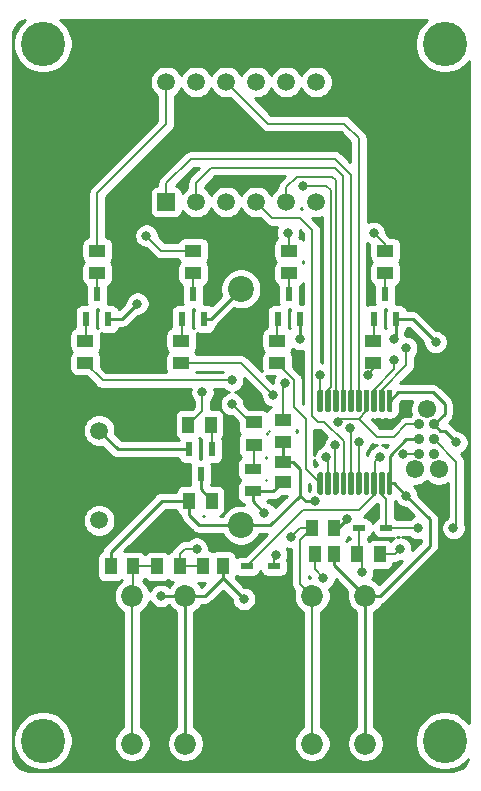
<source format=gbr>
%TF.GenerationSoftware,KiCad,Pcbnew,(5.1.10)-1*%
%TF.CreationDate,2021-09-07T17:28:15+02:00*%
%TF.ProjectId,BytesCounter,42797465-7343-46f7-956e-7465722e6b69,rev?*%
%TF.SameCoordinates,Original*%
%TF.FileFunction,Copper,L1,Top*%
%TF.FilePolarity,Positive*%
%FSLAX46Y46*%
G04 Gerber Fmt 4.6, Leading zero omitted, Abs format (unit mm)*
G04 Created by KiCad (PCBNEW (5.1.10)-1) date 2021-09-07 17:28:15*
%MOMM*%
%LPD*%
G01*
G04 APERTURE LIST*
%TA.AperFunction,ComponentPad*%
%ADD10C,1.500000*%
%TD*%
%TA.AperFunction,ComponentPad*%
%ADD11R,1.500000X1.500000*%
%TD*%
%TA.AperFunction,SMDPad,CuDef*%
%ADD12R,1.400000X0.900000*%
%TD*%
%TA.AperFunction,ComponentPad*%
%ADD13C,1.550000*%
%TD*%
%TA.AperFunction,SMDPad,CuDef*%
%ADD14C,0.889000*%
%TD*%
%TA.AperFunction,SMDPad,CuDef*%
%ADD15R,1.075000X0.500000*%
%TD*%
%TA.AperFunction,ComponentPad*%
%ADD16C,1.850000*%
%TD*%
%TA.AperFunction,ComponentPad*%
%ADD17C,2.200000*%
%TD*%
%TA.AperFunction,SMDPad,CuDef*%
%ADD18R,1.000000X1.400000*%
%TD*%
%TA.AperFunction,SMDPad,CuDef*%
%ADD19R,1.400000X1.000000*%
%TD*%
%TA.AperFunction,SMDPad,CuDef*%
%ADD20R,0.600000X1.250000*%
%TD*%
%TA.AperFunction,SMDPad,CuDef*%
%ADD21R,1.050000X1.470000*%
%TD*%
%TA.AperFunction,SMDPad,CuDef*%
%ADD22R,1.470000X1.050000*%
%TD*%
%TA.AperFunction,ViaPad*%
%ADD23C,3.750000*%
%TD*%
%TA.AperFunction,ViaPad*%
%ADD24C,0.800000*%
%TD*%
%TA.AperFunction,Conductor*%
%ADD25C,0.250000*%
%TD*%
%TA.AperFunction,Conductor*%
%ADD26C,0.200000*%
%TD*%
%TA.AperFunction,NonConductor*%
%ADD27C,0.254000*%
%TD*%
%TA.AperFunction,NonConductor*%
%ADD28C,0.100000*%
%TD*%
G04 APERTURE END LIST*
D10*
%TO.P,U1,12*%
%TO.N,/CC_1*%
X114430000Y-32230000D03*
%TO.P,U1,11*%
%TO.N,/D_a*%
X116970000Y-32230000D03*
%TO.P,U1,10*%
%TO.N,/D_f*%
X119510000Y-32230000D03*
%TO.P,U1,9*%
%TO.N,/CC_2*%
X122050000Y-32230000D03*
%TO.P,U1,8*%
%TO.N,/CC_3*%
X124590000Y-32230000D03*
%TO.P,U1,7*%
%TO.N,/D_b*%
X127130000Y-32230000D03*
%TO.P,U1,6*%
%TO.N,/CC_4*%
X127130000Y-42390000D03*
%TO.P,U1,5*%
%TO.N,/D_g*%
X124590000Y-42390000D03*
%TO.P,U1,4*%
%TO.N,/D_c*%
X122050000Y-42390000D03*
%TO.P,U1,3*%
%TO.N,/D_dp*%
X119510000Y-42390000D03*
%TO.P,U1,2*%
%TO.N,/D_d*%
X116970000Y-42390000D03*
D11*
%TO.P,U1,1*%
%TO.N,/D_e*%
X114430000Y-42390000D03*
%TD*%
D12*
%TO.P,LED1,2*%
%TO.N,Net-(LED1-Pad2)*%
X121792000Y-64992000D03*
%TO.P,LED1,1*%
%TO.N,gnd*%
X121792000Y-66892000D03*
%TD*%
D13*
%TO.P,J1,9*%
%TO.N,N/C*%
X135468000Y-65040000D03*
%TO.P,J1,8*%
X137500000Y-65040000D03*
%TO.P,J1,7*%
X136484000Y-59960000D03*
D14*
%TO.P,J1,6*%
%TO.N,Net-(J1-Pad6)*%
X137119000Y-63770000D03*
%TO.P,J1,5*%
%TO.N,/B_2*%
X135849000Y-63770000D03*
%TO.P,J1,4*%
%TO.N,/B_1*%
X137119000Y-62500000D03*
%TO.P,J1,3*%
%TO.N,gnd*%
X135849000Y-62500000D03*
%TO.P,J1,2*%
%TO.N,+3V*%
X137119000Y-61230000D03*
%TO.P,J1,1*%
%TO.N,/MCLR*%
X135849000Y-61230000D03*
%TD*%
%TO.P,IC1,20*%
%TO.N,gnd*%
%TA.AperFunction,SMDPad,CuDef*%
G36*
G01*
X133216000Y-65276000D02*
X133466000Y-65276000D01*
G75*
G02*
X133591000Y-65401000I0J-125000D01*
G01*
X133591000Y-67051000D01*
G75*
G02*
X133466000Y-67176000I-125000J0D01*
G01*
X133216000Y-67176000D01*
G75*
G02*
X133091000Y-67051000I0J125000D01*
G01*
X133091000Y-65401000D01*
G75*
G02*
X133216000Y-65276000I125000J0D01*
G01*
G37*
%TD.AperFunction*%
%TO.P,IC1,19*%
%TO.N,/B_1*%
%TA.AperFunction,SMDPad,CuDef*%
G36*
G01*
X132566000Y-65276000D02*
X132816000Y-65276000D01*
G75*
G02*
X132941000Y-65401000I0J-125000D01*
G01*
X132941000Y-67051000D01*
G75*
G02*
X132816000Y-67176000I-125000J0D01*
G01*
X132566000Y-67176000D01*
G75*
G02*
X132441000Y-67051000I0J125000D01*
G01*
X132441000Y-65401000D01*
G75*
G02*
X132566000Y-65276000I125000J0D01*
G01*
G37*
%TD.AperFunction*%
%TO.P,IC1,18*%
%TO.N,/B_2*%
%TA.AperFunction,SMDPad,CuDef*%
G36*
G01*
X131916000Y-65276000D02*
X132166000Y-65276000D01*
G75*
G02*
X132291000Y-65401000I0J-125000D01*
G01*
X132291000Y-67051000D01*
G75*
G02*
X132166000Y-67176000I-125000J0D01*
G01*
X131916000Y-67176000D01*
G75*
G02*
X131791000Y-67051000I0J125000D01*
G01*
X131791000Y-65401000D01*
G75*
G02*
X131916000Y-65276000I125000J0D01*
G01*
G37*
%TD.AperFunction*%
%TO.P,IC1,17*%
%TO.N,Net-(IC1-Pad17)*%
%TA.AperFunction,SMDPad,CuDef*%
G36*
G01*
X131266000Y-65276000D02*
X131516000Y-65276000D01*
G75*
G02*
X131641000Y-65401000I0J-125000D01*
G01*
X131641000Y-67051000D01*
G75*
G02*
X131516000Y-67176000I-125000J0D01*
G01*
X131266000Y-67176000D01*
G75*
G02*
X131141000Y-67051000I0J125000D01*
G01*
X131141000Y-65401000D01*
G75*
G02*
X131266000Y-65276000I125000J0D01*
G01*
G37*
%TD.AperFunction*%
%TO.P,IC1,16*%
%TO.N,/D_a*%
%TA.AperFunction,SMDPad,CuDef*%
G36*
G01*
X130616000Y-65276000D02*
X130866000Y-65276000D01*
G75*
G02*
X130991000Y-65401000I0J-125000D01*
G01*
X130991000Y-67051000D01*
G75*
G02*
X130866000Y-67176000I-125000J0D01*
G01*
X130616000Y-67176000D01*
G75*
G02*
X130491000Y-67051000I0J125000D01*
G01*
X130491000Y-65401000D01*
G75*
G02*
X130616000Y-65276000I125000J0D01*
G01*
G37*
%TD.AperFunction*%
%TO.P,IC1,15*%
%TO.N,/D_b*%
%TA.AperFunction,SMDPad,CuDef*%
G36*
G01*
X129966000Y-65276000D02*
X130216000Y-65276000D01*
G75*
G02*
X130341000Y-65401000I0J-125000D01*
G01*
X130341000Y-67051000D01*
G75*
G02*
X130216000Y-67176000I-125000J0D01*
G01*
X129966000Y-67176000D01*
G75*
G02*
X129841000Y-67051000I0J125000D01*
G01*
X129841000Y-65401000D01*
G75*
G02*
X129966000Y-65276000I125000J0D01*
G01*
G37*
%TD.AperFunction*%
%TO.P,IC1,14*%
%TO.N,/D_c*%
%TA.AperFunction,SMDPad,CuDef*%
G36*
G01*
X129316000Y-65276000D02*
X129566000Y-65276000D01*
G75*
G02*
X129691000Y-65401000I0J-125000D01*
G01*
X129691000Y-67051000D01*
G75*
G02*
X129566000Y-67176000I-125000J0D01*
G01*
X129316000Y-67176000D01*
G75*
G02*
X129191000Y-67051000I0J125000D01*
G01*
X129191000Y-65401000D01*
G75*
G02*
X129316000Y-65276000I125000J0D01*
G01*
G37*
%TD.AperFunction*%
%TO.P,IC1,13*%
%TO.N,/C_1*%
%TA.AperFunction,SMDPad,CuDef*%
G36*
G01*
X128666000Y-65276000D02*
X128916000Y-65276000D01*
G75*
G02*
X129041000Y-65401000I0J-125000D01*
G01*
X129041000Y-67051000D01*
G75*
G02*
X128916000Y-67176000I-125000J0D01*
G01*
X128666000Y-67176000D01*
G75*
G02*
X128541000Y-67051000I0J125000D01*
G01*
X128541000Y-65401000D01*
G75*
G02*
X128666000Y-65276000I125000J0D01*
G01*
G37*
%TD.AperFunction*%
%TO.P,IC1,12*%
%TO.N,/C_2*%
%TA.AperFunction,SMDPad,CuDef*%
G36*
G01*
X128016000Y-65276000D02*
X128266000Y-65276000D01*
G75*
G02*
X128391000Y-65401000I0J-125000D01*
G01*
X128391000Y-67051000D01*
G75*
G02*
X128266000Y-67176000I-125000J0D01*
G01*
X128016000Y-67176000D01*
G75*
G02*
X127891000Y-67051000I0J125000D01*
G01*
X127891000Y-65401000D01*
G75*
G02*
X128016000Y-65276000I125000J0D01*
G01*
G37*
%TD.AperFunction*%
%TO.P,IC1,11*%
%TO.N,/C_3*%
%TA.AperFunction,SMDPad,CuDef*%
G36*
G01*
X127366000Y-65276000D02*
X127616000Y-65276000D01*
G75*
G02*
X127741000Y-65401000I0J-125000D01*
G01*
X127741000Y-67051000D01*
G75*
G02*
X127616000Y-67176000I-125000J0D01*
G01*
X127366000Y-67176000D01*
G75*
G02*
X127241000Y-67051000I0J125000D01*
G01*
X127241000Y-65401000D01*
G75*
G02*
X127366000Y-65276000I125000J0D01*
G01*
G37*
%TD.AperFunction*%
%TO.P,IC1,10*%
%TO.N,/C_4*%
%TA.AperFunction,SMDPad,CuDef*%
G36*
G01*
X127366000Y-58276000D02*
X127616000Y-58276000D01*
G75*
G02*
X127741000Y-58401000I0J-125000D01*
G01*
X127741000Y-60051000D01*
G75*
G02*
X127616000Y-60176000I-125000J0D01*
G01*
X127366000Y-60176000D01*
G75*
G02*
X127241000Y-60051000I0J125000D01*
G01*
X127241000Y-58401000D01*
G75*
G02*
X127366000Y-58276000I125000J0D01*
G01*
G37*
%TD.AperFunction*%
%TO.P,IC1,9*%
%TO.N,/D_dp*%
%TA.AperFunction,SMDPad,CuDef*%
G36*
G01*
X128016000Y-58276000D02*
X128266000Y-58276000D01*
G75*
G02*
X128391000Y-58401000I0J-125000D01*
G01*
X128391000Y-60051000D01*
G75*
G02*
X128266000Y-60176000I-125000J0D01*
G01*
X128016000Y-60176000D01*
G75*
G02*
X127891000Y-60051000I0J125000D01*
G01*
X127891000Y-58401000D01*
G75*
G02*
X128016000Y-58276000I125000J0D01*
G01*
G37*
%TD.AperFunction*%
%TO.P,IC1,8*%
%TO.N,/D_g*%
%TA.AperFunction,SMDPad,CuDef*%
G36*
G01*
X128666000Y-58276000D02*
X128916000Y-58276000D01*
G75*
G02*
X129041000Y-58401000I0J-125000D01*
G01*
X129041000Y-60051000D01*
G75*
G02*
X128916000Y-60176000I-125000J0D01*
G01*
X128666000Y-60176000D01*
G75*
G02*
X128541000Y-60051000I0J125000D01*
G01*
X128541000Y-58401000D01*
G75*
G02*
X128666000Y-58276000I125000J0D01*
G01*
G37*
%TD.AperFunction*%
%TO.P,IC1,7*%
%TO.N,/D_d*%
%TA.AperFunction,SMDPad,CuDef*%
G36*
G01*
X129316000Y-58276000D02*
X129566000Y-58276000D01*
G75*
G02*
X129691000Y-58401000I0J-125000D01*
G01*
X129691000Y-60051000D01*
G75*
G02*
X129566000Y-60176000I-125000J0D01*
G01*
X129316000Y-60176000D01*
G75*
G02*
X129191000Y-60051000I0J125000D01*
G01*
X129191000Y-58401000D01*
G75*
G02*
X129316000Y-58276000I125000J0D01*
G01*
G37*
%TD.AperFunction*%
%TO.P,IC1,6*%
%TO.N,/D_e*%
%TA.AperFunction,SMDPad,CuDef*%
G36*
G01*
X129966000Y-58276000D02*
X130216000Y-58276000D01*
G75*
G02*
X130341000Y-58401000I0J-125000D01*
G01*
X130341000Y-60051000D01*
G75*
G02*
X130216000Y-60176000I-125000J0D01*
G01*
X129966000Y-60176000D01*
G75*
G02*
X129841000Y-60051000I0J125000D01*
G01*
X129841000Y-58401000D01*
G75*
G02*
X129966000Y-58276000I125000J0D01*
G01*
G37*
%TD.AperFunction*%
%TO.P,IC1,5*%
%TO.N,/D_f*%
%TA.AperFunction,SMDPad,CuDef*%
G36*
G01*
X130616000Y-58276000D02*
X130866000Y-58276000D01*
G75*
G02*
X130991000Y-58401000I0J-125000D01*
G01*
X130991000Y-60051000D01*
G75*
G02*
X130866000Y-60176000I-125000J0D01*
G01*
X130616000Y-60176000D01*
G75*
G02*
X130491000Y-60051000I0J125000D01*
G01*
X130491000Y-58401000D01*
G75*
G02*
X130616000Y-58276000I125000J0D01*
G01*
G37*
%TD.AperFunction*%
%TO.P,IC1,4*%
%TO.N,/MCLR*%
%TA.AperFunction,SMDPad,CuDef*%
G36*
G01*
X131266000Y-58276000D02*
X131516000Y-58276000D01*
G75*
G02*
X131641000Y-58401000I0J-125000D01*
G01*
X131641000Y-60051000D01*
G75*
G02*
X131516000Y-60176000I-125000J0D01*
G01*
X131266000Y-60176000D01*
G75*
G02*
X131141000Y-60051000I0J125000D01*
G01*
X131141000Y-58401000D01*
G75*
G02*
X131266000Y-58276000I125000J0D01*
G01*
G37*
%TD.AperFunction*%
%TO.P,IC1,3*%
%TO.N,Net-(IC1-Pad3)*%
%TA.AperFunction,SMDPad,CuDef*%
G36*
G01*
X131916000Y-58276000D02*
X132166000Y-58276000D01*
G75*
G02*
X132291000Y-58401000I0J-125000D01*
G01*
X132291000Y-60051000D01*
G75*
G02*
X132166000Y-60176000I-125000J0D01*
G01*
X131916000Y-60176000D01*
G75*
G02*
X131791000Y-60051000I0J125000D01*
G01*
X131791000Y-58401000D01*
G75*
G02*
X131916000Y-58276000I125000J0D01*
G01*
G37*
%TD.AperFunction*%
%TO.P,IC1,2*%
%TO.N,/C_Buzzer*%
%TA.AperFunction,SMDPad,CuDef*%
G36*
G01*
X132566000Y-58276000D02*
X132816000Y-58276000D01*
G75*
G02*
X132941000Y-58401000I0J-125000D01*
G01*
X132941000Y-60051000D01*
G75*
G02*
X132816000Y-60176000I-125000J0D01*
G01*
X132566000Y-60176000D01*
G75*
G02*
X132441000Y-60051000I0J125000D01*
G01*
X132441000Y-58401000D01*
G75*
G02*
X132566000Y-58276000I125000J0D01*
G01*
G37*
%TD.AperFunction*%
%TO.P,IC1,1*%
%TO.N,+3V*%
%TA.AperFunction,SMDPad,CuDef*%
G36*
G01*
X133216000Y-58276000D02*
X133466000Y-58276000D01*
G75*
G02*
X133591000Y-58401000I0J-125000D01*
G01*
X133591000Y-60051000D01*
G75*
G02*
X133466000Y-60176000I-125000J0D01*
G01*
X133216000Y-60176000D01*
G75*
G02*
X133091000Y-60051000I0J125000D01*
G01*
X133091000Y-58401000D01*
G75*
G02*
X133216000Y-58276000I125000J0D01*
G01*
G37*
%TD.AperFunction*%
%TD*%
D15*
%TO.P,D2,2*%
%TO.N,Net-(C3-Pad1)*%
X130750000Y-69982000D03*
%TO.P,D2,1*%
%TO.N,/B_1*%
X133074000Y-69982000D03*
%TD*%
%TO.P,D1,2*%
%TO.N,Net-(C2-Pad1)*%
X123574000Y-73250000D03*
%TO.P,D1,1*%
%TO.N,/B_2*%
X121250000Y-73250000D03*
%TD*%
D16*
%TO.P,S1,4*%
%TO.N,Net-(R11-Pad1)*%
X111546000Y-88248000D03*
%TO.P,S1,3*%
X111546000Y-75748000D03*
%TO.P,S1,2*%
%TO.N,gnd*%
X116046000Y-88248000D03*
%TO.P,S1,1*%
X116046000Y-75748000D03*
%TD*%
%TO.P,S2,4*%
%TO.N,Net-(R15-Pad1)*%
X126786000Y-88248000D03*
%TO.P,S2,3*%
X126786000Y-75748000D03*
%TO.P,S2,2*%
%TO.N,gnd*%
X131286000Y-88248000D03*
%TO.P,S2,1*%
X131286000Y-75748000D03*
%TD*%
D17*
%TO.P,U2,2*%
%TO.N,gnd*%
X120750000Y-49750000D03*
%TO.P,U2,1*%
%TO.N,+3V*%
X120750000Y-69750000D03*
%TD*%
D18*
%TO.P,R16,2*%
%TO.N,Net-(C3-Pad1)*%
X130615666Y-72232000D03*
%TO.P,R16,1*%
%TO.N,Net-(R15-Pad1)*%
X132515666Y-72232000D03*
%TD*%
%TO.P,R15,2*%
%TO.N,+3V*%
X128676332Y-69982000D03*
%TO.P,R15,1*%
%TO.N,Net-(R15-Pad1)*%
X126776332Y-69982000D03*
%TD*%
%TO.P,R14,2*%
%TO.N,Net-(Q5-Pad3)*%
X118296000Y-67686000D03*
%TO.P,R14,1*%
%TO.N,+3V*%
X116396000Y-67686000D03*
%TD*%
%TO.P,R13,2*%
%TO.N,Net-(Q5-Pad1)*%
X118200000Y-61250000D03*
%TO.P,R13,1*%
%TO.N,/C_Buzzer*%
X116300000Y-61250000D03*
%TD*%
%TO.P,R12,2*%
%TO.N,Net-(C2-Pad1)*%
X115567000Y-73250000D03*
%TO.P,R12,1*%
%TO.N,Net-(R11-Pad1)*%
X113667000Y-73250000D03*
%TD*%
%TO.P,R11,2*%
%TO.N,+3V*%
X109722000Y-73250000D03*
%TO.P,R11,1*%
%TO.N,Net-(R11-Pad1)*%
X111622000Y-73250000D03*
%TD*%
D19*
%TO.P,R10,2*%
%TO.N,/CC_4*%
X132972000Y-46504000D03*
%TO.P,R10,1*%
%TO.N,Net-(Q4-Pad3)*%
X132972000Y-48404000D03*
%TD*%
%TO.P,R9,2*%
%TO.N,Net-(Q4-Pad1)*%
X131956000Y-54124000D03*
%TO.P,R9,1*%
%TO.N,/C_4*%
X131956000Y-56024000D03*
%TD*%
%TO.P,R8,2*%
%TO.N,/CC_3*%
X124844000Y-46504000D03*
%TO.P,R8,1*%
%TO.N,Net-(Q3-Pad3)*%
X124844000Y-48404000D03*
%TD*%
%TO.P,R7,2*%
%TO.N,Net-(Q3-Pad1)*%
X123828000Y-54124000D03*
%TO.P,R7,1*%
%TO.N,/C_3*%
X123828000Y-56024000D03*
%TD*%
%TO.P,R6,2*%
%TO.N,/CC_2*%
X116716000Y-46504000D03*
%TO.P,R6,1*%
%TO.N,Net-(Q2-Pad3)*%
X116716000Y-48404000D03*
%TD*%
%TO.P,R5,2*%
%TO.N,Net-(Q2-Pad1)*%
X115700000Y-54124000D03*
%TO.P,R5,1*%
%TO.N,/C_2*%
X115700000Y-56024000D03*
%TD*%
%TO.P,R4,2*%
%TO.N,/CC_1*%
X108588000Y-46504000D03*
%TO.P,R4,1*%
%TO.N,Net-(Q1-Pad3)*%
X108588000Y-48404000D03*
%TD*%
%TO.P,R3,2*%
%TO.N,Net-(LED1-Pad2)*%
X121826000Y-62959000D03*
%TO.P,R3,1*%
%TO.N,Net-(IC1-Pad3)*%
X121826000Y-61059000D03*
%TD*%
%TO.P,R2,2*%
%TO.N,/MCLR*%
X124290000Y-60814000D03*
%TO.P,R2,1*%
%TO.N,+3V*%
X124290000Y-62714000D03*
%TD*%
%TO.P,R1,2*%
%TO.N,Net-(Q1-Pad1)*%
X107572000Y-54124000D03*
%TO.P,R1,1*%
%TO.N,/C_1*%
X107572000Y-56024000D03*
%TD*%
D20*
%TO.P,Q5,3*%
%TO.N,Net-(Q5-Pad3)*%
X117346000Y-65434000D03*
%TO.P,Q5,2*%
%TO.N,Net-(LS1-Pad1)*%
X116391000Y-63334000D03*
%TO.P,Q5,1*%
%TO.N,Net-(Q5-Pad1)*%
X118301000Y-63334000D03*
%TD*%
%TO.P,Q4,3*%
%TO.N,Net-(Q4-Pad3)*%
X132972000Y-50214000D03*
%TO.P,Q4,2*%
%TO.N,gnd*%
X133927000Y-52314000D03*
%TO.P,Q4,1*%
%TO.N,Net-(Q4-Pad1)*%
X132017000Y-52314000D03*
%TD*%
%TO.P,Q3,3*%
%TO.N,Net-(Q3-Pad3)*%
X124844000Y-50214000D03*
%TO.P,Q3,2*%
%TO.N,gnd*%
X125799000Y-52314000D03*
%TO.P,Q3,1*%
%TO.N,Net-(Q3-Pad1)*%
X123889000Y-52314000D03*
%TD*%
%TO.P,Q2,3*%
%TO.N,Net-(Q2-Pad3)*%
X116716000Y-50214000D03*
%TO.P,Q2,2*%
%TO.N,gnd*%
X117671000Y-52314000D03*
%TO.P,Q2,1*%
%TO.N,Net-(Q2-Pad1)*%
X115761000Y-52314000D03*
%TD*%
%TO.P,Q1,3*%
%TO.N,Net-(Q1-Pad3)*%
X108588000Y-50214000D03*
%TO.P,Q1,2*%
%TO.N,gnd*%
X109543000Y-52314000D03*
%TO.P,Q1,1*%
%TO.N,Net-(Q1-Pad1)*%
X107633000Y-52314000D03*
%TD*%
D10*
%TO.P,LS1,2*%
%TO.N,gnd*%
X108750000Y-69350000D03*
%TO.P,LS1,1*%
%TO.N,Net-(LS1-Pad1)*%
X108750000Y-61750000D03*
%TD*%
D21*
%TO.P,C3,2*%
%TO.N,gnd*%
X128680000Y-72232000D03*
%TO.P,C3,1*%
%TO.N,Net-(C3-Pad1)*%
X127000000Y-72232000D03*
%TD*%
%TO.P,C2,2*%
%TO.N,gnd*%
X119217000Y-73250000D03*
%TO.P,C2,1*%
%TO.N,Net-(C2-Pad1)*%
X117537000Y-73250000D03*
%TD*%
D22*
%TO.P,C1,2*%
%TO.N,gnd*%
X124290000Y-66094000D03*
%TO.P,C1,1*%
%TO.N,+3V*%
X124290000Y-64414000D03*
%TD*%
D23*
%TO.N,gnd*%
X138000000Y-29000000D03*
X104000000Y-29000000D03*
X104000000Y-88000000D03*
X138000000Y-88000000D03*
D24*
X114002000Y-75748000D03*
X134750000Y-67250000D03*
X122750000Y-68750000D03*
X112000000Y-51000000D03*
X125750000Y-54000000D03*
X133750000Y-54000000D03*
X121000000Y-76000000D03*
X137250000Y-54250000D03*
%TO.N,+3V*%
X129750000Y-69250000D03*
X127000000Y-67750000D03*
X139000000Y-62750000D03*
%TO.N,/B_2*%
X134512653Y-63762653D03*
X132500000Y-64000000D03*
%TO.N,/B_1*%
X135750000Y-70000000D03*
X138750000Y-70000000D03*
%TO.N,/D_a*%
X130791000Y-62750000D03*
%TO.N,/D_b*%
X130000000Y-61500000D03*
%TO.N,/C_1*%
X120000000Y-57500000D03*
X128750000Y-63000000D03*
%TO.N,/C_2*%
X123500000Y-58750000D03*
X128000000Y-64000000D03*
%TO.N,/C_4*%
X127491000Y-57009000D03*
X131491000Y-57009000D03*
%TO.N,/D_dp*%
X126000000Y-41000000D03*
%TO.N,Net-(IC1-Pad3)*%
X133750000Y-55750000D03*
X120000000Y-59500000D03*
%TO.N,/C_Buzzer*%
X134750000Y-54750000D03*
X117500000Y-58500000D03*
%TO.N,/CC_2*%
X112750000Y-45250000D03*
%TO.N,/CC_3*%
X124750000Y-45000000D03*
%TO.N,/CC_4*%
X132000000Y-45000000D03*
%TO.N,Net-(R15-Pad1)*%
X134250000Y-71750000D03*
X125000000Y-70750000D03*
%TO.N,/MCLR*%
X129000000Y-61000000D03*
X124512976Y-57737024D03*
%TO.N,Net-(C2-Pad1)*%
X123750000Y-72250000D03*
X117000000Y-71750000D03*
%TO.N,Net-(C3-Pad1)*%
X127750000Y-74250000D03*
X131000000Y-73750000D03*
%TD*%
D25*
%TO.N,gnd*%
X116046000Y-88248000D02*
X116046000Y-75748000D01*
X131286000Y-88248000D02*
X131286000Y-75748000D01*
X135849000Y-62500000D02*
X134750000Y-62500000D01*
X133341000Y-63909000D02*
X133341000Y-66226000D01*
X134750000Y-62500000D02*
X133341000Y-63909000D01*
X128680000Y-73142000D02*
X128680000Y-72232000D01*
X131286000Y-75748000D02*
X128680000Y-73142000D01*
X117704000Y-75748000D02*
X116046000Y-75748000D01*
X119217000Y-74235000D02*
X117704000Y-75748000D01*
X119217000Y-73250000D02*
X119217000Y-74235000D01*
X116046000Y-75748000D02*
X114002000Y-75748000D01*
X123492000Y-66892000D02*
X124290000Y-66094000D01*
X121792000Y-66892000D02*
X123492000Y-66892000D01*
X133341000Y-66226000D02*
X133726000Y-66226000D01*
X133726000Y-66226000D02*
X134750000Y-67250000D01*
X121750000Y-66934000D02*
X121792000Y-66892000D01*
X121750000Y-67750000D02*
X121750000Y-66934000D01*
X122750000Y-68750000D02*
X121750000Y-67750000D01*
X110686000Y-52314000D02*
X109543000Y-52314000D01*
X112000000Y-51000000D02*
X110686000Y-52314000D01*
X118186000Y-52314000D02*
X120750000Y-49750000D01*
X117671000Y-52314000D02*
X118186000Y-52314000D01*
X125799000Y-53951000D02*
X125750000Y-54000000D01*
X125799000Y-52314000D02*
X125799000Y-53951000D01*
X133927000Y-53823000D02*
X133750000Y-54000000D01*
X133927000Y-52314000D02*
X133927000Y-53823000D01*
X119217000Y-73250000D02*
X119217000Y-74217000D01*
X119217000Y-74217000D02*
X121000000Y-76000000D01*
X134750000Y-67250000D02*
X136750000Y-69250000D01*
X136750000Y-69250000D02*
X136750000Y-71500000D01*
X132502000Y-75748000D02*
X131286000Y-75748000D01*
X136750000Y-71500000D02*
X132502000Y-75748000D01*
X135314000Y-52314000D02*
X133927000Y-52314000D01*
X137250000Y-54250000D02*
X135314000Y-52314000D01*
%TO.N,+3V*%
X134067000Y-58500000D02*
X133341000Y-59226000D01*
X137000000Y-58500000D02*
X134067000Y-58500000D01*
X138000000Y-59500000D02*
X137000000Y-58500000D01*
X138000000Y-60349000D02*
X138000000Y-59500000D01*
X137119000Y-61230000D02*
X138000000Y-60349000D01*
X124290000Y-64414000D02*
X124290000Y-62714000D01*
X116396000Y-68896000D02*
X116396000Y-67686000D01*
X117250000Y-69750000D02*
X116396000Y-68896000D01*
X120750000Y-69750000D02*
X117250000Y-69750000D01*
X109722000Y-73250000D02*
X109722000Y-72028000D01*
X114064000Y-67686000D02*
X116396000Y-67686000D01*
X109722000Y-72028000D02*
X114064000Y-67686000D01*
X123250000Y-69750000D02*
X120750000Y-69750000D01*
X125750000Y-67250000D02*
X123250000Y-69750000D01*
X125750000Y-65000000D02*
X125750000Y-67250000D01*
X125164000Y-64414000D02*
X125750000Y-65000000D01*
X124290000Y-64414000D02*
X125164000Y-64414000D01*
X129018000Y-69982000D02*
X129750000Y-69250000D01*
X128676332Y-69982000D02*
X129018000Y-69982000D01*
X125750000Y-67250000D02*
X126250000Y-67750000D01*
X126250000Y-67750000D02*
X127000000Y-67750000D01*
X139000000Y-62750000D02*
X138000000Y-61750000D01*
X137639000Y-61750000D02*
X137119000Y-61230000D01*
X138000000Y-61750000D02*
X137639000Y-61750000D01*
D26*
%TO.N,/B_2*%
X135849000Y-63770000D02*
X134520000Y-63770000D01*
X134520000Y-63770000D02*
X134512653Y-63762653D01*
X132140990Y-64359010D02*
X132500000Y-64000000D01*
X132140990Y-67227046D02*
X132140990Y-64359010D01*
X132041000Y-67127056D02*
X132140990Y-67227046D01*
X132041000Y-67176000D02*
X130717000Y-68500000D01*
X132041000Y-66226000D02*
X132041000Y-67176000D01*
X126000000Y-68500000D02*
X121250000Y-73250000D01*
X130717000Y-68500000D02*
X126000000Y-68500000D01*
%TO.N,/B_1*%
X133074000Y-67559000D02*
X133074000Y-69982000D01*
X132691000Y-67176000D02*
X133074000Y-67559000D01*
X132691000Y-66226000D02*
X132691000Y-67176000D01*
X133074000Y-69982000D02*
X134518000Y-69982000D01*
X135732000Y-69982000D02*
X135750000Y-70000000D01*
X134518000Y-69982000D02*
X135732000Y-69982000D01*
X139000000Y-69750000D02*
X138750000Y-70000000D01*
X139000000Y-64381000D02*
X139000000Y-69750000D01*
X137119000Y-62500000D02*
X139000000Y-64381000D01*
%TO.N,/D_a*%
X130741000Y-62800000D02*
X130791000Y-62750000D01*
X130741000Y-66226000D02*
X130741000Y-62800000D01*
%TO.N,/D_b*%
X130091000Y-61591000D02*
X130000000Y-61500000D01*
X130091000Y-66226000D02*
X130091000Y-61591000D01*
%TO.N,/D_c*%
X129450001Y-62663999D02*
X127786002Y-61000000D01*
X129450001Y-66216999D02*
X129450001Y-62663999D01*
X129441000Y-66226000D02*
X129450001Y-66216999D01*
X127786002Y-61000000D02*
X127250000Y-61000000D01*
X126790999Y-60540999D02*
X126790999Y-44790999D01*
X127250000Y-61000000D02*
X126790999Y-60540999D01*
X126790999Y-44790999D02*
X125750000Y-43750000D01*
X123410000Y-43750000D02*
X122050000Y-42390000D01*
X125750000Y-43750000D02*
X123410000Y-43750000D01*
%TO.N,/C_1*%
X107572000Y-56024000D02*
X109048000Y-57500000D01*
X109048000Y-57500000D02*
X120000000Y-57500000D01*
X128750000Y-66185000D02*
X128791000Y-66226000D01*
X128750000Y-63000000D02*
X128750000Y-66185000D01*
%TO.N,/C_2*%
X115700000Y-56024000D02*
X120774000Y-56024000D01*
X120774000Y-56024000D02*
X123500000Y-58750000D01*
X128141000Y-64141000D02*
X128141000Y-66226000D01*
X128000000Y-64000000D02*
X128141000Y-64141000D01*
%TO.N,/C_3*%
X125290001Y-57486001D02*
X125290001Y-59790001D01*
X123828000Y-56024000D02*
X125290001Y-57486001D01*
X125290001Y-59790001D02*
X126250000Y-60750000D01*
X126250000Y-64985000D02*
X127491000Y-66226000D01*
X126250000Y-60750000D02*
X126250000Y-64985000D01*
%TO.N,/C_4*%
X127491000Y-59226000D02*
X127491000Y-57009000D01*
X131956000Y-56544000D02*
X131491000Y-57009000D01*
X131956000Y-56024000D02*
X131956000Y-56544000D01*
%TO.N,/D_dp*%
X128141000Y-58324944D02*
X128390990Y-58074954D01*
X128141000Y-59226000D02*
X128141000Y-58324944D01*
X128390990Y-58074954D02*
X128390990Y-41390990D01*
X128000000Y-41000000D02*
X126000000Y-41000000D01*
X128390990Y-41390990D02*
X128000000Y-41000000D01*
%TO.N,/D_g*%
X128791000Y-59226000D02*
X128791000Y-40541000D01*
X128791000Y-40541000D02*
X128500000Y-40250000D01*
X128500000Y-40250000D02*
X125500000Y-40250000D01*
X124590000Y-41160000D02*
X124590000Y-42390000D01*
X125500000Y-40250000D02*
X124590000Y-41160000D01*
%TO.N,/D_d*%
X129441000Y-59226000D02*
X129441000Y-40191000D01*
X129441000Y-40191000D02*
X128750000Y-39500000D01*
X128750000Y-39500000D02*
X118250000Y-39500000D01*
X116970000Y-40780000D02*
X116970000Y-42390000D01*
X118250000Y-39500000D02*
X116970000Y-40780000D01*
%TO.N,/D_e*%
X130091000Y-59226000D02*
X130091000Y-40091000D01*
X130091000Y-40091000D02*
X128750000Y-38750000D01*
X128750000Y-38750000D02*
X116500000Y-38750000D01*
X114430000Y-40820000D02*
X114430000Y-42390000D01*
X116500000Y-38750000D02*
X114430000Y-40820000D01*
%TO.N,/D_f*%
X130741000Y-44446998D02*
X130750000Y-44437998D01*
X130741000Y-59226000D02*
X130741000Y-44446998D01*
X130750000Y-44437998D02*
X130750000Y-37000000D01*
X130750000Y-37000000D02*
X129500000Y-35750000D01*
X123030000Y-35750000D02*
X119510000Y-32230000D01*
X129500000Y-35750000D02*
X123030000Y-35750000D01*
%TO.N,Net-(IC1-Pad3)*%
X132041000Y-58276000D02*
X133750000Y-56567000D01*
X132041000Y-59226000D02*
X132041000Y-58276000D01*
X133750000Y-56567000D02*
X133750000Y-55750000D01*
X121559000Y-61059000D02*
X121826000Y-61059000D01*
X120000000Y-59500000D02*
X121559000Y-61059000D01*
%TO.N,/C_Buzzer*%
X132691000Y-58276000D02*
X134750000Y-56217000D01*
X132691000Y-59226000D02*
X132691000Y-58276000D01*
X134750000Y-56217000D02*
X134750000Y-54750000D01*
X117500000Y-60050000D02*
X116300000Y-61250000D01*
X117500000Y-58500000D02*
X117500000Y-60050000D01*
%TO.N,Net-(LED1-Pad2)*%
X121826000Y-64958000D02*
X121792000Y-64992000D01*
X121826000Y-62959000D02*
X121826000Y-64958000D01*
D25*
%TO.N,Net-(LS1-Pad1)*%
X110334000Y-63334000D02*
X108750000Y-61750000D01*
X116391000Y-63334000D02*
X110334000Y-63334000D01*
D26*
%TO.N,Net-(Q1-Pad3)*%
X108588000Y-50214000D02*
X108588000Y-48404000D01*
%TO.N,Net-(Q1-Pad1)*%
X107633000Y-54063000D02*
X107572000Y-54124000D01*
X107633000Y-52314000D02*
X107633000Y-54063000D01*
%TO.N,Net-(Q2-Pad3)*%
X116716000Y-50214000D02*
X116716000Y-48404000D01*
%TO.N,Net-(Q2-Pad1)*%
X115761000Y-54063000D02*
X115700000Y-54124000D01*
X115761000Y-52314000D02*
X115761000Y-54063000D01*
%TO.N,Net-(Q3-Pad3)*%
X124844000Y-50214000D02*
X124844000Y-48404000D01*
%TO.N,Net-(Q3-Pad1)*%
X123828000Y-52375000D02*
X123889000Y-52314000D01*
X123828000Y-54124000D02*
X123828000Y-52375000D01*
%TO.N,Net-(Q4-Pad3)*%
X132972000Y-50214000D02*
X132972000Y-48404000D01*
%TO.N,Net-(Q4-Pad1)*%
X132017000Y-54063000D02*
X131956000Y-54124000D01*
X132017000Y-52314000D02*
X132017000Y-54063000D01*
D25*
%TO.N,Net-(Q5-Pad3)*%
X117346000Y-66736000D02*
X118296000Y-67686000D01*
X117346000Y-65434000D02*
X117346000Y-66736000D01*
D26*
%TO.N,Net-(Q5-Pad1)*%
X118301000Y-61351000D02*
X118200000Y-61250000D01*
X118301000Y-63334000D02*
X118301000Y-61351000D01*
%TO.N,/CC_1*%
X114430000Y-32230000D02*
X114430000Y-35820000D01*
X108588000Y-41662000D02*
X108588000Y-46504000D01*
X114430000Y-35820000D02*
X108588000Y-41662000D01*
%TO.N,/CC_2*%
X114004000Y-46504000D02*
X112750000Y-45250000D01*
X116716000Y-46504000D02*
X114004000Y-46504000D01*
%TO.N,/CC_3*%
X124844000Y-45094000D02*
X124750000Y-45000000D01*
X124844000Y-46504000D02*
X124844000Y-45094000D01*
%TO.N,/CC_4*%
X132972000Y-46504000D02*
X132972000Y-45972000D01*
X132972000Y-45972000D02*
X132000000Y-45000000D01*
%TO.N,Net-(R11-Pad1)*%
X111546000Y-88248000D02*
X111546000Y-75748000D01*
X111622000Y-75672000D02*
X111546000Y-75748000D01*
X111622000Y-73250000D02*
X111622000Y-75672000D01*
X111622000Y-73250000D02*
X113667000Y-73250000D01*
%TO.N,Net-(R15-Pad1)*%
X126786000Y-75748000D02*
X126786000Y-88248000D01*
X126776332Y-69982000D02*
X125750000Y-71008332D01*
X125750000Y-74712000D02*
X126786000Y-75748000D01*
X125750000Y-71008332D02*
X125750000Y-74712000D01*
X132515666Y-72232000D02*
X133768000Y-72232000D01*
X133768000Y-72232000D02*
X134250000Y-71750000D01*
X125768000Y-69982000D02*
X126776332Y-69982000D01*
X125000000Y-70750000D02*
X125768000Y-69982000D01*
%TO.N,/MCLR*%
X131391000Y-60127056D02*
X130768056Y-60750000D01*
X131391000Y-59226000D02*
X131391000Y-60127056D01*
X129250000Y-60750000D02*
X129000000Y-61000000D01*
X124290000Y-57960000D02*
X124512976Y-57737024D01*
X124290000Y-60814000D02*
X124290000Y-57960000D01*
X135849000Y-61230000D02*
X134770000Y-61230000D01*
X134770000Y-61230000D02*
X133750000Y-62250000D01*
X133750000Y-62250000D02*
X132250000Y-62250000D01*
X130750000Y-60750000D02*
X129250000Y-60750000D01*
X132250000Y-62250000D02*
X130750000Y-60750000D01*
X130768056Y-60750000D02*
X130750000Y-60750000D01*
%TO.N,Net-(C2-Pad1)*%
X117537000Y-73250000D02*
X115567000Y-73250000D01*
X123574000Y-73250000D02*
X123574000Y-72426000D01*
X123574000Y-72426000D02*
X123750000Y-72250000D01*
X117000000Y-71750000D02*
X116000000Y-71750000D01*
X115567000Y-72183000D02*
X115567000Y-73250000D01*
X116000000Y-71750000D02*
X115567000Y-72183000D01*
%TO.N,Net-(C3-Pad1)*%
X130750000Y-72097666D02*
X130615666Y-72232000D01*
X130750000Y-69982000D02*
X130750000Y-72097666D01*
X127000000Y-72232000D02*
X127000000Y-73500000D01*
X127000000Y-73500000D02*
X127750000Y-74250000D01*
X131000000Y-72616334D02*
X130615666Y-72232000D01*
X131000000Y-73750000D02*
X131000000Y-72616334D01*
%TD*%
D27*
X136399968Y-27050356D02*
X136050356Y-27399968D01*
X135775667Y-27811069D01*
X135586458Y-28267860D01*
X135490000Y-28752787D01*
X135490000Y-29247213D01*
X135586458Y-29732140D01*
X135775667Y-30188931D01*
X136050356Y-30600032D01*
X136399968Y-30949644D01*
X136811069Y-31224333D01*
X137267860Y-31413542D01*
X137752787Y-31510000D01*
X138247213Y-31510000D01*
X138732140Y-31413542D01*
X139188931Y-31224333D01*
X139600032Y-30949644D01*
X139949644Y-30600032D01*
X140040000Y-30464805D01*
X140040001Y-86535197D01*
X139949644Y-86399968D01*
X139600032Y-86050356D01*
X139188931Y-85775667D01*
X138732140Y-85586458D01*
X138247213Y-85490000D01*
X137752787Y-85490000D01*
X137267860Y-85586458D01*
X136811069Y-85775667D01*
X136399968Y-86050356D01*
X136050356Y-86399968D01*
X135775667Y-86811069D01*
X135586458Y-87267860D01*
X135490000Y-87752787D01*
X135490000Y-88247213D01*
X135586458Y-88732140D01*
X135775667Y-89188931D01*
X136050356Y-89600032D01*
X136399968Y-89949644D01*
X136811069Y-90224333D01*
X137267860Y-90413542D01*
X137752787Y-90510000D01*
X138247213Y-90510000D01*
X138732140Y-90413542D01*
X139188931Y-90224333D01*
X139600032Y-89949644D01*
X139949644Y-89600032D01*
X140008418Y-89512071D01*
X139939517Y-89740282D01*
X139821633Y-89961989D01*
X139662929Y-90156580D01*
X139469455Y-90316635D01*
X139248576Y-90436064D01*
X139008701Y-90510317D01*
X138726291Y-90540000D01*
X102784721Y-90540000D01*
X102500101Y-90512093D01*
X102259718Y-90439517D01*
X102038011Y-90321633D01*
X101843420Y-90162929D01*
X101683365Y-89969455D01*
X101563936Y-89748576D01*
X101489683Y-89508701D01*
X101460000Y-89226291D01*
X101460000Y-87752787D01*
X101490000Y-87752787D01*
X101490000Y-88247213D01*
X101586458Y-88732140D01*
X101775667Y-89188931D01*
X102050356Y-89600032D01*
X102399968Y-89949644D01*
X102811069Y-90224333D01*
X103267860Y-90413542D01*
X103752787Y-90510000D01*
X104247213Y-90510000D01*
X104732140Y-90413542D01*
X105188931Y-90224333D01*
X105600032Y-89949644D01*
X105949644Y-89600032D01*
X106224333Y-89188931D01*
X106413542Y-88732140D01*
X106510000Y-88247213D01*
X106510000Y-87752787D01*
X106413542Y-87267860D01*
X106224333Y-86811069D01*
X105949644Y-86399968D01*
X105600032Y-86050356D01*
X105188931Y-85775667D01*
X104732140Y-85586458D01*
X104247213Y-85490000D01*
X103752787Y-85490000D01*
X103267860Y-85586458D01*
X102811069Y-85775667D01*
X102399968Y-86050356D01*
X102050356Y-86399968D01*
X101775667Y-86811069D01*
X101586458Y-87267860D01*
X101490000Y-87752787D01*
X101460000Y-87752787D01*
X101460000Y-69213589D01*
X107365000Y-69213589D01*
X107365000Y-69486411D01*
X107418225Y-69753989D01*
X107522629Y-70006043D01*
X107674201Y-70232886D01*
X107867114Y-70425799D01*
X108093957Y-70577371D01*
X108346011Y-70681775D01*
X108613589Y-70735000D01*
X108886411Y-70735000D01*
X109153989Y-70681775D01*
X109406043Y-70577371D01*
X109632886Y-70425799D01*
X109825799Y-70232886D01*
X109977371Y-70006043D01*
X110081775Y-69753989D01*
X110135000Y-69486411D01*
X110135000Y-69213589D01*
X110081775Y-68946011D01*
X109977371Y-68693957D01*
X109825799Y-68467114D01*
X109632886Y-68274201D01*
X109406043Y-68122629D01*
X109153989Y-68018225D01*
X108886411Y-67965000D01*
X108613589Y-67965000D01*
X108346011Y-68018225D01*
X108093957Y-68122629D01*
X107867114Y-68274201D01*
X107674201Y-68467114D01*
X107522629Y-68693957D01*
X107418225Y-68946011D01*
X107365000Y-69213589D01*
X101460000Y-69213589D01*
X101460000Y-53624000D01*
X106233928Y-53624000D01*
X106233928Y-54624000D01*
X106246188Y-54748482D01*
X106282498Y-54868180D01*
X106341463Y-54978494D01*
X106419842Y-55074000D01*
X106341463Y-55169506D01*
X106282498Y-55279820D01*
X106246188Y-55399518D01*
X106233928Y-55524000D01*
X106233928Y-56524000D01*
X106246188Y-56648482D01*
X106282498Y-56768180D01*
X106341463Y-56878494D01*
X106420815Y-56975185D01*
X106517506Y-57054537D01*
X106627820Y-57113502D01*
X106747518Y-57149812D01*
X106872000Y-57162072D01*
X107670626Y-57162072D01*
X108502746Y-57994193D01*
X108525762Y-58022238D01*
X108637680Y-58114087D01*
X108765367Y-58182337D01*
X108903915Y-58224365D01*
X109011895Y-58235000D01*
X109011904Y-58235000D01*
X109047999Y-58238555D01*
X109084094Y-58235000D01*
X116497435Y-58235000D01*
X116465000Y-58398061D01*
X116465000Y-58601939D01*
X116504774Y-58801898D01*
X116582795Y-58990256D01*
X116696063Y-59159774D01*
X116765000Y-59228711D01*
X116765001Y-59745552D01*
X116598625Y-59911928D01*
X115800000Y-59911928D01*
X115675518Y-59924188D01*
X115555820Y-59960498D01*
X115445506Y-60019463D01*
X115348815Y-60098815D01*
X115269463Y-60195506D01*
X115210498Y-60305820D01*
X115174188Y-60425518D01*
X115161928Y-60550000D01*
X115161928Y-61950000D01*
X115174188Y-62074482D01*
X115210498Y-62194180D01*
X115269463Y-62304494D01*
X115348815Y-62401185D01*
X115445506Y-62480537D01*
X115489583Y-62504097D01*
X115468379Y-62574000D01*
X110648802Y-62574000D01*
X110106167Y-62031365D01*
X110135000Y-61886411D01*
X110135000Y-61613589D01*
X110081775Y-61346011D01*
X109977371Y-61093957D01*
X109825799Y-60867114D01*
X109632886Y-60674201D01*
X109406043Y-60522629D01*
X109153989Y-60418225D01*
X108886411Y-60365000D01*
X108613589Y-60365000D01*
X108346011Y-60418225D01*
X108093957Y-60522629D01*
X107867114Y-60674201D01*
X107674201Y-60867114D01*
X107522629Y-61093957D01*
X107418225Y-61346011D01*
X107365000Y-61613589D01*
X107365000Y-61886411D01*
X107418225Y-62153989D01*
X107522629Y-62406043D01*
X107674201Y-62632886D01*
X107867114Y-62825799D01*
X108093957Y-62977371D01*
X108346011Y-63081775D01*
X108613589Y-63135000D01*
X108886411Y-63135000D01*
X109031365Y-63106167D01*
X109770201Y-63845003D01*
X109793999Y-63874001D01*
X109909724Y-63968974D01*
X110041753Y-64039546D01*
X110185014Y-64083003D01*
X110296667Y-64094000D01*
X110296676Y-64094000D01*
X110333999Y-64097676D01*
X110371322Y-64094000D01*
X115468379Y-64094000D01*
X115501498Y-64203180D01*
X115560463Y-64313494D01*
X115639815Y-64410185D01*
X115736506Y-64489537D01*
X115846820Y-64548502D01*
X115966518Y-64584812D01*
X116091000Y-64597072D01*
X116446714Y-64597072D01*
X116420188Y-64684518D01*
X116407928Y-64809000D01*
X116407928Y-66059000D01*
X116420188Y-66183482D01*
X116456498Y-66303180D01*
X116480417Y-66347928D01*
X115896000Y-66347928D01*
X115771518Y-66360188D01*
X115651820Y-66396498D01*
X115541506Y-66455463D01*
X115444815Y-66534815D01*
X115365463Y-66631506D01*
X115306498Y-66741820D01*
X115270188Y-66861518D01*
X115263837Y-66926000D01*
X114101322Y-66926000D01*
X114063999Y-66922324D01*
X114026676Y-66926000D01*
X114026667Y-66926000D01*
X113915014Y-66936997D01*
X113771753Y-66980454D01*
X113639724Y-67051026D01*
X113523999Y-67145999D01*
X113500201Y-67174997D01*
X109210998Y-71464201D01*
X109182000Y-71487999D01*
X109158202Y-71516997D01*
X109158201Y-71516998D01*
X109087026Y-71603724D01*
X109016454Y-71735754D01*
X108972998Y-71879015D01*
X108964259Y-71967747D01*
X108867506Y-72019463D01*
X108770815Y-72098815D01*
X108691463Y-72195506D01*
X108632498Y-72305820D01*
X108596188Y-72425518D01*
X108583928Y-72550000D01*
X108583928Y-73950000D01*
X108596188Y-74074482D01*
X108632498Y-74194180D01*
X108691463Y-74304494D01*
X108770815Y-74401185D01*
X108867506Y-74480537D01*
X108977820Y-74539502D01*
X109097518Y-74575812D01*
X109222000Y-74588072D01*
X110222000Y-74588072D01*
X110346482Y-74575812D01*
X110466180Y-74539502D01*
X110576494Y-74480537D01*
X110672000Y-74402158D01*
X110708024Y-74431722D01*
X110551558Y-74536269D01*
X110334269Y-74753558D01*
X110163546Y-75009063D01*
X110045950Y-75292965D01*
X109986000Y-75594353D01*
X109986000Y-75901647D01*
X110045950Y-76203035D01*
X110163546Y-76486937D01*
X110334269Y-76742442D01*
X110551558Y-76959731D01*
X110807063Y-77130454D01*
X110811001Y-77132085D01*
X110811000Y-86863915D01*
X110807063Y-86865546D01*
X110551558Y-87036269D01*
X110334269Y-87253558D01*
X110163546Y-87509063D01*
X110045950Y-87792965D01*
X109986000Y-88094353D01*
X109986000Y-88401647D01*
X110045950Y-88703035D01*
X110163546Y-88986937D01*
X110334269Y-89242442D01*
X110551558Y-89459731D01*
X110807063Y-89630454D01*
X111090965Y-89748050D01*
X111392353Y-89808000D01*
X111699647Y-89808000D01*
X112001035Y-89748050D01*
X112284937Y-89630454D01*
X112540442Y-89459731D01*
X112757731Y-89242442D01*
X112928454Y-88986937D01*
X113046050Y-88703035D01*
X113106000Y-88401647D01*
X113106000Y-88094353D01*
X113046050Y-87792965D01*
X112928454Y-87509063D01*
X112757731Y-87253558D01*
X112540442Y-87036269D01*
X112284937Y-86865546D01*
X112281000Y-86863915D01*
X112281000Y-77132085D01*
X112284937Y-77130454D01*
X112540442Y-76959731D01*
X112757731Y-76742442D01*
X112928454Y-76486937D01*
X113046050Y-76203035D01*
X113053887Y-76163637D01*
X113084795Y-76238256D01*
X113198063Y-76407774D01*
X113342226Y-76551937D01*
X113511744Y-76665205D01*
X113700102Y-76743226D01*
X113900061Y-76783000D01*
X114103939Y-76783000D01*
X114303898Y-76743226D01*
X114492256Y-76665205D01*
X114661774Y-76551937D01*
X114688872Y-76524839D01*
X114834269Y-76742442D01*
X115051558Y-76959731D01*
X115286001Y-77116381D01*
X115286000Y-86879620D01*
X115051558Y-87036269D01*
X114834269Y-87253558D01*
X114663546Y-87509063D01*
X114545950Y-87792965D01*
X114486000Y-88094353D01*
X114486000Y-88401647D01*
X114545950Y-88703035D01*
X114663546Y-88986937D01*
X114834269Y-89242442D01*
X115051558Y-89459731D01*
X115307063Y-89630454D01*
X115590965Y-89748050D01*
X115892353Y-89808000D01*
X116199647Y-89808000D01*
X116501035Y-89748050D01*
X116784937Y-89630454D01*
X117040442Y-89459731D01*
X117257731Y-89242442D01*
X117428454Y-88986937D01*
X117546050Y-88703035D01*
X117606000Y-88401647D01*
X117606000Y-88094353D01*
X117546050Y-87792965D01*
X117428454Y-87509063D01*
X117257731Y-87253558D01*
X117040442Y-87036269D01*
X116806000Y-86879620D01*
X116806000Y-77116380D01*
X117040442Y-76959731D01*
X117257731Y-76742442D01*
X117414380Y-76508000D01*
X117666678Y-76508000D01*
X117704000Y-76511676D01*
X117741322Y-76508000D01*
X117741333Y-76508000D01*
X117852986Y-76497003D01*
X117996247Y-76453546D01*
X118128276Y-76382974D01*
X118244001Y-76288001D01*
X118267804Y-76258997D01*
X119226000Y-75300801D01*
X119965000Y-76039802D01*
X119965000Y-76101939D01*
X120004774Y-76301898D01*
X120082795Y-76490256D01*
X120196063Y-76659774D01*
X120340226Y-76803937D01*
X120509744Y-76917205D01*
X120698102Y-76995226D01*
X120898061Y-77035000D01*
X121101939Y-77035000D01*
X121301898Y-76995226D01*
X121490256Y-76917205D01*
X121659774Y-76803937D01*
X121803937Y-76659774D01*
X121917205Y-76490256D01*
X121995226Y-76301898D01*
X122035000Y-76101939D01*
X122035000Y-75898061D01*
X121995226Y-75698102D01*
X121917205Y-75509744D01*
X121803937Y-75340226D01*
X121659774Y-75196063D01*
X121490256Y-75082795D01*
X121301898Y-75004774D01*
X121101939Y-74965000D01*
X121039802Y-74965000D01*
X120321916Y-74247114D01*
X120331502Y-74229180D01*
X120367812Y-74109482D01*
X120374708Y-74039464D01*
X120468320Y-74089502D01*
X120588018Y-74125812D01*
X120712500Y-74138072D01*
X121787500Y-74138072D01*
X121911982Y-74125812D01*
X122031680Y-74089502D01*
X122141994Y-74030537D01*
X122238685Y-73951185D01*
X122318037Y-73854494D01*
X122377002Y-73744180D01*
X122412000Y-73628807D01*
X122446998Y-73744180D01*
X122505963Y-73854494D01*
X122585315Y-73951185D01*
X122682006Y-74030537D01*
X122792320Y-74089502D01*
X122912018Y-74125812D01*
X123036500Y-74138072D01*
X124111500Y-74138072D01*
X124235982Y-74125812D01*
X124355680Y-74089502D01*
X124465994Y-74030537D01*
X124562685Y-73951185D01*
X124642037Y-73854494D01*
X124701002Y-73744180D01*
X124737312Y-73624482D01*
X124749572Y-73500000D01*
X124749572Y-73000000D01*
X124737312Y-72875518D01*
X124701002Y-72755820D01*
X124678329Y-72713402D01*
X124745226Y-72551898D01*
X124785000Y-72351939D01*
X124785000Y-72148061D01*
X124745226Y-71948102D01*
X124667205Y-71759744D01*
X124641968Y-71721974D01*
X124698102Y-71745226D01*
X124898061Y-71785000D01*
X125015000Y-71785000D01*
X125015001Y-74675885D01*
X125011444Y-74712000D01*
X125025635Y-74856085D01*
X125065652Y-74988000D01*
X125067664Y-74994633D01*
X125135914Y-75122320D01*
X125227763Y-75234238D01*
X125255808Y-75257254D01*
X125287581Y-75289027D01*
X125285950Y-75292965D01*
X125226000Y-75594353D01*
X125226000Y-75901647D01*
X125285950Y-76203035D01*
X125403546Y-76486937D01*
X125574269Y-76742442D01*
X125791558Y-76959731D01*
X126047063Y-77130454D01*
X126051000Y-77132085D01*
X126051001Y-86863915D01*
X126047063Y-86865546D01*
X125791558Y-87036269D01*
X125574269Y-87253558D01*
X125403546Y-87509063D01*
X125285950Y-87792965D01*
X125226000Y-88094353D01*
X125226000Y-88401647D01*
X125285950Y-88703035D01*
X125403546Y-88986937D01*
X125574269Y-89242442D01*
X125791558Y-89459731D01*
X126047063Y-89630454D01*
X126330965Y-89748050D01*
X126632353Y-89808000D01*
X126939647Y-89808000D01*
X127241035Y-89748050D01*
X127524937Y-89630454D01*
X127780442Y-89459731D01*
X127997731Y-89242442D01*
X128168454Y-88986937D01*
X128286050Y-88703035D01*
X128346000Y-88401647D01*
X128346000Y-88094353D01*
X128286050Y-87792965D01*
X128168454Y-87509063D01*
X127997731Y-87253558D01*
X127780442Y-87036269D01*
X127524937Y-86865546D01*
X127521000Y-86863915D01*
X127521000Y-77132085D01*
X127524937Y-77130454D01*
X127780442Y-76959731D01*
X127997731Y-76742442D01*
X128168454Y-76486937D01*
X128286050Y-76203035D01*
X128346000Y-75901647D01*
X128346000Y-75594353D01*
X128286050Y-75292965D01*
X128234881Y-75169432D01*
X128240256Y-75167205D01*
X128409774Y-75053937D01*
X128553937Y-74909774D01*
X128667205Y-74740256D01*
X128745226Y-74551898D01*
X128785000Y-74351939D01*
X128785000Y-74321801D01*
X129781008Y-75317810D01*
X129726000Y-75594353D01*
X129726000Y-75901647D01*
X129785950Y-76203035D01*
X129903546Y-76486937D01*
X130074269Y-76742442D01*
X130291558Y-76959731D01*
X130526001Y-77116381D01*
X130526000Y-86879620D01*
X130291558Y-87036269D01*
X130074269Y-87253558D01*
X129903546Y-87509063D01*
X129785950Y-87792965D01*
X129726000Y-88094353D01*
X129726000Y-88401647D01*
X129785950Y-88703035D01*
X129903546Y-88986937D01*
X130074269Y-89242442D01*
X130291558Y-89459731D01*
X130547063Y-89630454D01*
X130830965Y-89748050D01*
X131132353Y-89808000D01*
X131439647Y-89808000D01*
X131741035Y-89748050D01*
X132024937Y-89630454D01*
X132280442Y-89459731D01*
X132497731Y-89242442D01*
X132668454Y-88986937D01*
X132786050Y-88703035D01*
X132846000Y-88401647D01*
X132846000Y-88094353D01*
X132786050Y-87792965D01*
X132668454Y-87509063D01*
X132497731Y-87253558D01*
X132280442Y-87036269D01*
X132046000Y-86879620D01*
X132046000Y-77116380D01*
X132280442Y-76959731D01*
X132497731Y-76742442D01*
X132664459Y-76492916D01*
X132794247Y-76453546D01*
X132926276Y-76382974D01*
X133042001Y-76288001D01*
X133065804Y-76258997D01*
X137261003Y-72063799D01*
X137290001Y-72040001D01*
X137384974Y-71924276D01*
X137455546Y-71792247D01*
X137499003Y-71648986D01*
X137510000Y-71537333D01*
X137510000Y-71537324D01*
X137513676Y-71500001D01*
X137510000Y-71462678D01*
X137510000Y-69287322D01*
X137513676Y-69249999D01*
X137510000Y-69212676D01*
X137510000Y-69212667D01*
X137499003Y-69101014D01*
X137455546Y-68957753D01*
X137439733Y-68928169D01*
X137384974Y-68825723D01*
X137313799Y-68738997D01*
X137290001Y-68709999D01*
X137261003Y-68686201D01*
X135785000Y-67210199D01*
X135785000Y-67148061D01*
X135745226Y-66948102D01*
X135667205Y-66759744D01*
X135553937Y-66590226D01*
X135413711Y-66450000D01*
X135606873Y-66450000D01*
X135879282Y-66395814D01*
X136135885Y-66289525D01*
X136366822Y-66135218D01*
X136484000Y-66018040D01*
X136601178Y-66135218D01*
X136832115Y-66289525D01*
X137088718Y-66395814D01*
X137361127Y-66450000D01*
X137638873Y-66450000D01*
X137911282Y-66395814D01*
X138167885Y-66289525D01*
X138265000Y-66224635D01*
X138265001Y-69080618D01*
X138259744Y-69082795D01*
X138090226Y-69196063D01*
X137946063Y-69340226D01*
X137832795Y-69509744D01*
X137754774Y-69698102D01*
X137715000Y-69898061D01*
X137715000Y-70101939D01*
X137754774Y-70301898D01*
X137832795Y-70490256D01*
X137946063Y-70659774D01*
X138090226Y-70803937D01*
X138259744Y-70917205D01*
X138448102Y-70995226D01*
X138648061Y-71035000D01*
X138851939Y-71035000D01*
X139051898Y-70995226D01*
X139240256Y-70917205D01*
X139409774Y-70803937D01*
X139553937Y-70659774D01*
X139667205Y-70490256D01*
X139745226Y-70301898D01*
X139785000Y-70101939D01*
X139785000Y-69898061D01*
X139745226Y-69698102D01*
X139735000Y-69673414D01*
X139735000Y-64417105D01*
X139738556Y-64381000D01*
X139724365Y-64236915D01*
X139682337Y-64098366D01*
X139614087Y-63970680D01*
X139545253Y-63886806D01*
X139545250Y-63886803D01*
X139522237Y-63858762D01*
X139494197Y-63835750D01*
X139373864Y-63715417D01*
X139490256Y-63667205D01*
X139659774Y-63553937D01*
X139803937Y-63409774D01*
X139917205Y-63240256D01*
X139995226Y-63051898D01*
X140035000Y-62851939D01*
X140035000Y-62648061D01*
X139995226Y-62448102D01*
X139917205Y-62259744D01*
X139803937Y-62090226D01*
X139659774Y-61946063D01*
X139490256Y-61832795D01*
X139301898Y-61754774D01*
X139101939Y-61715000D01*
X139039802Y-61715000D01*
X138563804Y-61239002D01*
X138540001Y-61209999D01*
X138424276Y-61115026D01*
X138349008Y-61074794D01*
X138511004Y-60912798D01*
X138540001Y-60889001D01*
X138593649Y-60823631D01*
X138634974Y-60773277D01*
X138705546Y-60641247D01*
X138716263Y-60605916D01*
X138749003Y-60497986D01*
X138760000Y-60386333D01*
X138760000Y-60386324D01*
X138763676Y-60349001D01*
X138760000Y-60311678D01*
X138760000Y-59537333D01*
X138763677Y-59500000D01*
X138749003Y-59351014D01*
X138705546Y-59207753D01*
X138634974Y-59075724D01*
X138578803Y-59007280D01*
X138540001Y-58959999D01*
X138511003Y-58936201D01*
X137563804Y-57989002D01*
X137540001Y-57959999D01*
X137424276Y-57865026D01*
X137292247Y-57794454D01*
X137148986Y-57750997D01*
X137037333Y-57740000D01*
X137037322Y-57740000D01*
X137000000Y-57736324D01*
X136962678Y-57740000D01*
X134266447Y-57740000D01*
X135244197Y-56762250D01*
X135272237Y-56739238D01*
X135295250Y-56711197D01*
X135295253Y-56711194D01*
X135364087Y-56627320D01*
X135432337Y-56499634D01*
X135474365Y-56361085D01*
X135488556Y-56217000D01*
X135485000Y-56180895D01*
X135485000Y-55478711D01*
X135553937Y-55409774D01*
X135667205Y-55240256D01*
X135745226Y-55051898D01*
X135785000Y-54851939D01*
X135785000Y-54648061D01*
X135745226Y-54448102D01*
X135667205Y-54259744D01*
X135553937Y-54090226D01*
X135409774Y-53946063D01*
X135240256Y-53832795D01*
X135051898Y-53754774D01*
X134851939Y-53715000D01*
X134748587Y-53715000D01*
X134745226Y-53698102D01*
X134687000Y-53557533D01*
X134687000Y-53379444D01*
X134757537Y-53293494D01*
X134816502Y-53183180D01*
X134849621Y-53074000D01*
X134999199Y-53074000D01*
X136215000Y-54289802D01*
X136215000Y-54351939D01*
X136254774Y-54551898D01*
X136332795Y-54740256D01*
X136446063Y-54909774D01*
X136590226Y-55053937D01*
X136759744Y-55167205D01*
X136948102Y-55245226D01*
X137148061Y-55285000D01*
X137351939Y-55285000D01*
X137551898Y-55245226D01*
X137740256Y-55167205D01*
X137909774Y-55053937D01*
X138053937Y-54909774D01*
X138167205Y-54740256D01*
X138245226Y-54551898D01*
X138285000Y-54351939D01*
X138285000Y-54148061D01*
X138245226Y-53948102D01*
X138167205Y-53759744D01*
X138053937Y-53590226D01*
X137909774Y-53446063D01*
X137740256Y-53332795D01*
X137551898Y-53254774D01*
X137351939Y-53215000D01*
X137289802Y-53215000D01*
X135877804Y-51803002D01*
X135854001Y-51773999D01*
X135738276Y-51679026D01*
X135606247Y-51608454D01*
X135462986Y-51564997D01*
X135351333Y-51554000D01*
X135351322Y-51554000D01*
X135314000Y-51550324D01*
X135276678Y-51554000D01*
X134849621Y-51554000D01*
X134816502Y-51444820D01*
X134757537Y-51334506D01*
X134678185Y-51237815D01*
X134581494Y-51158463D01*
X134471180Y-51099498D01*
X134351482Y-51063188D01*
X134227000Y-51050928D01*
X133871286Y-51050928D01*
X133897812Y-50963482D01*
X133910072Y-50839000D01*
X133910072Y-49589000D01*
X133901117Y-49498071D01*
X133916180Y-49493502D01*
X134026494Y-49434537D01*
X134123185Y-49355185D01*
X134202537Y-49258494D01*
X134261502Y-49148180D01*
X134297812Y-49028482D01*
X134310072Y-48904000D01*
X134310072Y-47904000D01*
X134297812Y-47779518D01*
X134261502Y-47659820D01*
X134202537Y-47549506D01*
X134124158Y-47454000D01*
X134202537Y-47358494D01*
X134261502Y-47248180D01*
X134297812Y-47128482D01*
X134310072Y-47004000D01*
X134310072Y-46004000D01*
X134297812Y-45879518D01*
X134261502Y-45759820D01*
X134202537Y-45649506D01*
X134123185Y-45552815D01*
X134026494Y-45473463D01*
X133916180Y-45414498D01*
X133796482Y-45378188D01*
X133672000Y-45365928D01*
X133405375Y-45365928D01*
X133035000Y-44995553D01*
X133035000Y-44898061D01*
X132995226Y-44698102D01*
X132917205Y-44509744D01*
X132803937Y-44340226D01*
X132659774Y-44196063D01*
X132490256Y-44082795D01*
X132301898Y-44004774D01*
X132101939Y-43965000D01*
X131898061Y-43965000D01*
X131698102Y-44004774D01*
X131509744Y-44082795D01*
X131485000Y-44099328D01*
X131485000Y-37036105D01*
X131488556Y-37000000D01*
X131474365Y-36855915D01*
X131432337Y-36717367D01*
X131364087Y-36589680D01*
X131272238Y-36477762D01*
X131244193Y-36454746D01*
X130045258Y-35255812D01*
X130022238Y-35227762D01*
X129910320Y-35135913D01*
X129782633Y-35067663D01*
X129644085Y-35025635D01*
X129536105Y-35015000D01*
X129500000Y-35011444D01*
X129463895Y-35015000D01*
X123334447Y-35015000D01*
X121934447Y-33615000D01*
X122186411Y-33615000D01*
X122453989Y-33561775D01*
X122706043Y-33457371D01*
X122932886Y-33305799D01*
X123125799Y-33112886D01*
X123277371Y-32886043D01*
X123320000Y-32783127D01*
X123362629Y-32886043D01*
X123514201Y-33112886D01*
X123707114Y-33305799D01*
X123933957Y-33457371D01*
X124186011Y-33561775D01*
X124453589Y-33615000D01*
X124726411Y-33615000D01*
X124993989Y-33561775D01*
X125246043Y-33457371D01*
X125472886Y-33305799D01*
X125665799Y-33112886D01*
X125817371Y-32886043D01*
X125860000Y-32783127D01*
X125902629Y-32886043D01*
X126054201Y-33112886D01*
X126247114Y-33305799D01*
X126473957Y-33457371D01*
X126726011Y-33561775D01*
X126993589Y-33615000D01*
X127266411Y-33615000D01*
X127533989Y-33561775D01*
X127786043Y-33457371D01*
X128012886Y-33305799D01*
X128205799Y-33112886D01*
X128357371Y-32886043D01*
X128461775Y-32633989D01*
X128515000Y-32366411D01*
X128515000Y-32093589D01*
X128461775Y-31826011D01*
X128357371Y-31573957D01*
X128205799Y-31347114D01*
X128012886Y-31154201D01*
X127786043Y-31002629D01*
X127533989Y-30898225D01*
X127266411Y-30845000D01*
X126993589Y-30845000D01*
X126726011Y-30898225D01*
X126473957Y-31002629D01*
X126247114Y-31154201D01*
X126054201Y-31347114D01*
X125902629Y-31573957D01*
X125860000Y-31676873D01*
X125817371Y-31573957D01*
X125665799Y-31347114D01*
X125472886Y-31154201D01*
X125246043Y-31002629D01*
X124993989Y-30898225D01*
X124726411Y-30845000D01*
X124453589Y-30845000D01*
X124186011Y-30898225D01*
X123933957Y-31002629D01*
X123707114Y-31154201D01*
X123514201Y-31347114D01*
X123362629Y-31573957D01*
X123320000Y-31676873D01*
X123277371Y-31573957D01*
X123125799Y-31347114D01*
X122932886Y-31154201D01*
X122706043Y-31002629D01*
X122453989Y-30898225D01*
X122186411Y-30845000D01*
X121913589Y-30845000D01*
X121646011Y-30898225D01*
X121393957Y-31002629D01*
X121167114Y-31154201D01*
X120974201Y-31347114D01*
X120822629Y-31573957D01*
X120780000Y-31676873D01*
X120737371Y-31573957D01*
X120585799Y-31347114D01*
X120392886Y-31154201D01*
X120166043Y-31002629D01*
X119913989Y-30898225D01*
X119646411Y-30845000D01*
X119373589Y-30845000D01*
X119106011Y-30898225D01*
X118853957Y-31002629D01*
X118627114Y-31154201D01*
X118434201Y-31347114D01*
X118282629Y-31573957D01*
X118240000Y-31676873D01*
X118197371Y-31573957D01*
X118045799Y-31347114D01*
X117852886Y-31154201D01*
X117626043Y-31002629D01*
X117373989Y-30898225D01*
X117106411Y-30845000D01*
X116833589Y-30845000D01*
X116566011Y-30898225D01*
X116313957Y-31002629D01*
X116087114Y-31154201D01*
X115894201Y-31347114D01*
X115742629Y-31573957D01*
X115700000Y-31676873D01*
X115657371Y-31573957D01*
X115505799Y-31347114D01*
X115312886Y-31154201D01*
X115086043Y-31002629D01*
X114833989Y-30898225D01*
X114566411Y-30845000D01*
X114293589Y-30845000D01*
X114026011Y-30898225D01*
X113773957Y-31002629D01*
X113547114Y-31154201D01*
X113354201Y-31347114D01*
X113202629Y-31573957D01*
X113098225Y-31826011D01*
X113045000Y-32093589D01*
X113045000Y-32366411D01*
X113098225Y-32633989D01*
X113202629Y-32886043D01*
X113354201Y-33112886D01*
X113547114Y-33305799D01*
X113695000Y-33404614D01*
X113695001Y-35515552D01*
X108093808Y-41116746D01*
X108065762Y-41139763D01*
X107973913Y-41251681D01*
X107905663Y-41379368D01*
X107896274Y-41410320D01*
X107863635Y-41517915D01*
X107849444Y-41662000D01*
X107853000Y-41698105D01*
X107853001Y-45369375D01*
X107763518Y-45378188D01*
X107643820Y-45414498D01*
X107533506Y-45473463D01*
X107436815Y-45552815D01*
X107357463Y-45649506D01*
X107298498Y-45759820D01*
X107262188Y-45879518D01*
X107249928Y-46004000D01*
X107249928Y-47004000D01*
X107262188Y-47128482D01*
X107298498Y-47248180D01*
X107357463Y-47358494D01*
X107435842Y-47454000D01*
X107357463Y-47549506D01*
X107298498Y-47659820D01*
X107262188Y-47779518D01*
X107249928Y-47904000D01*
X107249928Y-48904000D01*
X107262188Y-49028482D01*
X107298498Y-49148180D01*
X107357463Y-49258494D01*
X107436815Y-49355185D01*
X107533506Y-49434537D01*
X107643820Y-49493502D01*
X107658883Y-49498071D01*
X107649928Y-49589000D01*
X107649928Y-50839000D01*
X107662188Y-50963482D01*
X107688714Y-51050928D01*
X107333000Y-51050928D01*
X107208518Y-51063188D01*
X107088820Y-51099498D01*
X106978506Y-51158463D01*
X106881815Y-51237815D01*
X106802463Y-51334506D01*
X106743498Y-51444820D01*
X106707188Y-51564518D01*
X106694928Y-51689000D01*
X106694928Y-52939000D01*
X106702114Y-53011961D01*
X106627820Y-53034498D01*
X106517506Y-53093463D01*
X106420815Y-53172815D01*
X106341463Y-53269506D01*
X106282498Y-53379820D01*
X106246188Y-53499518D01*
X106233928Y-53624000D01*
X101460000Y-53624000D01*
X101460000Y-28284721D01*
X101487907Y-28000101D01*
X101560484Y-27759715D01*
X101678368Y-27538009D01*
X101837068Y-27343423D01*
X102030545Y-27183365D01*
X102251424Y-27063936D01*
X102490318Y-26989986D01*
X102399968Y-27050356D01*
X102050356Y-27399968D01*
X101775667Y-27811069D01*
X101586458Y-28267860D01*
X101490000Y-28752787D01*
X101490000Y-29247213D01*
X101586458Y-29732140D01*
X101775667Y-30188931D01*
X102050356Y-30600032D01*
X102399968Y-30949644D01*
X102811069Y-31224333D01*
X103267860Y-31413542D01*
X103752787Y-31510000D01*
X104247213Y-31510000D01*
X104732140Y-31413542D01*
X105188931Y-31224333D01*
X105600032Y-30949644D01*
X105949644Y-30600032D01*
X106224333Y-30188931D01*
X106413542Y-29732140D01*
X106510000Y-29247213D01*
X106510000Y-28752787D01*
X106413542Y-28267860D01*
X106224333Y-27811069D01*
X105949644Y-27399968D01*
X105600032Y-27050356D01*
X105464805Y-26960000D01*
X136535195Y-26960000D01*
X136399968Y-27050356D01*
%TA.AperFunction,NonConductor*%
D28*
G36*
X136399968Y-27050356D02*
G01*
X136050356Y-27399968D01*
X135775667Y-27811069D01*
X135586458Y-28267860D01*
X135490000Y-28752787D01*
X135490000Y-29247213D01*
X135586458Y-29732140D01*
X135775667Y-30188931D01*
X136050356Y-30600032D01*
X136399968Y-30949644D01*
X136811069Y-31224333D01*
X137267860Y-31413542D01*
X137752787Y-31510000D01*
X138247213Y-31510000D01*
X138732140Y-31413542D01*
X139188931Y-31224333D01*
X139600032Y-30949644D01*
X139949644Y-30600032D01*
X140040000Y-30464805D01*
X140040001Y-86535197D01*
X139949644Y-86399968D01*
X139600032Y-86050356D01*
X139188931Y-85775667D01*
X138732140Y-85586458D01*
X138247213Y-85490000D01*
X137752787Y-85490000D01*
X137267860Y-85586458D01*
X136811069Y-85775667D01*
X136399968Y-86050356D01*
X136050356Y-86399968D01*
X135775667Y-86811069D01*
X135586458Y-87267860D01*
X135490000Y-87752787D01*
X135490000Y-88247213D01*
X135586458Y-88732140D01*
X135775667Y-89188931D01*
X136050356Y-89600032D01*
X136399968Y-89949644D01*
X136811069Y-90224333D01*
X137267860Y-90413542D01*
X137752787Y-90510000D01*
X138247213Y-90510000D01*
X138732140Y-90413542D01*
X139188931Y-90224333D01*
X139600032Y-89949644D01*
X139949644Y-89600032D01*
X140008418Y-89512071D01*
X139939517Y-89740282D01*
X139821633Y-89961989D01*
X139662929Y-90156580D01*
X139469455Y-90316635D01*
X139248576Y-90436064D01*
X139008701Y-90510317D01*
X138726291Y-90540000D01*
X102784721Y-90540000D01*
X102500101Y-90512093D01*
X102259718Y-90439517D01*
X102038011Y-90321633D01*
X101843420Y-90162929D01*
X101683365Y-89969455D01*
X101563936Y-89748576D01*
X101489683Y-89508701D01*
X101460000Y-89226291D01*
X101460000Y-87752787D01*
X101490000Y-87752787D01*
X101490000Y-88247213D01*
X101586458Y-88732140D01*
X101775667Y-89188931D01*
X102050356Y-89600032D01*
X102399968Y-89949644D01*
X102811069Y-90224333D01*
X103267860Y-90413542D01*
X103752787Y-90510000D01*
X104247213Y-90510000D01*
X104732140Y-90413542D01*
X105188931Y-90224333D01*
X105600032Y-89949644D01*
X105949644Y-89600032D01*
X106224333Y-89188931D01*
X106413542Y-88732140D01*
X106510000Y-88247213D01*
X106510000Y-87752787D01*
X106413542Y-87267860D01*
X106224333Y-86811069D01*
X105949644Y-86399968D01*
X105600032Y-86050356D01*
X105188931Y-85775667D01*
X104732140Y-85586458D01*
X104247213Y-85490000D01*
X103752787Y-85490000D01*
X103267860Y-85586458D01*
X102811069Y-85775667D01*
X102399968Y-86050356D01*
X102050356Y-86399968D01*
X101775667Y-86811069D01*
X101586458Y-87267860D01*
X101490000Y-87752787D01*
X101460000Y-87752787D01*
X101460000Y-69213589D01*
X107365000Y-69213589D01*
X107365000Y-69486411D01*
X107418225Y-69753989D01*
X107522629Y-70006043D01*
X107674201Y-70232886D01*
X107867114Y-70425799D01*
X108093957Y-70577371D01*
X108346011Y-70681775D01*
X108613589Y-70735000D01*
X108886411Y-70735000D01*
X109153989Y-70681775D01*
X109406043Y-70577371D01*
X109632886Y-70425799D01*
X109825799Y-70232886D01*
X109977371Y-70006043D01*
X110081775Y-69753989D01*
X110135000Y-69486411D01*
X110135000Y-69213589D01*
X110081775Y-68946011D01*
X109977371Y-68693957D01*
X109825799Y-68467114D01*
X109632886Y-68274201D01*
X109406043Y-68122629D01*
X109153989Y-68018225D01*
X108886411Y-67965000D01*
X108613589Y-67965000D01*
X108346011Y-68018225D01*
X108093957Y-68122629D01*
X107867114Y-68274201D01*
X107674201Y-68467114D01*
X107522629Y-68693957D01*
X107418225Y-68946011D01*
X107365000Y-69213589D01*
X101460000Y-69213589D01*
X101460000Y-53624000D01*
X106233928Y-53624000D01*
X106233928Y-54624000D01*
X106246188Y-54748482D01*
X106282498Y-54868180D01*
X106341463Y-54978494D01*
X106419842Y-55074000D01*
X106341463Y-55169506D01*
X106282498Y-55279820D01*
X106246188Y-55399518D01*
X106233928Y-55524000D01*
X106233928Y-56524000D01*
X106246188Y-56648482D01*
X106282498Y-56768180D01*
X106341463Y-56878494D01*
X106420815Y-56975185D01*
X106517506Y-57054537D01*
X106627820Y-57113502D01*
X106747518Y-57149812D01*
X106872000Y-57162072D01*
X107670626Y-57162072D01*
X108502746Y-57994193D01*
X108525762Y-58022238D01*
X108637680Y-58114087D01*
X108765367Y-58182337D01*
X108903915Y-58224365D01*
X109011895Y-58235000D01*
X109011904Y-58235000D01*
X109047999Y-58238555D01*
X109084094Y-58235000D01*
X116497435Y-58235000D01*
X116465000Y-58398061D01*
X116465000Y-58601939D01*
X116504774Y-58801898D01*
X116582795Y-58990256D01*
X116696063Y-59159774D01*
X116765000Y-59228711D01*
X116765001Y-59745552D01*
X116598625Y-59911928D01*
X115800000Y-59911928D01*
X115675518Y-59924188D01*
X115555820Y-59960498D01*
X115445506Y-60019463D01*
X115348815Y-60098815D01*
X115269463Y-60195506D01*
X115210498Y-60305820D01*
X115174188Y-60425518D01*
X115161928Y-60550000D01*
X115161928Y-61950000D01*
X115174188Y-62074482D01*
X115210498Y-62194180D01*
X115269463Y-62304494D01*
X115348815Y-62401185D01*
X115445506Y-62480537D01*
X115489583Y-62504097D01*
X115468379Y-62574000D01*
X110648802Y-62574000D01*
X110106167Y-62031365D01*
X110135000Y-61886411D01*
X110135000Y-61613589D01*
X110081775Y-61346011D01*
X109977371Y-61093957D01*
X109825799Y-60867114D01*
X109632886Y-60674201D01*
X109406043Y-60522629D01*
X109153989Y-60418225D01*
X108886411Y-60365000D01*
X108613589Y-60365000D01*
X108346011Y-60418225D01*
X108093957Y-60522629D01*
X107867114Y-60674201D01*
X107674201Y-60867114D01*
X107522629Y-61093957D01*
X107418225Y-61346011D01*
X107365000Y-61613589D01*
X107365000Y-61886411D01*
X107418225Y-62153989D01*
X107522629Y-62406043D01*
X107674201Y-62632886D01*
X107867114Y-62825799D01*
X108093957Y-62977371D01*
X108346011Y-63081775D01*
X108613589Y-63135000D01*
X108886411Y-63135000D01*
X109031365Y-63106167D01*
X109770201Y-63845003D01*
X109793999Y-63874001D01*
X109909724Y-63968974D01*
X110041753Y-64039546D01*
X110185014Y-64083003D01*
X110296667Y-64094000D01*
X110296676Y-64094000D01*
X110333999Y-64097676D01*
X110371322Y-64094000D01*
X115468379Y-64094000D01*
X115501498Y-64203180D01*
X115560463Y-64313494D01*
X115639815Y-64410185D01*
X115736506Y-64489537D01*
X115846820Y-64548502D01*
X115966518Y-64584812D01*
X116091000Y-64597072D01*
X116446714Y-64597072D01*
X116420188Y-64684518D01*
X116407928Y-64809000D01*
X116407928Y-66059000D01*
X116420188Y-66183482D01*
X116456498Y-66303180D01*
X116480417Y-66347928D01*
X115896000Y-66347928D01*
X115771518Y-66360188D01*
X115651820Y-66396498D01*
X115541506Y-66455463D01*
X115444815Y-66534815D01*
X115365463Y-66631506D01*
X115306498Y-66741820D01*
X115270188Y-66861518D01*
X115263837Y-66926000D01*
X114101322Y-66926000D01*
X114063999Y-66922324D01*
X114026676Y-66926000D01*
X114026667Y-66926000D01*
X113915014Y-66936997D01*
X113771753Y-66980454D01*
X113639724Y-67051026D01*
X113523999Y-67145999D01*
X113500201Y-67174997D01*
X109210998Y-71464201D01*
X109182000Y-71487999D01*
X109158202Y-71516997D01*
X109158201Y-71516998D01*
X109087026Y-71603724D01*
X109016454Y-71735754D01*
X108972998Y-71879015D01*
X108964259Y-71967747D01*
X108867506Y-72019463D01*
X108770815Y-72098815D01*
X108691463Y-72195506D01*
X108632498Y-72305820D01*
X108596188Y-72425518D01*
X108583928Y-72550000D01*
X108583928Y-73950000D01*
X108596188Y-74074482D01*
X108632498Y-74194180D01*
X108691463Y-74304494D01*
X108770815Y-74401185D01*
X108867506Y-74480537D01*
X108977820Y-74539502D01*
X109097518Y-74575812D01*
X109222000Y-74588072D01*
X110222000Y-74588072D01*
X110346482Y-74575812D01*
X110466180Y-74539502D01*
X110576494Y-74480537D01*
X110672000Y-74402158D01*
X110708024Y-74431722D01*
X110551558Y-74536269D01*
X110334269Y-74753558D01*
X110163546Y-75009063D01*
X110045950Y-75292965D01*
X109986000Y-75594353D01*
X109986000Y-75901647D01*
X110045950Y-76203035D01*
X110163546Y-76486937D01*
X110334269Y-76742442D01*
X110551558Y-76959731D01*
X110807063Y-77130454D01*
X110811001Y-77132085D01*
X110811000Y-86863915D01*
X110807063Y-86865546D01*
X110551558Y-87036269D01*
X110334269Y-87253558D01*
X110163546Y-87509063D01*
X110045950Y-87792965D01*
X109986000Y-88094353D01*
X109986000Y-88401647D01*
X110045950Y-88703035D01*
X110163546Y-88986937D01*
X110334269Y-89242442D01*
X110551558Y-89459731D01*
X110807063Y-89630454D01*
X111090965Y-89748050D01*
X111392353Y-89808000D01*
X111699647Y-89808000D01*
X112001035Y-89748050D01*
X112284937Y-89630454D01*
X112540442Y-89459731D01*
X112757731Y-89242442D01*
X112928454Y-88986937D01*
X113046050Y-88703035D01*
X113106000Y-88401647D01*
X113106000Y-88094353D01*
X113046050Y-87792965D01*
X112928454Y-87509063D01*
X112757731Y-87253558D01*
X112540442Y-87036269D01*
X112284937Y-86865546D01*
X112281000Y-86863915D01*
X112281000Y-77132085D01*
X112284937Y-77130454D01*
X112540442Y-76959731D01*
X112757731Y-76742442D01*
X112928454Y-76486937D01*
X113046050Y-76203035D01*
X113053887Y-76163637D01*
X113084795Y-76238256D01*
X113198063Y-76407774D01*
X113342226Y-76551937D01*
X113511744Y-76665205D01*
X113700102Y-76743226D01*
X113900061Y-76783000D01*
X114103939Y-76783000D01*
X114303898Y-76743226D01*
X114492256Y-76665205D01*
X114661774Y-76551937D01*
X114688872Y-76524839D01*
X114834269Y-76742442D01*
X115051558Y-76959731D01*
X115286001Y-77116381D01*
X115286000Y-86879620D01*
X115051558Y-87036269D01*
X114834269Y-87253558D01*
X114663546Y-87509063D01*
X114545950Y-87792965D01*
X114486000Y-88094353D01*
X114486000Y-88401647D01*
X114545950Y-88703035D01*
X114663546Y-88986937D01*
X114834269Y-89242442D01*
X115051558Y-89459731D01*
X115307063Y-89630454D01*
X115590965Y-89748050D01*
X115892353Y-89808000D01*
X116199647Y-89808000D01*
X116501035Y-89748050D01*
X116784937Y-89630454D01*
X117040442Y-89459731D01*
X117257731Y-89242442D01*
X117428454Y-88986937D01*
X117546050Y-88703035D01*
X117606000Y-88401647D01*
X117606000Y-88094353D01*
X117546050Y-87792965D01*
X117428454Y-87509063D01*
X117257731Y-87253558D01*
X117040442Y-87036269D01*
X116806000Y-86879620D01*
X116806000Y-77116380D01*
X117040442Y-76959731D01*
X117257731Y-76742442D01*
X117414380Y-76508000D01*
X117666678Y-76508000D01*
X117704000Y-76511676D01*
X117741322Y-76508000D01*
X117741333Y-76508000D01*
X117852986Y-76497003D01*
X117996247Y-76453546D01*
X118128276Y-76382974D01*
X118244001Y-76288001D01*
X118267804Y-76258997D01*
X119226000Y-75300801D01*
X119965000Y-76039802D01*
X119965000Y-76101939D01*
X120004774Y-76301898D01*
X120082795Y-76490256D01*
X120196063Y-76659774D01*
X120340226Y-76803937D01*
X120509744Y-76917205D01*
X120698102Y-76995226D01*
X120898061Y-77035000D01*
X121101939Y-77035000D01*
X121301898Y-76995226D01*
X121490256Y-76917205D01*
X121659774Y-76803937D01*
X121803937Y-76659774D01*
X121917205Y-76490256D01*
X121995226Y-76301898D01*
X122035000Y-76101939D01*
X122035000Y-75898061D01*
X121995226Y-75698102D01*
X121917205Y-75509744D01*
X121803937Y-75340226D01*
X121659774Y-75196063D01*
X121490256Y-75082795D01*
X121301898Y-75004774D01*
X121101939Y-74965000D01*
X121039802Y-74965000D01*
X120321916Y-74247114D01*
X120331502Y-74229180D01*
X120367812Y-74109482D01*
X120374708Y-74039464D01*
X120468320Y-74089502D01*
X120588018Y-74125812D01*
X120712500Y-74138072D01*
X121787500Y-74138072D01*
X121911982Y-74125812D01*
X122031680Y-74089502D01*
X122141994Y-74030537D01*
X122238685Y-73951185D01*
X122318037Y-73854494D01*
X122377002Y-73744180D01*
X122412000Y-73628807D01*
X122446998Y-73744180D01*
X122505963Y-73854494D01*
X122585315Y-73951185D01*
X122682006Y-74030537D01*
X122792320Y-74089502D01*
X122912018Y-74125812D01*
X123036500Y-74138072D01*
X124111500Y-74138072D01*
X124235982Y-74125812D01*
X124355680Y-74089502D01*
X124465994Y-74030537D01*
X124562685Y-73951185D01*
X124642037Y-73854494D01*
X124701002Y-73744180D01*
X124737312Y-73624482D01*
X124749572Y-73500000D01*
X124749572Y-73000000D01*
X124737312Y-72875518D01*
X124701002Y-72755820D01*
X124678329Y-72713402D01*
X124745226Y-72551898D01*
X124785000Y-72351939D01*
X124785000Y-72148061D01*
X124745226Y-71948102D01*
X124667205Y-71759744D01*
X124641968Y-71721974D01*
X124698102Y-71745226D01*
X124898061Y-71785000D01*
X125015000Y-71785000D01*
X125015001Y-74675885D01*
X125011444Y-74712000D01*
X125025635Y-74856085D01*
X125065652Y-74988000D01*
X125067664Y-74994633D01*
X125135914Y-75122320D01*
X125227763Y-75234238D01*
X125255808Y-75257254D01*
X125287581Y-75289027D01*
X125285950Y-75292965D01*
X125226000Y-75594353D01*
X125226000Y-75901647D01*
X125285950Y-76203035D01*
X125403546Y-76486937D01*
X125574269Y-76742442D01*
X125791558Y-76959731D01*
X126047063Y-77130454D01*
X126051000Y-77132085D01*
X126051001Y-86863915D01*
X126047063Y-86865546D01*
X125791558Y-87036269D01*
X125574269Y-87253558D01*
X125403546Y-87509063D01*
X125285950Y-87792965D01*
X125226000Y-88094353D01*
X125226000Y-88401647D01*
X125285950Y-88703035D01*
X125403546Y-88986937D01*
X125574269Y-89242442D01*
X125791558Y-89459731D01*
X126047063Y-89630454D01*
X126330965Y-89748050D01*
X126632353Y-89808000D01*
X126939647Y-89808000D01*
X127241035Y-89748050D01*
X127524937Y-89630454D01*
X127780442Y-89459731D01*
X127997731Y-89242442D01*
X128168454Y-88986937D01*
X128286050Y-88703035D01*
X128346000Y-88401647D01*
X128346000Y-88094353D01*
X128286050Y-87792965D01*
X128168454Y-87509063D01*
X127997731Y-87253558D01*
X127780442Y-87036269D01*
X127524937Y-86865546D01*
X127521000Y-86863915D01*
X127521000Y-77132085D01*
X127524937Y-77130454D01*
X127780442Y-76959731D01*
X127997731Y-76742442D01*
X128168454Y-76486937D01*
X128286050Y-76203035D01*
X128346000Y-75901647D01*
X128346000Y-75594353D01*
X128286050Y-75292965D01*
X128234881Y-75169432D01*
X128240256Y-75167205D01*
X128409774Y-75053937D01*
X128553937Y-74909774D01*
X128667205Y-74740256D01*
X128745226Y-74551898D01*
X128785000Y-74351939D01*
X128785000Y-74321801D01*
X129781008Y-75317810D01*
X129726000Y-75594353D01*
X129726000Y-75901647D01*
X129785950Y-76203035D01*
X129903546Y-76486937D01*
X130074269Y-76742442D01*
X130291558Y-76959731D01*
X130526001Y-77116381D01*
X130526000Y-86879620D01*
X130291558Y-87036269D01*
X130074269Y-87253558D01*
X129903546Y-87509063D01*
X129785950Y-87792965D01*
X129726000Y-88094353D01*
X129726000Y-88401647D01*
X129785950Y-88703035D01*
X129903546Y-88986937D01*
X130074269Y-89242442D01*
X130291558Y-89459731D01*
X130547063Y-89630454D01*
X130830965Y-89748050D01*
X131132353Y-89808000D01*
X131439647Y-89808000D01*
X131741035Y-89748050D01*
X132024937Y-89630454D01*
X132280442Y-89459731D01*
X132497731Y-89242442D01*
X132668454Y-88986937D01*
X132786050Y-88703035D01*
X132846000Y-88401647D01*
X132846000Y-88094353D01*
X132786050Y-87792965D01*
X132668454Y-87509063D01*
X132497731Y-87253558D01*
X132280442Y-87036269D01*
X132046000Y-86879620D01*
X132046000Y-77116380D01*
X132280442Y-76959731D01*
X132497731Y-76742442D01*
X132664459Y-76492916D01*
X132794247Y-76453546D01*
X132926276Y-76382974D01*
X133042001Y-76288001D01*
X133065804Y-76258997D01*
X137261003Y-72063799D01*
X137290001Y-72040001D01*
X137384974Y-71924276D01*
X137455546Y-71792247D01*
X137499003Y-71648986D01*
X137510000Y-71537333D01*
X137510000Y-71537324D01*
X137513676Y-71500001D01*
X137510000Y-71462678D01*
X137510000Y-69287322D01*
X137513676Y-69249999D01*
X137510000Y-69212676D01*
X137510000Y-69212667D01*
X137499003Y-69101014D01*
X137455546Y-68957753D01*
X137439733Y-68928169D01*
X137384974Y-68825723D01*
X137313799Y-68738997D01*
X137290001Y-68709999D01*
X137261003Y-68686201D01*
X135785000Y-67210199D01*
X135785000Y-67148061D01*
X135745226Y-66948102D01*
X135667205Y-66759744D01*
X135553937Y-66590226D01*
X135413711Y-66450000D01*
X135606873Y-66450000D01*
X135879282Y-66395814D01*
X136135885Y-66289525D01*
X136366822Y-66135218D01*
X136484000Y-66018040D01*
X136601178Y-66135218D01*
X136832115Y-66289525D01*
X137088718Y-66395814D01*
X137361127Y-66450000D01*
X137638873Y-66450000D01*
X137911282Y-66395814D01*
X138167885Y-66289525D01*
X138265000Y-66224635D01*
X138265001Y-69080618D01*
X138259744Y-69082795D01*
X138090226Y-69196063D01*
X137946063Y-69340226D01*
X137832795Y-69509744D01*
X137754774Y-69698102D01*
X137715000Y-69898061D01*
X137715000Y-70101939D01*
X137754774Y-70301898D01*
X137832795Y-70490256D01*
X137946063Y-70659774D01*
X138090226Y-70803937D01*
X138259744Y-70917205D01*
X138448102Y-70995226D01*
X138648061Y-71035000D01*
X138851939Y-71035000D01*
X139051898Y-70995226D01*
X139240256Y-70917205D01*
X139409774Y-70803937D01*
X139553937Y-70659774D01*
X139667205Y-70490256D01*
X139745226Y-70301898D01*
X139785000Y-70101939D01*
X139785000Y-69898061D01*
X139745226Y-69698102D01*
X139735000Y-69673414D01*
X139735000Y-64417105D01*
X139738556Y-64381000D01*
X139724365Y-64236915D01*
X139682337Y-64098366D01*
X139614087Y-63970680D01*
X139545253Y-63886806D01*
X139545250Y-63886803D01*
X139522237Y-63858762D01*
X139494197Y-63835750D01*
X139373864Y-63715417D01*
X139490256Y-63667205D01*
X139659774Y-63553937D01*
X139803937Y-63409774D01*
X139917205Y-63240256D01*
X139995226Y-63051898D01*
X140035000Y-62851939D01*
X140035000Y-62648061D01*
X139995226Y-62448102D01*
X139917205Y-62259744D01*
X139803937Y-62090226D01*
X139659774Y-61946063D01*
X139490256Y-61832795D01*
X139301898Y-61754774D01*
X139101939Y-61715000D01*
X139039802Y-61715000D01*
X138563804Y-61239002D01*
X138540001Y-61209999D01*
X138424276Y-61115026D01*
X138349008Y-61074794D01*
X138511004Y-60912798D01*
X138540001Y-60889001D01*
X138593649Y-60823631D01*
X138634974Y-60773277D01*
X138705546Y-60641247D01*
X138716263Y-60605916D01*
X138749003Y-60497986D01*
X138760000Y-60386333D01*
X138760000Y-60386324D01*
X138763676Y-60349001D01*
X138760000Y-60311678D01*
X138760000Y-59537333D01*
X138763677Y-59500000D01*
X138749003Y-59351014D01*
X138705546Y-59207753D01*
X138634974Y-59075724D01*
X138578803Y-59007280D01*
X138540001Y-58959999D01*
X138511003Y-58936201D01*
X137563804Y-57989002D01*
X137540001Y-57959999D01*
X137424276Y-57865026D01*
X137292247Y-57794454D01*
X137148986Y-57750997D01*
X137037333Y-57740000D01*
X137037322Y-57740000D01*
X137000000Y-57736324D01*
X136962678Y-57740000D01*
X134266447Y-57740000D01*
X135244197Y-56762250D01*
X135272237Y-56739238D01*
X135295250Y-56711197D01*
X135295253Y-56711194D01*
X135364087Y-56627320D01*
X135432337Y-56499634D01*
X135474365Y-56361085D01*
X135488556Y-56217000D01*
X135485000Y-56180895D01*
X135485000Y-55478711D01*
X135553937Y-55409774D01*
X135667205Y-55240256D01*
X135745226Y-55051898D01*
X135785000Y-54851939D01*
X135785000Y-54648061D01*
X135745226Y-54448102D01*
X135667205Y-54259744D01*
X135553937Y-54090226D01*
X135409774Y-53946063D01*
X135240256Y-53832795D01*
X135051898Y-53754774D01*
X134851939Y-53715000D01*
X134748587Y-53715000D01*
X134745226Y-53698102D01*
X134687000Y-53557533D01*
X134687000Y-53379444D01*
X134757537Y-53293494D01*
X134816502Y-53183180D01*
X134849621Y-53074000D01*
X134999199Y-53074000D01*
X136215000Y-54289802D01*
X136215000Y-54351939D01*
X136254774Y-54551898D01*
X136332795Y-54740256D01*
X136446063Y-54909774D01*
X136590226Y-55053937D01*
X136759744Y-55167205D01*
X136948102Y-55245226D01*
X137148061Y-55285000D01*
X137351939Y-55285000D01*
X137551898Y-55245226D01*
X137740256Y-55167205D01*
X137909774Y-55053937D01*
X138053937Y-54909774D01*
X138167205Y-54740256D01*
X138245226Y-54551898D01*
X138285000Y-54351939D01*
X138285000Y-54148061D01*
X138245226Y-53948102D01*
X138167205Y-53759744D01*
X138053937Y-53590226D01*
X137909774Y-53446063D01*
X137740256Y-53332795D01*
X137551898Y-53254774D01*
X137351939Y-53215000D01*
X137289802Y-53215000D01*
X135877804Y-51803002D01*
X135854001Y-51773999D01*
X135738276Y-51679026D01*
X135606247Y-51608454D01*
X135462986Y-51564997D01*
X135351333Y-51554000D01*
X135351322Y-51554000D01*
X135314000Y-51550324D01*
X135276678Y-51554000D01*
X134849621Y-51554000D01*
X134816502Y-51444820D01*
X134757537Y-51334506D01*
X134678185Y-51237815D01*
X134581494Y-51158463D01*
X134471180Y-51099498D01*
X134351482Y-51063188D01*
X134227000Y-51050928D01*
X133871286Y-51050928D01*
X133897812Y-50963482D01*
X133910072Y-50839000D01*
X133910072Y-49589000D01*
X133901117Y-49498071D01*
X133916180Y-49493502D01*
X134026494Y-49434537D01*
X134123185Y-49355185D01*
X134202537Y-49258494D01*
X134261502Y-49148180D01*
X134297812Y-49028482D01*
X134310072Y-48904000D01*
X134310072Y-47904000D01*
X134297812Y-47779518D01*
X134261502Y-47659820D01*
X134202537Y-47549506D01*
X134124158Y-47454000D01*
X134202537Y-47358494D01*
X134261502Y-47248180D01*
X134297812Y-47128482D01*
X134310072Y-47004000D01*
X134310072Y-46004000D01*
X134297812Y-45879518D01*
X134261502Y-45759820D01*
X134202537Y-45649506D01*
X134123185Y-45552815D01*
X134026494Y-45473463D01*
X133916180Y-45414498D01*
X133796482Y-45378188D01*
X133672000Y-45365928D01*
X133405375Y-45365928D01*
X133035000Y-44995553D01*
X133035000Y-44898061D01*
X132995226Y-44698102D01*
X132917205Y-44509744D01*
X132803937Y-44340226D01*
X132659774Y-44196063D01*
X132490256Y-44082795D01*
X132301898Y-44004774D01*
X132101939Y-43965000D01*
X131898061Y-43965000D01*
X131698102Y-44004774D01*
X131509744Y-44082795D01*
X131485000Y-44099328D01*
X131485000Y-37036105D01*
X131488556Y-37000000D01*
X131474365Y-36855915D01*
X131432337Y-36717367D01*
X131364087Y-36589680D01*
X131272238Y-36477762D01*
X131244193Y-36454746D01*
X130045258Y-35255812D01*
X130022238Y-35227762D01*
X129910320Y-35135913D01*
X129782633Y-35067663D01*
X129644085Y-35025635D01*
X129536105Y-35015000D01*
X129500000Y-35011444D01*
X129463895Y-35015000D01*
X123334447Y-35015000D01*
X121934447Y-33615000D01*
X122186411Y-33615000D01*
X122453989Y-33561775D01*
X122706043Y-33457371D01*
X122932886Y-33305799D01*
X123125799Y-33112886D01*
X123277371Y-32886043D01*
X123320000Y-32783127D01*
X123362629Y-32886043D01*
X123514201Y-33112886D01*
X123707114Y-33305799D01*
X123933957Y-33457371D01*
X124186011Y-33561775D01*
X124453589Y-33615000D01*
X124726411Y-33615000D01*
X124993989Y-33561775D01*
X125246043Y-33457371D01*
X125472886Y-33305799D01*
X125665799Y-33112886D01*
X125817371Y-32886043D01*
X125860000Y-32783127D01*
X125902629Y-32886043D01*
X126054201Y-33112886D01*
X126247114Y-33305799D01*
X126473957Y-33457371D01*
X126726011Y-33561775D01*
X126993589Y-33615000D01*
X127266411Y-33615000D01*
X127533989Y-33561775D01*
X127786043Y-33457371D01*
X128012886Y-33305799D01*
X128205799Y-33112886D01*
X128357371Y-32886043D01*
X128461775Y-32633989D01*
X128515000Y-32366411D01*
X128515000Y-32093589D01*
X128461775Y-31826011D01*
X128357371Y-31573957D01*
X128205799Y-31347114D01*
X128012886Y-31154201D01*
X127786043Y-31002629D01*
X127533989Y-30898225D01*
X127266411Y-30845000D01*
X126993589Y-30845000D01*
X126726011Y-30898225D01*
X126473957Y-31002629D01*
X126247114Y-31154201D01*
X126054201Y-31347114D01*
X125902629Y-31573957D01*
X125860000Y-31676873D01*
X125817371Y-31573957D01*
X125665799Y-31347114D01*
X125472886Y-31154201D01*
X125246043Y-31002629D01*
X124993989Y-30898225D01*
X124726411Y-30845000D01*
X124453589Y-30845000D01*
X124186011Y-30898225D01*
X123933957Y-31002629D01*
X123707114Y-31154201D01*
X123514201Y-31347114D01*
X123362629Y-31573957D01*
X123320000Y-31676873D01*
X123277371Y-31573957D01*
X123125799Y-31347114D01*
X122932886Y-31154201D01*
X122706043Y-31002629D01*
X122453989Y-30898225D01*
X122186411Y-30845000D01*
X121913589Y-30845000D01*
X121646011Y-30898225D01*
X121393957Y-31002629D01*
X121167114Y-31154201D01*
X120974201Y-31347114D01*
X120822629Y-31573957D01*
X120780000Y-31676873D01*
X120737371Y-31573957D01*
X120585799Y-31347114D01*
X120392886Y-31154201D01*
X120166043Y-31002629D01*
X119913989Y-30898225D01*
X119646411Y-30845000D01*
X119373589Y-30845000D01*
X119106011Y-30898225D01*
X118853957Y-31002629D01*
X118627114Y-31154201D01*
X118434201Y-31347114D01*
X118282629Y-31573957D01*
X118240000Y-31676873D01*
X118197371Y-31573957D01*
X118045799Y-31347114D01*
X117852886Y-31154201D01*
X117626043Y-31002629D01*
X117373989Y-30898225D01*
X117106411Y-30845000D01*
X116833589Y-30845000D01*
X116566011Y-30898225D01*
X116313957Y-31002629D01*
X116087114Y-31154201D01*
X115894201Y-31347114D01*
X115742629Y-31573957D01*
X115700000Y-31676873D01*
X115657371Y-31573957D01*
X115505799Y-31347114D01*
X115312886Y-31154201D01*
X115086043Y-31002629D01*
X114833989Y-30898225D01*
X114566411Y-30845000D01*
X114293589Y-30845000D01*
X114026011Y-30898225D01*
X113773957Y-31002629D01*
X113547114Y-31154201D01*
X113354201Y-31347114D01*
X113202629Y-31573957D01*
X113098225Y-31826011D01*
X113045000Y-32093589D01*
X113045000Y-32366411D01*
X113098225Y-32633989D01*
X113202629Y-32886043D01*
X113354201Y-33112886D01*
X113547114Y-33305799D01*
X113695000Y-33404614D01*
X113695001Y-35515552D01*
X108093808Y-41116746D01*
X108065762Y-41139763D01*
X107973913Y-41251681D01*
X107905663Y-41379368D01*
X107896274Y-41410320D01*
X107863635Y-41517915D01*
X107849444Y-41662000D01*
X107853000Y-41698105D01*
X107853001Y-45369375D01*
X107763518Y-45378188D01*
X107643820Y-45414498D01*
X107533506Y-45473463D01*
X107436815Y-45552815D01*
X107357463Y-45649506D01*
X107298498Y-45759820D01*
X107262188Y-45879518D01*
X107249928Y-46004000D01*
X107249928Y-47004000D01*
X107262188Y-47128482D01*
X107298498Y-47248180D01*
X107357463Y-47358494D01*
X107435842Y-47454000D01*
X107357463Y-47549506D01*
X107298498Y-47659820D01*
X107262188Y-47779518D01*
X107249928Y-47904000D01*
X107249928Y-48904000D01*
X107262188Y-49028482D01*
X107298498Y-49148180D01*
X107357463Y-49258494D01*
X107436815Y-49355185D01*
X107533506Y-49434537D01*
X107643820Y-49493502D01*
X107658883Y-49498071D01*
X107649928Y-49589000D01*
X107649928Y-50839000D01*
X107662188Y-50963482D01*
X107688714Y-51050928D01*
X107333000Y-51050928D01*
X107208518Y-51063188D01*
X107088820Y-51099498D01*
X106978506Y-51158463D01*
X106881815Y-51237815D01*
X106802463Y-51334506D01*
X106743498Y-51444820D01*
X106707188Y-51564518D01*
X106694928Y-51689000D01*
X106694928Y-52939000D01*
X106702114Y-53011961D01*
X106627820Y-53034498D01*
X106517506Y-53093463D01*
X106420815Y-53172815D01*
X106341463Y-53269506D01*
X106282498Y-53379820D01*
X106246188Y-53499518D01*
X106233928Y-53624000D01*
X101460000Y-53624000D01*
X101460000Y-28284721D01*
X101487907Y-28000101D01*
X101560484Y-27759715D01*
X101678368Y-27538009D01*
X101837068Y-27343423D01*
X102030545Y-27183365D01*
X102251424Y-27063936D01*
X102490318Y-26989986D01*
X102399968Y-27050356D01*
X102050356Y-27399968D01*
X101775667Y-27811069D01*
X101586458Y-28267860D01*
X101490000Y-28752787D01*
X101490000Y-29247213D01*
X101586458Y-29732140D01*
X101775667Y-30188931D01*
X102050356Y-30600032D01*
X102399968Y-30949644D01*
X102811069Y-31224333D01*
X103267860Y-31413542D01*
X103752787Y-31510000D01*
X104247213Y-31510000D01*
X104732140Y-31413542D01*
X105188931Y-31224333D01*
X105600032Y-30949644D01*
X105949644Y-30600032D01*
X106224333Y-30188931D01*
X106413542Y-29732140D01*
X106510000Y-29247213D01*
X106510000Y-28752787D01*
X106413542Y-28267860D01*
X106224333Y-27811069D01*
X105949644Y-27399968D01*
X105600032Y-27050356D01*
X105464805Y-26960000D01*
X136535195Y-26960000D01*
X136399968Y-27050356D01*
G37*
%TD.AperFunction*%
D27*
X112715815Y-74401185D02*
X112812506Y-74480537D01*
X112922820Y-74539502D01*
X113042518Y-74575812D01*
X113167000Y-74588072D01*
X114167000Y-74588072D01*
X114291482Y-74575812D01*
X114411180Y-74539502D01*
X114521494Y-74480537D01*
X114617000Y-74402158D01*
X114712506Y-74480537D01*
X114822820Y-74539502D01*
X114942518Y-74575812D01*
X115005784Y-74582043D01*
X114834269Y-74753558D01*
X114688872Y-74971161D01*
X114661774Y-74944063D01*
X114492256Y-74830795D01*
X114303898Y-74752774D01*
X114103939Y-74713000D01*
X113900061Y-74713000D01*
X113700102Y-74752774D01*
X113511744Y-74830795D01*
X113342226Y-74944063D01*
X113198063Y-75088226D01*
X113084795Y-75257744D01*
X113053887Y-75332363D01*
X113046050Y-75292965D01*
X112928454Y-75009063D01*
X112757731Y-74753558D01*
X112540442Y-74536269D01*
X112465682Y-74486316D01*
X112476494Y-74480537D01*
X112573185Y-74401185D01*
X112644500Y-74314287D01*
X112715815Y-74401185D01*
%TA.AperFunction,NonConductor*%
D28*
G36*
X112715815Y-74401185D02*
G01*
X112812506Y-74480537D01*
X112922820Y-74539502D01*
X113042518Y-74575812D01*
X113167000Y-74588072D01*
X114167000Y-74588072D01*
X114291482Y-74575812D01*
X114411180Y-74539502D01*
X114521494Y-74480537D01*
X114617000Y-74402158D01*
X114712506Y-74480537D01*
X114822820Y-74539502D01*
X114942518Y-74575812D01*
X115005784Y-74582043D01*
X114834269Y-74753558D01*
X114688872Y-74971161D01*
X114661774Y-74944063D01*
X114492256Y-74830795D01*
X114303898Y-74752774D01*
X114103939Y-74713000D01*
X113900061Y-74713000D01*
X113700102Y-74752774D01*
X113511744Y-74830795D01*
X113342226Y-74944063D01*
X113198063Y-75088226D01*
X113084795Y-75257744D01*
X113053887Y-75332363D01*
X113046050Y-75292965D01*
X112928454Y-75009063D01*
X112757731Y-74753558D01*
X112540442Y-74536269D01*
X112465682Y-74486316D01*
X112476494Y-74480537D01*
X112573185Y-74401185D01*
X112644500Y-74314287D01*
X112715815Y-74401185D01*
G37*
%TD.AperFunction*%
D27*
X117404294Y-74972905D02*
X117257731Y-74753558D01*
X117127245Y-74623072D01*
X117754127Y-74623072D01*
X117404294Y-74972905D01*
%TA.AperFunction,NonConductor*%
D28*
G36*
X117404294Y-74972905D02*
G01*
X117257731Y-74753558D01*
X117127245Y-74623072D01*
X117754127Y-74623072D01*
X117404294Y-74972905D01*
G37*
%TD.AperFunction*%
D27*
X132459686Y-74715513D02*
X132280442Y-74536269D01*
X132024937Y-74365546D01*
X131874990Y-74303436D01*
X131917205Y-74240256D01*
X131995226Y-74051898D01*
X132035000Y-73851939D01*
X132035000Y-73648061D01*
X132019487Y-73570072D01*
X133015666Y-73570072D01*
X133140148Y-73557812D01*
X133259846Y-73521502D01*
X133370160Y-73462537D01*
X133466851Y-73383185D01*
X133546203Y-73286494D01*
X133605168Y-73176180D01*
X133641478Y-73056482D01*
X133650291Y-72967000D01*
X133731895Y-72967000D01*
X133768000Y-72970556D01*
X133804105Y-72967000D01*
X133912085Y-72956365D01*
X134050633Y-72914337D01*
X134178320Y-72846087D01*
X134252755Y-72785000D01*
X134351939Y-72785000D01*
X134399698Y-72775500D01*
X132459686Y-74715513D01*
%TA.AperFunction,NonConductor*%
D28*
G36*
X132459686Y-74715513D02*
G01*
X132280442Y-74536269D01*
X132024937Y-74365546D01*
X131874990Y-74303436D01*
X131917205Y-74240256D01*
X131995226Y-74051898D01*
X132035000Y-73851939D01*
X132035000Y-73648061D01*
X132019487Y-73570072D01*
X133015666Y-73570072D01*
X133140148Y-73557812D01*
X133259846Y-73521502D01*
X133370160Y-73462537D01*
X133466851Y-73383185D01*
X133546203Y-73286494D01*
X133605168Y-73176180D01*
X133641478Y-73056482D01*
X133650291Y-72967000D01*
X133731895Y-72967000D01*
X133768000Y-72970556D01*
X133804105Y-72967000D01*
X133912085Y-72956365D01*
X134050633Y-72914337D01*
X134178320Y-72846087D01*
X134252755Y-72785000D01*
X134351939Y-72785000D01*
X134399698Y-72775500D01*
X132459686Y-74715513D01*
G37*
%TD.AperFunction*%
D27*
X126505808Y-74045254D02*
X126648554Y-74188000D01*
X126632353Y-74188000D01*
X126485000Y-74217310D01*
X126485000Y-74028177D01*
X126505808Y-74045254D01*
%TA.AperFunction,NonConductor*%
D28*
G36*
X126505808Y-74045254D02*
G01*
X126648554Y-74188000D01*
X126632353Y-74188000D01*
X126485000Y-74217310D01*
X126485000Y-74028177D01*
X126505808Y-74045254D01*
G37*
%TD.AperFunction*%
D27*
X115270188Y-68510482D02*
X115306498Y-68630180D01*
X115365463Y-68740494D01*
X115444815Y-68837185D01*
X115541506Y-68916537D01*
X115639505Y-68968919D01*
X115646997Y-69044985D01*
X115681133Y-69157518D01*
X115690454Y-69188246D01*
X115761026Y-69320276D01*
X115800121Y-69367913D01*
X115855999Y-69436001D01*
X115885002Y-69459803D01*
X116686205Y-70261008D01*
X116709999Y-70290001D01*
X116738992Y-70313795D01*
X116738996Y-70313799D01*
X116770534Y-70339681D01*
X116825724Y-70384974D01*
X116957753Y-70455546D01*
X117101014Y-70499003D01*
X117212667Y-70510000D01*
X117212676Y-70510000D01*
X117249999Y-70513676D01*
X117287322Y-70510000D01*
X119186852Y-70510000D01*
X119212463Y-70571831D01*
X119402337Y-70855998D01*
X119644002Y-71097663D01*
X119928169Y-71287537D01*
X120243919Y-71418325D01*
X120579117Y-71485000D01*
X120920883Y-71485000D01*
X121256081Y-71418325D01*
X121571831Y-71287537D01*
X121855998Y-71097663D01*
X122097663Y-70855998D01*
X122287537Y-70571831D01*
X122313148Y-70510000D01*
X122950554Y-70510000D01*
X121098626Y-72361928D01*
X120712500Y-72361928D01*
X120588018Y-72374188D01*
X120468320Y-72410498D01*
X120374708Y-72460536D01*
X120367812Y-72390518D01*
X120331502Y-72270820D01*
X120272537Y-72160506D01*
X120193185Y-72063815D01*
X120096494Y-71984463D01*
X119986180Y-71925498D01*
X119866482Y-71889188D01*
X119742000Y-71876928D01*
X118692000Y-71876928D01*
X118567518Y-71889188D01*
X118447820Y-71925498D01*
X118377000Y-71963353D01*
X118306180Y-71925498D01*
X118186482Y-71889188D01*
X118062000Y-71876928D01*
X118030029Y-71876928D01*
X118035000Y-71851939D01*
X118035000Y-71648061D01*
X117995226Y-71448102D01*
X117917205Y-71259744D01*
X117803937Y-71090226D01*
X117659774Y-70946063D01*
X117490256Y-70832795D01*
X117301898Y-70754774D01*
X117101939Y-70715000D01*
X116898061Y-70715000D01*
X116698102Y-70754774D01*
X116509744Y-70832795D01*
X116340226Y-70946063D01*
X116271289Y-71015000D01*
X116036094Y-71015000D01*
X115999999Y-71011445D01*
X115963904Y-71015000D01*
X115963895Y-71015000D01*
X115855915Y-71025635D01*
X115717367Y-71067663D01*
X115589680Y-71135913D01*
X115477762Y-71227762D01*
X115454741Y-71255813D01*
X115072808Y-71637746D01*
X115044762Y-71660763D01*
X114952913Y-71772681D01*
X114884663Y-71900368D01*
X114870842Y-71945931D01*
X114822820Y-71960498D01*
X114712506Y-72019463D01*
X114617000Y-72097842D01*
X114521494Y-72019463D01*
X114411180Y-71960498D01*
X114291482Y-71924188D01*
X114167000Y-71911928D01*
X113167000Y-71911928D01*
X113042518Y-71924188D01*
X112922820Y-71960498D01*
X112812506Y-72019463D01*
X112715815Y-72098815D01*
X112644500Y-72185713D01*
X112573185Y-72098815D01*
X112476494Y-72019463D01*
X112366180Y-71960498D01*
X112246482Y-71924188D01*
X112122000Y-71911928D01*
X111122000Y-71911928D01*
X110997518Y-71924188D01*
X110877820Y-71960498D01*
X110848781Y-71976020D01*
X114378802Y-68446000D01*
X115263837Y-68446000D01*
X115270188Y-68510482D01*
%TA.AperFunction,NonConductor*%
D28*
G36*
X115270188Y-68510482D02*
G01*
X115306498Y-68630180D01*
X115365463Y-68740494D01*
X115444815Y-68837185D01*
X115541506Y-68916537D01*
X115639505Y-68968919D01*
X115646997Y-69044985D01*
X115681133Y-69157518D01*
X115690454Y-69188246D01*
X115761026Y-69320276D01*
X115800121Y-69367913D01*
X115855999Y-69436001D01*
X115885002Y-69459803D01*
X116686205Y-70261008D01*
X116709999Y-70290001D01*
X116738992Y-70313795D01*
X116738996Y-70313799D01*
X116770534Y-70339681D01*
X116825724Y-70384974D01*
X116957753Y-70455546D01*
X117101014Y-70499003D01*
X117212667Y-70510000D01*
X117212676Y-70510000D01*
X117249999Y-70513676D01*
X117287322Y-70510000D01*
X119186852Y-70510000D01*
X119212463Y-70571831D01*
X119402337Y-70855998D01*
X119644002Y-71097663D01*
X119928169Y-71287537D01*
X120243919Y-71418325D01*
X120579117Y-71485000D01*
X120920883Y-71485000D01*
X121256081Y-71418325D01*
X121571831Y-71287537D01*
X121855998Y-71097663D01*
X122097663Y-70855998D01*
X122287537Y-70571831D01*
X122313148Y-70510000D01*
X122950554Y-70510000D01*
X121098626Y-72361928D01*
X120712500Y-72361928D01*
X120588018Y-72374188D01*
X120468320Y-72410498D01*
X120374708Y-72460536D01*
X120367812Y-72390518D01*
X120331502Y-72270820D01*
X120272537Y-72160506D01*
X120193185Y-72063815D01*
X120096494Y-71984463D01*
X119986180Y-71925498D01*
X119866482Y-71889188D01*
X119742000Y-71876928D01*
X118692000Y-71876928D01*
X118567518Y-71889188D01*
X118447820Y-71925498D01*
X118377000Y-71963353D01*
X118306180Y-71925498D01*
X118186482Y-71889188D01*
X118062000Y-71876928D01*
X118030029Y-71876928D01*
X118035000Y-71851939D01*
X118035000Y-71648061D01*
X117995226Y-71448102D01*
X117917205Y-71259744D01*
X117803937Y-71090226D01*
X117659774Y-70946063D01*
X117490256Y-70832795D01*
X117301898Y-70754774D01*
X117101939Y-70715000D01*
X116898061Y-70715000D01*
X116698102Y-70754774D01*
X116509744Y-70832795D01*
X116340226Y-70946063D01*
X116271289Y-71015000D01*
X116036094Y-71015000D01*
X115999999Y-71011445D01*
X115963904Y-71015000D01*
X115963895Y-71015000D01*
X115855915Y-71025635D01*
X115717367Y-71067663D01*
X115589680Y-71135913D01*
X115477762Y-71227762D01*
X115454741Y-71255813D01*
X115072808Y-71637746D01*
X115044762Y-71660763D01*
X114952913Y-71772681D01*
X114884663Y-71900368D01*
X114870842Y-71945931D01*
X114822820Y-71960498D01*
X114712506Y-72019463D01*
X114617000Y-72097842D01*
X114521494Y-72019463D01*
X114411180Y-71960498D01*
X114291482Y-71924188D01*
X114167000Y-71911928D01*
X113167000Y-71911928D01*
X113042518Y-71924188D01*
X112922820Y-71960498D01*
X112812506Y-72019463D01*
X112715815Y-72098815D01*
X112644500Y-72185713D01*
X112573185Y-72098815D01*
X112476494Y-72019463D01*
X112366180Y-71960498D01*
X112246482Y-71924188D01*
X112122000Y-71911928D01*
X111122000Y-71911928D01*
X110997518Y-71924188D01*
X110877820Y-71960498D01*
X110848781Y-71976020D01*
X114378802Y-68446000D01*
X115263837Y-68446000D01*
X115270188Y-68510482D01*
G37*
%TD.AperFunction*%
D27*
X135090226Y-70803937D02*
X135259744Y-70917205D01*
X135448102Y-70995226D01*
X135648061Y-71035000D01*
X135851939Y-71035000D01*
X135990001Y-71007538D01*
X135990001Y-71185197D01*
X135275500Y-71899698D01*
X135285000Y-71851939D01*
X135285000Y-71648061D01*
X135245226Y-71448102D01*
X135167205Y-71259744D01*
X135053937Y-71090226D01*
X134909774Y-70946063D01*
X134740256Y-70832795D01*
X134551898Y-70754774D01*
X134361994Y-70717000D01*
X135003289Y-70717000D01*
X135090226Y-70803937D01*
%TA.AperFunction,NonConductor*%
D28*
G36*
X135090226Y-70803937D02*
G01*
X135259744Y-70917205D01*
X135448102Y-70995226D01*
X135648061Y-71035000D01*
X135851939Y-71035000D01*
X135990001Y-71007538D01*
X135990001Y-71185197D01*
X135275500Y-71899698D01*
X135285000Y-71851939D01*
X135285000Y-71648061D01*
X135245226Y-71448102D01*
X135167205Y-71259744D01*
X135053937Y-71090226D01*
X134909774Y-70946063D01*
X134740256Y-70832795D01*
X134551898Y-70754774D01*
X134361994Y-70717000D01*
X135003289Y-70717000D01*
X135090226Y-70803937D01*
G37*
%TD.AperFunction*%
D27*
X131946998Y-70476180D02*
X132005963Y-70586494D01*
X132085315Y-70683185D01*
X132182006Y-70762537D01*
X132292320Y-70821502D01*
X132412018Y-70857812D01*
X132536500Y-70870072D01*
X133611500Y-70870072D01*
X133719939Y-70859392D01*
X133590226Y-70946063D01*
X133460602Y-71075687D01*
X133370160Y-71001463D01*
X133259846Y-70942498D01*
X133140148Y-70906188D01*
X133015666Y-70893928D01*
X132015666Y-70893928D01*
X131891184Y-70906188D01*
X131771486Y-70942498D01*
X131661172Y-71001463D01*
X131565666Y-71079842D01*
X131485000Y-71013642D01*
X131485000Y-70835662D01*
X131531680Y-70821502D01*
X131641994Y-70762537D01*
X131738685Y-70683185D01*
X131818037Y-70586494D01*
X131877002Y-70476180D01*
X131912000Y-70360807D01*
X131946998Y-70476180D01*
%TA.AperFunction,NonConductor*%
D28*
G36*
X131946998Y-70476180D02*
G01*
X132005963Y-70586494D01*
X132085315Y-70683185D01*
X132182006Y-70762537D01*
X132292320Y-70821502D01*
X132412018Y-70857812D01*
X132536500Y-70870072D01*
X133611500Y-70870072D01*
X133719939Y-70859392D01*
X133590226Y-70946063D01*
X133460602Y-71075687D01*
X133370160Y-71001463D01*
X133259846Y-70942498D01*
X133140148Y-70906188D01*
X133015666Y-70893928D01*
X132015666Y-70893928D01*
X131891184Y-70906188D01*
X131771486Y-70942498D01*
X131661172Y-71001463D01*
X131565666Y-71079842D01*
X131485000Y-71013642D01*
X131485000Y-70835662D01*
X131531680Y-70821502D01*
X131641994Y-70762537D01*
X131738685Y-70683185D01*
X131818037Y-70586494D01*
X131877002Y-70476180D01*
X131912000Y-70360807D01*
X131946998Y-70476180D01*
G37*
%TD.AperFunction*%
D27*
X129858006Y-70762537D02*
X129968320Y-70821502D01*
X130015000Y-70835662D01*
X130015000Y-70903842D01*
X129991184Y-70906188D01*
X129871486Y-70942498D01*
X129761172Y-71001463D01*
X129682904Y-71065696D01*
X129706869Y-71036494D01*
X129765834Y-70926180D01*
X129802144Y-70806482D01*
X129810326Y-70723407D01*
X129858006Y-70762537D01*
%TA.AperFunction,NonConductor*%
D28*
G36*
X129858006Y-70762537D02*
G01*
X129968320Y-70821502D01*
X130015000Y-70835662D01*
X130015000Y-70903842D01*
X129991184Y-70906188D01*
X129871486Y-70942498D01*
X129761172Y-71001463D01*
X129682904Y-71065696D01*
X129706869Y-71036494D01*
X129765834Y-70926180D01*
X129802144Y-70806482D01*
X129810326Y-70723407D01*
X129858006Y-70762537D01*
G37*
%TD.AperFunction*%
D27*
X133984203Y-70747593D02*
X134021481Y-70717000D01*
X134138006Y-70717000D01*
X133984203Y-70747593D01*
%TA.AperFunction,NonConductor*%
D28*
G36*
X133984203Y-70747593D02*
G01*
X134021481Y-70717000D01*
X134138006Y-70717000D01*
X133984203Y-70747593D01*
G37*
%TD.AperFunction*%
D27*
X132339001Y-69128338D02*
X132292320Y-69142498D01*
X132182006Y-69201463D01*
X132085315Y-69280815D01*
X132005963Y-69377506D01*
X131946998Y-69487820D01*
X131912000Y-69603193D01*
X131877002Y-69487820D01*
X131818037Y-69377506D01*
X131738685Y-69280815D01*
X131641994Y-69201463D01*
X131531680Y-69142498D01*
X131411982Y-69106188D01*
X131287500Y-69093928D01*
X131151884Y-69093928D01*
X131239238Y-69022238D01*
X131262258Y-68994188D01*
X132313728Y-67942719D01*
X132339000Y-67935053D01*
X132339001Y-69128338D01*
%TA.AperFunction,NonConductor*%
D28*
G36*
X132339001Y-69128338D02*
G01*
X132292320Y-69142498D01*
X132182006Y-69201463D01*
X132085315Y-69280815D01*
X132005963Y-69377506D01*
X131946998Y-69487820D01*
X131912000Y-69603193D01*
X131877002Y-69487820D01*
X131818037Y-69377506D01*
X131738685Y-69280815D01*
X131641994Y-69201463D01*
X131531680Y-69142498D01*
X131411982Y-69106188D01*
X131287500Y-69093928D01*
X131151884Y-69093928D01*
X131239238Y-69022238D01*
X131262258Y-68994188D01*
X132313728Y-67942719D01*
X132339000Y-67935053D01*
X132339001Y-69128338D01*
G37*
%TD.AperFunction*%
D27*
X133832795Y-67740256D02*
X133946063Y-67909774D01*
X134090226Y-68053937D01*
X134259744Y-68167205D01*
X134448102Y-68245226D01*
X134648061Y-68285000D01*
X134710199Y-68285000D01*
X135435282Y-69010084D01*
X135259744Y-69082795D01*
X135090226Y-69196063D01*
X135039289Y-69247000D01*
X134021481Y-69247000D01*
X133965994Y-69201463D01*
X133855680Y-69142498D01*
X133809000Y-69128338D01*
X133809000Y-67728735D01*
X133824574Y-67720410D01*
X133832795Y-67740256D01*
%TA.AperFunction,NonConductor*%
D28*
G36*
X133832795Y-67740256D02*
G01*
X133946063Y-67909774D01*
X134090226Y-68053937D01*
X134259744Y-68167205D01*
X134448102Y-68245226D01*
X134648061Y-68285000D01*
X134710199Y-68285000D01*
X135435282Y-69010084D01*
X135259744Y-69082795D01*
X135090226Y-69196063D01*
X135039289Y-69247000D01*
X134021481Y-69247000D01*
X133965994Y-69201463D01*
X133855680Y-69142498D01*
X133809000Y-69128338D01*
X133809000Y-67728735D01*
X133824574Y-67720410D01*
X133832795Y-67740256D01*
G37*
%TD.AperFunction*%
D27*
X119340226Y-60303937D02*
X119509744Y-60417205D01*
X119698102Y-60495226D01*
X119898061Y-60535000D01*
X119995554Y-60535000D01*
X120487928Y-61027375D01*
X120487928Y-61559000D01*
X120500188Y-61683482D01*
X120536498Y-61803180D01*
X120595463Y-61913494D01*
X120673842Y-62009000D01*
X120595463Y-62104506D01*
X120536498Y-62214820D01*
X120500188Y-62334518D01*
X120487928Y-62459000D01*
X120487928Y-63459000D01*
X120500188Y-63583482D01*
X120536498Y-63703180D01*
X120595463Y-63813494D01*
X120674815Y-63910185D01*
X120771506Y-63989537D01*
X120775016Y-63991413D01*
X120737506Y-64011463D01*
X120640815Y-64090815D01*
X120561463Y-64187506D01*
X120502498Y-64297820D01*
X120466188Y-64417518D01*
X120453928Y-64542000D01*
X120453928Y-65442000D01*
X120466188Y-65566482D01*
X120502498Y-65686180D01*
X120561463Y-65796494D01*
X120640815Y-65893185D01*
X120700296Y-65942000D01*
X120640815Y-65990815D01*
X120561463Y-66087506D01*
X120502498Y-66197820D01*
X120466188Y-66317518D01*
X120453928Y-66442000D01*
X120453928Y-67342000D01*
X120466188Y-67466482D01*
X120502498Y-67586180D01*
X120561463Y-67696494D01*
X120640815Y-67793185D01*
X120737506Y-67872537D01*
X120847820Y-67931502D01*
X120967518Y-67967812D01*
X121023549Y-67973330D01*
X121043593Y-68039409D01*
X120920883Y-68015000D01*
X120579117Y-68015000D01*
X120243919Y-68081675D01*
X119928169Y-68212463D01*
X119644002Y-68402337D01*
X119402337Y-68644002D01*
X119212463Y-68928169D01*
X119186852Y-68990000D01*
X118992387Y-68990000D01*
X119040180Y-68975502D01*
X119150494Y-68916537D01*
X119247185Y-68837185D01*
X119326537Y-68740494D01*
X119385502Y-68630180D01*
X119421812Y-68510482D01*
X119434072Y-68386000D01*
X119434072Y-66986000D01*
X119421812Y-66861518D01*
X119385502Y-66741820D01*
X119326537Y-66631506D01*
X119247185Y-66534815D01*
X119150494Y-66455463D01*
X119040180Y-66396498D01*
X118920482Y-66360188D01*
X118796000Y-66347928D01*
X118211583Y-66347928D01*
X118235502Y-66303180D01*
X118271812Y-66183482D01*
X118284072Y-66059000D01*
X118284072Y-64809000D01*
X118271812Y-64684518D01*
X118245286Y-64597072D01*
X118601000Y-64597072D01*
X118725482Y-64584812D01*
X118845180Y-64548502D01*
X118955494Y-64489537D01*
X119052185Y-64410185D01*
X119131537Y-64313494D01*
X119190502Y-64203180D01*
X119226812Y-64083482D01*
X119239072Y-63959000D01*
X119239072Y-62709000D01*
X119226812Y-62584518D01*
X119190502Y-62464820D01*
X119154396Y-62397272D01*
X119230537Y-62304494D01*
X119289502Y-62194180D01*
X119325812Y-62074482D01*
X119338072Y-61950000D01*
X119338072Y-60550000D01*
X119325812Y-60425518D01*
X119289502Y-60305820D01*
X119230537Y-60195506D01*
X119224780Y-60188491D01*
X119340226Y-60303937D01*
%TA.AperFunction,NonConductor*%
D28*
G36*
X119340226Y-60303937D02*
G01*
X119509744Y-60417205D01*
X119698102Y-60495226D01*
X119898061Y-60535000D01*
X119995554Y-60535000D01*
X120487928Y-61027375D01*
X120487928Y-61559000D01*
X120500188Y-61683482D01*
X120536498Y-61803180D01*
X120595463Y-61913494D01*
X120673842Y-62009000D01*
X120595463Y-62104506D01*
X120536498Y-62214820D01*
X120500188Y-62334518D01*
X120487928Y-62459000D01*
X120487928Y-63459000D01*
X120500188Y-63583482D01*
X120536498Y-63703180D01*
X120595463Y-63813494D01*
X120674815Y-63910185D01*
X120771506Y-63989537D01*
X120775016Y-63991413D01*
X120737506Y-64011463D01*
X120640815Y-64090815D01*
X120561463Y-64187506D01*
X120502498Y-64297820D01*
X120466188Y-64417518D01*
X120453928Y-64542000D01*
X120453928Y-65442000D01*
X120466188Y-65566482D01*
X120502498Y-65686180D01*
X120561463Y-65796494D01*
X120640815Y-65893185D01*
X120700296Y-65942000D01*
X120640815Y-65990815D01*
X120561463Y-66087506D01*
X120502498Y-66197820D01*
X120466188Y-66317518D01*
X120453928Y-66442000D01*
X120453928Y-67342000D01*
X120466188Y-67466482D01*
X120502498Y-67586180D01*
X120561463Y-67696494D01*
X120640815Y-67793185D01*
X120737506Y-67872537D01*
X120847820Y-67931502D01*
X120967518Y-67967812D01*
X121023549Y-67973330D01*
X121043593Y-68039409D01*
X120920883Y-68015000D01*
X120579117Y-68015000D01*
X120243919Y-68081675D01*
X119928169Y-68212463D01*
X119644002Y-68402337D01*
X119402337Y-68644002D01*
X119212463Y-68928169D01*
X119186852Y-68990000D01*
X118992387Y-68990000D01*
X119040180Y-68975502D01*
X119150494Y-68916537D01*
X119247185Y-68837185D01*
X119326537Y-68740494D01*
X119385502Y-68630180D01*
X119421812Y-68510482D01*
X119434072Y-68386000D01*
X119434072Y-66986000D01*
X119421812Y-66861518D01*
X119385502Y-66741820D01*
X119326537Y-66631506D01*
X119247185Y-66534815D01*
X119150494Y-66455463D01*
X119040180Y-66396498D01*
X118920482Y-66360188D01*
X118796000Y-66347928D01*
X118211583Y-66347928D01*
X118235502Y-66303180D01*
X118271812Y-66183482D01*
X118284072Y-66059000D01*
X118284072Y-64809000D01*
X118271812Y-64684518D01*
X118245286Y-64597072D01*
X118601000Y-64597072D01*
X118725482Y-64584812D01*
X118845180Y-64548502D01*
X118955494Y-64489537D01*
X119052185Y-64410185D01*
X119131537Y-64313494D01*
X119190502Y-64203180D01*
X119226812Y-64083482D01*
X119239072Y-63959000D01*
X119239072Y-62709000D01*
X119226812Y-62584518D01*
X119190502Y-62464820D01*
X119154396Y-62397272D01*
X119230537Y-62304494D01*
X119289502Y-62194180D01*
X119325812Y-62074482D01*
X119338072Y-61950000D01*
X119338072Y-60550000D01*
X119325812Y-60425518D01*
X119289502Y-60305820D01*
X119230537Y-60195506D01*
X119224780Y-60188491D01*
X119340226Y-60303937D01*
G37*
%TD.AperFunction*%
D27*
X117551820Y-68975502D02*
X117599613Y-68990000D01*
X117564802Y-68990000D01*
X117548564Y-68973762D01*
X117551820Y-68975502D01*
%TA.AperFunction,NonConductor*%
D28*
G36*
X117551820Y-68975502D02*
G01*
X117599613Y-68990000D01*
X117564802Y-68990000D01*
X117548564Y-68973762D01*
X117551820Y-68975502D01*
G37*
%TD.AperFunction*%
D27*
X123666504Y-68258695D02*
X123553937Y-68090226D01*
X123409774Y-67946063D01*
X123240256Y-67832795D01*
X123051898Y-67754774D01*
X122985540Y-67741575D01*
X123022537Y-67696494D01*
X123046320Y-67652000D01*
X123454678Y-67652000D01*
X123492000Y-67655676D01*
X123529322Y-67652000D01*
X123529333Y-67652000D01*
X123640986Y-67641003D01*
X123784247Y-67597546D01*
X123916276Y-67526974D01*
X124032001Y-67432001D01*
X124055803Y-67402998D01*
X124201729Y-67257072D01*
X124668126Y-67257072D01*
X123666504Y-68258695D01*
%TA.AperFunction,NonConductor*%
D28*
G36*
X123666504Y-68258695D02*
G01*
X123553937Y-68090226D01*
X123409774Y-67946063D01*
X123240256Y-67832795D01*
X123051898Y-67754774D01*
X122985540Y-67741575D01*
X123022537Y-67696494D01*
X123046320Y-67652000D01*
X123454678Y-67652000D01*
X123492000Y-67655676D01*
X123529322Y-67652000D01*
X123529333Y-67652000D01*
X123640986Y-67641003D01*
X123784247Y-67597546D01*
X123916276Y-67526974D01*
X124032001Y-67432001D01*
X124055803Y-67402998D01*
X124201729Y-67257072D01*
X124668126Y-67257072D01*
X123666504Y-68258695D01*
G37*
%TD.AperFunction*%
D27*
X126602928Y-66377375D02*
X126602928Y-66794197D01*
X126510000Y-66832689D01*
X126510000Y-66284447D01*
X126602928Y-66377375D01*
%TA.AperFunction,NonConductor*%
D28*
G36*
X126602928Y-66377375D02*
G01*
X126602928Y-66794197D01*
X126510000Y-66832689D01*
X126510000Y-66284447D01*
X126602928Y-66377375D01*
G37*
%TD.AperFunction*%
D27*
X122916928Y-65969267D02*
X122883704Y-65942000D01*
X122916928Y-65914733D01*
X122916928Y-65969267D01*
%TA.AperFunction,NonConductor*%
D28*
G36*
X122916928Y-65969267D02*
G01*
X122883704Y-65942000D01*
X122916928Y-65914733D01*
X122916928Y-65969267D01*
G37*
%TD.AperFunction*%
D27*
X127004774Y-64301898D02*
X127082795Y-64490256D01*
X127195623Y-64659115D01*
X127073985Y-64696013D01*
X127026070Y-64721624D01*
X126985000Y-64680554D01*
X126985000Y-64202487D01*
X127004774Y-64301898D01*
%TA.AperFunction,NonConductor*%
D28*
G36*
X127004774Y-64301898D02*
G01*
X127082795Y-64490256D01*
X127195623Y-64659115D01*
X127073985Y-64696013D01*
X127026070Y-64721624D01*
X126985000Y-64680554D01*
X126985000Y-64202487D01*
X127004774Y-64301898D01*
G37*
%TD.AperFunction*%
D27*
X117345506Y-62480537D02*
X117398188Y-62508697D01*
X117375188Y-62584518D01*
X117362928Y-62709000D01*
X117362928Y-63959000D01*
X117375188Y-64083482D01*
X117401714Y-64170928D01*
X117290286Y-64170928D01*
X117316812Y-64083482D01*
X117329072Y-63959000D01*
X117329072Y-62709000D01*
X117316812Y-62584518D01*
X117280502Y-62464820D01*
X117247920Y-62403864D01*
X117250000Y-62402158D01*
X117345506Y-62480537D01*
%TA.AperFunction,NonConductor*%
D28*
G36*
X117345506Y-62480537D02*
G01*
X117398188Y-62508697D01*
X117375188Y-62584518D01*
X117362928Y-62709000D01*
X117362928Y-63959000D01*
X117375188Y-64083482D01*
X117401714Y-64170928D01*
X117290286Y-64170928D01*
X117316812Y-64083482D01*
X117329072Y-63959000D01*
X117329072Y-62709000D01*
X117316812Y-62584518D01*
X117280502Y-62464820D01*
X117247920Y-62403864D01*
X117250000Y-62402158D01*
X117345506Y-62480537D01*
G37*
%TD.AperFunction*%
D27*
X122916928Y-64069267D02*
X122846494Y-64011463D01*
X122842984Y-64009587D01*
X122880494Y-63989537D01*
X122916928Y-63959636D01*
X122916928Y-64069267D01*
%TA.AperFunction,NonConductor*%
D28*
G36*
X122916928Y-64069267D02*
G01*
X122846494Y-64011463D01*
X122842984Y-64009587D01*
X122880494Y-63989537D01*
X122916928Y-63959636D01*
X122916928Y-64069267D01*
G37*
%TD.AperFunction*%
D27*
X131839680Y-62864087D02*
X131967367Y-62932337D01*
X132105915Y-62974365D01*
X132213895Y-62985000D01*
X132213904Y-62985000D01*
X132249999Y-62988555D01*
X132286094Y-62985000D01*
X132297513Y-62985000D01*
X132198102Y-63004774D01*
X132009744Y-63082795D01*
X131840226Y-63196063D01*
X131696063Y-63340226D01*
X131582795Y-63509744D01*
X131504774Y-63698102D01*
X131476000Y-63842760D01*
X131476000Y-63528711D01*
X131594937Y-63409774D01*
X131708205Y-63240256D01*
X131786226Y-63051898D01*
X131825842Y-62852731D01*
X131839680Y-62864087D01*
%TA.AperFunction,NonConductor*%
D28*
G36*
X131839680Y-62864087D02*
G01*
X131967367Y-62932337D01*
X132105915Y-62974365D01*
X132213895Y-62985000D01*
X132213904Y-62985000D01*
X132249999Y-62988555D01*
X132286094Y-62985000D01*
X132297513Y-62985000D01*
X132198102Y-63004774D01*
X132009744Y-63082795D01*
X131840226Y-63196063D01*
X131696063Y-63340226D01*
X131582795Y-63509744D01*
X131504774Y-63698102D01*
X131476000Y-63842760D01*
X131476000Y-63528711D01*
X131594937Y-63409774D01*
X131708205Y-63240256D01*
X131786226Y-63051898D01*
X131825842Y-62852731D01*
X131839680Y-62864087D01*
G37*
%TD.AperFunction*%
D27*
X127105915Y-61724365D02*
X127213895Y-61735000D01*
X127213904Y-61735000D01*
X127249999Y-61738555D01*
X127286094Y-61735000D01*
X127481556Y-61735000D01*
X128016422Y-62269867D01*
X127946063Y-62340226D01*
X127832795Y-62509744D01*
X127754774Y-62698102D01*
X127715000Y-62898061D01*
X127715000Y-63001413D01*
X127698102Y-63004774D01*
X127509744Y-63082795D01*
X127340226Y-63196063D01*
X127196063Y-63340226D01*
X127082795Y-63509744D01*
X127004774Y-63698102D01*
X126985000Y-63797513D01*
X126985000Y-61687686D01*
X127105915Y-61724365D01*
%TA.AperFunction,NonConductor*%
D28*
G36*
X127105915Y-61724365D02*
G01*
X127213895Y-61735000D01*
X127213904Y-61735000D01*
X127249999Y-61738555D01*
X127286094Y-61735000D01*
X127481556Y-61735000D01*
X128016422Y-62269867D01*
X127946063Y-62340226D01*
X127832795Y-62509744D01*
X127754774Y-62698102D01*
X127715000Y-62898061D01*
X127715000Y-63001413D01*
X127698102Y-63004774D01*
X127509744Y-63082795D01*
X127340226Y-63196063D01*
X127196063Y-63340226D01*
X127082795Y-63509744D01*
X127004774Y-63698102D01*
X126985000Y-63797513D01*
X126985000Y-61687686D01*
X127105915Y-61724365D01*
G37*
%TD.AperFunction*%
D27*
X133051489Y-63123710D02*
X132990256Y-63082795D01*
X132801898Y-63004774D01*
X132702487Y-62985000D01*
X133190199Y-62985000D01*
X133051489Y-63123710D01*
%TA.AperFunction,NonConductor*%
D28*
G36*
X133051489Y-63123710D02*
G01*
X132990256Y-63082795D01*
X132801898Y-63004774D01*
X132702487Y-62985000D01*
X133190199Y-62985000D01*
X133051489Y-63123710D01*
G37*
%TD.AperFunction*%
D27*
X122985791Y-62018302D02*
X122978158Y-62009000D01*
X122994744Y-61988790D01*
X122985791Y-62018302D01*
%TA.AperFunction,NonConductor*%
D28*
G36*
X122985791Y-62018302D02*
G01*
X122978158Y-62009000D01*
X122994744Y-61988790D01*
X122985791Y-62018302D01*
G37*
%TD.AperFunction*%
D27*
X125515000Y-61852759D02*
X125442158Y-61764000D01*
X125515000Y-61675241D01*
X125515000Y-61852759D01*
%TA.AperFunction,NonConductor*%
D28*
G36*
X125515000Y-61852759D02*
G01*
X125442158Y-61764000D01*
X125515000Y-61675241D01*
X125515000Y-61852759D01*
G37*
%TD.AperFunction*%
D27*
X123137842Y-61764000D02*
X123121256Y-61784210D01*
X123130209Y-61754698D01*
X123137842Y-61764000D01*
%TA.AperFunction,NonConductor*%
D28*
G36*
X123137842Y-61764000D02*
G01*
X123121256Y-61784210D01*
X123130209Y-61754698D01*
X123137842Y-61764000D01*
G37*
%TD.AperFunction*%
D27*
X135234475Y-59292115D02*
X135128186Y-59548718D01*
X135074000Y-59821127D01*
X135074000Y-60098873D01*
X135128186Y-60371282D01*
X135143677Y-60408680D01*
X135057357Y-60495000D01*
X134806105Y-60495000D01*
X134770000Y-60491444D01*
X134733895Y-60495000D01*
X134625915Y-60505635D01*
X134487367Y-60547663D01*
X134359680Y-60615913D01*
X134247762Y-60707762D01*
X134224746Y-60735807D01*
X133445554Y-61515000D01*
X132554447Y-61515000D01*
X131846692Y-60807246D01*
X131916000Y-60814072D01*
X132166000Y-60814072D01*
X132314868Y-60799410D01*
X132366000Y-60783899D01*
X132417132Y-60799410D01*
X132566000Y-60814072D01*
X132816000Y-60814072D01*
X132964868Y-60799410D01*
X133016000Y-60783899D01*
X133067132Y-60799410D01*
X133216000Y-60814072D01*
X133466000Y-60814072D01*
X133614868Y-60799410D01*
X133758015Y-60755987D01*
X133889940Y-60685471D01*
X134005573Y-60590573D01*
X134100471Y-60474940D01*
X134170987Y-60343015D01*
X134214410Y-60199868D01*
X134229072Y-60051000D01*
X134229072Y-59412729D01*
X134381802Y-59260000D01*
X135255934Y-59260000D01*
X135234475Y-59292115D01*
%TA.AperFunction,NonConductor*%
D28*
G36*
X135234475Y-59292115D02*
G01*
X135128186Y-59548718D01*
X135074000Y-59821127D01*
X135074000Y-60098873D01*
X135128186Y-60371282D01*
X135143677Y-60408680D01*
X135057357Y-60495000D01*
X134806105Y-60495000D01*
X134770000Y-60491444D01*
X134733895Y-60495000D01*
X134625915Y-60505635D01*
X134487367Y-60547663D01*
X134359680Y-60615913D01*
X134247762Y-60707762D01*
X134224746Y-60735807D01*
X133445554Y-61515000D01*
X132554447Y-61515000D01*
X131846692Y-60807246D01*
X131916000Y-60814072D01*
X132166000Y-60814072D01*
X132314868Y-60799410D01*
X132366000Y-60783899D01*
X132417132Y-60799410D01*
X132566000Y-60814072D01*
X132816000Y-60814072D01*
X132964868Y-60799410D01*
X133016000Y-60783899D01*
X133067132Y-60799410D01*
X133216000Y-60814072D01*
X133466000Y-60814072D01*
X133614868Y-60799410D01*
X133758015Y-60755987D01*
X133889940Y-60685471D01*
X134005573Y-60590573D01*
X134100471Y-60474940D01*
X134170987Y-60343015D01*
X134214410Y-60199868D01*
X134229072Y-60051000D01*
X134229072Y-59412729D01*
X134381802Y-59260000D01*
X135255934Y-59260000D01*
X135234475Y-59292115D01*
G37*
%TD.AperFunction*%
D27*
X119340226Y-58303937D02*
X119509744Y-58417205D01*
X119698102Y-58495226D01*
X119722103Y-58500000D01*
X119698102Y-58504774D01*
X119509744Y-58582795D01*
X119340226Y-58696063D01*
X119196063Y-58840226D01*
X119082795Y-59009744D01*
X119004774Y-59198102D01*
X118965000Y-59398061D01*
X118965000Y-59601939D01*
X119004774Y-59801898D01*
X119082795Y-59990256D01*
X119173500Y-60126006D01*
X119151185Y-60098815D01*
X119054494Y-60019463D01*
X118944180Y-59960498D01*
X118824482Y-59924188D01*
X118700000Y-59911928D01*
X118235000Y-59911928D01*
X118235000Y-59228711D01*
X118303937Y-59159774D01*
X118417205Y-58990256D01*
X118495226Y-58801898D01*
X118535000Y-58601939D01*
X118535000Y-58398061D01*
X118502565Y-58235000D01*
X119271289Y-58235000D01*
X119340226Y-58303937D01*
%TA.AperFunction,NonConductor*%
D28*
G36*
X119340226Y-58303937D02*
G01*
X119509744Y-58417205D01*
X119698102Y-58495226D01*
X119722103Y-58500000D01*
X119698102Y-58504774D01*
X119509744Y-58582795D01*
X119340226Y-58696063D01*
X119196063Y-58840226D01*
X119082795Y-59009744D01*
X119004774Y-59198102D01*
X118965000Y-59398061D01*
X118965000Y-59601939D01*
X119004774Y-59801898D01*
X119082795Y-59990256D01*
X119173500Y-60126006D01*
X119151185Y-60098815D01*
X119054494Y-60019463D01*
X118944180Y-59960498D01*
X118824482Y-59924188D01*
X118700000Y-59911928D01*
X118235000Y-59911928D01*
X118235000Y-59228711D01*
X118303937Y-59159774D01*
X118417205Y-58990256D01*
X118495226Y-58801898D01*
X118535000Y-58601939D01*
X118535000Y-58398061D01*
X118502565Y-58235000D01*
X119271289Y-58235000D01*
X119340226Y-58303937D01*
G37*
%TD.AperFunction*%
D27*
X122465000Y-58754447D02*
X122465000Y-58851939D01*
X122504774Y-59051898D01*
X122582795Y-59240256D01*
X122696063Y-59409774D01*
X122840226Y-59553937D01*
X123009744Y-59667205D01*
X123198102Y-59745226D01*
X123277496Y-59761018D01*
X123235506Y-59783463D01*
X123138815Y-59862815D01*
X123059463Y-59959506D01*
X123000498Y-60069820D01*
X122985791Y-60118302D01*
X122977185Y-60107815D01*
X122880494Y-60028463D01*
X122770180Y-59969498D01*
X122650482Y-59933188D01*
X122526000Y-59920928D01*
X121460375Y-59920928D01*
X121035000Y-59495554D01*
X121035000Y-59398061D01*
X120995226Y-59198102D01*
X120917205Y-59009744D01*
X120803937Y-58840226D01*
X120659774Y-58696063D01*
X120490256Y-58582795D01*
X120301898Y-58504774D01*
X120277897Y-58500000D01*
X120301898Y-58495226D01*
X120490256Y-58417205D01*
X120659774Y-58303937D01*
X120803937Y-58159774D01*
X120917205Y-57990256D01*
X120995226Y-57801898D01*
X121035000Y-57601939D01*
X121035000Y-57398061D01*
X121016721Y-57306168D01*
X122465000Y-58754447D01*
%TA.AperFunction,NonConductor*%
D28*
G36*
X122465000Y-58754447D02*
G01*
X122465000Y-58851939D01*
X122504774Y-59051898D01*
X122582795Y-59240256D01*
X122696063Y-59409774D01*
X122840226Y-59553937D01*
X123009744Y-59667205D01*
X123198102Y-59745226D01*
X123277496Y-59761018D01*
X123235506Y-59783463D01*
X123138815Y-59862815D01*
X123059463Y-59959506D01*
X123000498Y-60069820D01*
X122985791Y-60118302D01*
X122977185Y-60107815D01*
X122880494Y-60028463D01*
X122770180Y-59969498D01*
X122650482Y-59933188D01*
X122526000Y-59920928D01*
X121460375Y-59920928D01*
X121035000Y-59495554D01*
X121035000Y-59398061D01*
X120995226Y-59198102D01*
X120917205Y-59009744D01*
X120803937Y-58840226D01*
X120659774Y-58696063D01*
X120490256Y-58582795D01*
X120301898Y-58504774D01*
X120277897Y-58500000D01*
X120301898Y-58495226D01*
X120490256Y-58417205D01*
X120659774Y-58303937D01*
X120803937Y-58159774D01*
X120917205Y-57990256D01*
X120995226Y-57801898D01*
X121035000Y-57601939D01*
X121035000Y-57398061D01*
X121016721Y-57306168D01*
X122465000Y-58754447D01*
G37*
%TD.AperFunction*%
D27*
X125259744Y-54917205D02*
X125448102Y-54995226D01*
X125648061Y-55035000D01*
X125851939Y-55035000D01*
X126051898Y-54995226D01*
X126055999Y-54993527D01*
X126055999Y-59516553D01*
X126025001Y-59485555D01*
X126025001Y-57522106D01*
X126028557Y-57486001D01*
X126014366Y-57341916D01*
X125972338Y-57203367D01*
X125904088Y-57075681D01*
X125835254Y-56991807D01*
X125835251Y-56991804D01*
X125812238Y-56963763D01*
X125784198Y-56940751D01*
X125166072Y-56322625D01*
X125166072Y-55524000D01*
X125153812Y-55399518D01*
X125117502Y-55279820D01*
X125058537Y-55169506D01*
X124980158Y-55074000D01*
X125058537Y-54978494D01*
X125117502Y-54868180D01*
X125129109Y-54829918D01*
X125259744Y-54917205D01*
%TA.AperFunction,NonConductor*%
D28*
G36*
X125259744Y-54917205D02*
G01*
X125448102Y-54995226D01*
X125648061Y-55035000D01*
X125851939Y-55035000D01*
X126051898Y-54995226D01*
X126055999Y-54993527D01*
X126055999Y-59516553D01*
X126025001Y-59485555D01*
X126025001Y-57522106D01*
X126028557Y-57486001D01*
X126014366Y-57341916D01*
X125972338Y-57203367D01*
X125904088Y-57075681D01*
X125835254Y-56991807D01*
X125835251Y-56991804D01*
X125812238Y-56963763D01*
X125784198Y-56940751D01*
X125166072Y-56322625D01*
X125166072Y-55524000D01*
X125153812Y-55399518D01*
X125117502Y-55279820D01*
X125058537Y-55169506D01*
X124980158Y-55074000D01*
X125058537Y-54978494D01*
X125117502Y-54868180D01*
X125129109Y-54829918D01*
X125259744Y-54917205D01*
G37*
%TD.AperFunction*%
D27*
X123003518Y-57149812D02*
X123128000Y-57162072D01*
X123652363Y-57162072D01*
X123595771Y-57246768D01*
X123517750Y-57435126D01*
X123477976Y-57635085D01*
X123477976Y-57688529D01*
X122911278Y-57121831D01*
X123003518Y-57149812D01*
%TA.AperFunction,NonConductor*%
D28*
G36*
X123003518Y-57149812D02*
G01*
X123128000Y-57162072D01*
X123652363Y-57162072D01*
X123595771Y-57246768D01*
X123517750Y-57435126D01*
X123477976Y-57635085D01*
X123477976Y-57688529D01*
X122911278Y-57121831D01*
X123003518Y-57149812D01*
G37*
%TD.AperFunction*%
D27*
X119271289Y-56765000D02*
X116990467Y-56765000D01*
X116992287Y-56759000D01*
X119277289Y-56759000D01*
X119271289Y-56765000D01*
%TA.AperFunction,NonConductor*%
D28*
G36*
X119271289Y-56765000D02*
G01*
X116990467Y-56765000D01*
X116992287Y-56759000D01*
X119277289Y-56759000D01*
X119271289Y-56765000D01*
G37*
%TD.AperFunction*%
D27*
X118282629Y-32886043D02*
X118434201Y-33112886D01*
X118627114Y-33305799D01*
X118853957Y-33457371D01*
X119106011Y-33561775D01*
X119373589Y-33615000D01*
X119646411Y-33615000D01*
X119820855Y-33580301D01*
X122484746Y-36244193D01*
X122507762Y-36272238D01*
X122593057Y-36342238D01*
X122619680Y-36364087D01*
X122747366Y-36432337D01*
X122885915Y-36474365D01*
X123030000Y-36488556D01*
X123066105Y-36485000D01*
X129195554Y-36485000D01*
X130015001Y-37304448D01*
X130015001Y-38975554D01*
X129295258Y-38255812D01*
X129272238Y-38227762D01*
X129160320Y-38135913D01*
X129032633Y-38067663D01*
X128894085Y-38025635D01*
X128786105Y-38015000D01*
X128750000Y-38011444D01*
X128713895Y-38015000D01*
X116536104Y-38015000D01*
X116499999Y-38011444D01*
X116355914Y-38025635D01*
X116313886Y-38038384D01*
X116217367Y-38067663D01*
X116089680Y-38135913D01*
X115977762Y-38227762D01*
X115954746Y-38255807D01*
X113935808Y-40274746D01*
X113907762Y-40297763D01*
X113815913Y-40409681D01*
X113747663Y-40537368D01*
X113718384Y-40633887D01*
X113705635Y-40675915D01*
X113691444Y-40820000D01*
X113695000Y-40856105D01*
X113695000Y-41001928D01*
X113680000Y-41001928D01*
X113555518Y-41014188D01*
X113435820Y-41050498D01*
X113325506Y-41109463D01*
X113228815Y-41188815D01*
X113149463Y-41285506D01*
X113090498Y-41395820D01*
X113054188Y-41515518D01*
X113041928Y-41640000D01*
X113041928Y-43140000D01*
X113054188Y-43264482D01*
X113090498Y-43384180D01*
X113149463Y-43494494D01*
X113228815Y-43591185D01*
X113325506Y-43670537D01*
X113435820Y-43729502D01*
X113555518Y-43765812D01*
X113680000Y-43778072D01*
X115180000Y-43778072D01*
X115304482Y-43765812D01*
X115424180Y-43729502D01*
X115534494Y-43670537D01*
X115631185Y-43591185D01*
X115710537Y-43494494D01*
X115769502Y-43384180D01*
X115805812Y-43264482D01*
X115816445Y-43156517D01*
X115894201Y-43272886D01*
X116087114Y-43465799D01*
X116313957Y-43617371D01*
X116566011Y-43721775D01*
X116833589Y-43775000D01*
X117106411Y-43775000D01*
X117373989Y-43721775D01*
X117626043Y-43617371D01*
X117852886Y-43465799D01*
X118045799Y-43272886D01*
X118197371Y-43046043D01*
X118240000Y-42943127D01*
X118282629Y-43046043D01*
X118434201Y-43272886D01*
X118627114Y-43465799D01*
X118853957Y-43617371D01*
X119106011Y-43721775D01*
X119373589Y-43775000D01*
X119646411Y-43775000D01*
X119913989Y-43721775D01*
X120166043Y-43617371D01*
X120392886Y-43465799D01*
X120585799Y-43272886D01*
X120737371Y-43046043D01*
X120780000Y-42943127D01*
X120822629Y-43046043D01*
X120974201Y-43272886D01*
X121167114Y-43465799D01*
X121393957Y-43617371D01*
X121646011Y-43721775D01*
X121913589Y-43775000D01*
X122186411Y-43775000D01*
X122360854Y-43740301D01*
X122864746Y-44244193D01*
X122887762Y-44272238D01*
X122999680Y-44364087D01*
X123127367Y-44432337D01*
X123265915Y-44474365D01*
X123373895Y-44485000D01*
X123373904Y-44485000D01*
X123409999Y-44488555D01*
X123446094Y-44485000D01*
X123849328Y-44485000D01*
X123832795Y-44509744D01*
X123754774Y-44698102D01*
X123715000Y-44898061D01*
X123715000Y-45101939D01*
X123754774Y-45301898D01*
X123819253Y-45457563D01*
X123789506Y-45473463D01*
X123692815Y-45552815D01*
X123613463Y-45649506D01*
X123554498Y-45759820D01*
X123518188Y-45879518D01*
X123505928Y-46004000D01*
X123505928Y-47004000D01*
X123518188Y-47128482D01*
X123554498Y-47248180D01*
X123613463Y-47358494D01*
X123691842Y-47454000D01*
X123613463Y-47549506D01*
X123554498Y-47659820D01*
X123518188Y-47779518D01*
X123505928Y-47904000D01*
X123505928Y-48904000D01*
X123518188Y-49028482D01*
X123554498Y-49148180D01*
X123613463Y-49258494D01*
X123692815Y-49355185D01*
X123789506Y-49434537D01*
X123899820Y-49493502D01*
X123914883Y-49498071D01*
X123905928Y-49589000D01*
X123905928Y-50839000D01*
X123918188Y-50963482D01*
X123944714Y-51050928D01*
X123589000Y-51050928D01*
X123464518Y-51063188D01*
X123344820Y-51099498D01*
X123234506Y-51158463D01*
X123137815Y-51237815D01*
X123058463Y-51334506D01*
X122999498Y-51444820D01*
X122963188Y-51564518D01*
X122950928Y-51689000D01*
X122950928Y-52939000D01*
X122958114Y-53011961D01*
X122883820Y-53034498D01*
X122773506Y-53093463D01*
X122676815Y-53172815D01*
X122597463Y-53269506D01*
X122538498Y-53379820D01*
X122502188Y-53499518D01*
X122489928Y-53624000D01*
X122489928Y-54624000D01*
X122502188Y-54748482D01*
X122538498Y-54868180D01*
X122597463Y-54978494D01*
X122675842Y-55074000D01*
X122597463Y-55169506D01*
X122538498Y-55279820D01*
X122502188Y-55399518D01*
X122489928Y-55524000D01*
X122489928Y-56524000D01*
X122502188Y-56648482D01*
X122530169Y-56740722D01*
X121319259Y-55529812D01*
X121296238Y-55501762D01*
X121184320Y-55409913D01*
X121056633Y-55341663D01*
X120918085Y-55299635D01*
X120810105Y-55289000D01*
X120774000Y-55285444D01*
X120737895Y-55289000D01*
X116992287Y-55289000D01*
X116989502Y-55279820D01*
X116930537Y-55169506D01*
X116852158Y-55074000D01*
X116930537Y-54978494D01*
X116989502Y-54868180D01*
X117025812Y-54748482D01*
X117038072Y-54624000D01*
X117038072Y-53624000D01*
X117025812Y-53499518D01*
X117016758Y-53469672D01*
X117126820Y-53528502D01*
X117246518Y-53564812D01*
X117371000Y-53577072D01*
X117971000Y-53577072D01*
X118095482Y-53564812D01*
X118215180Y-53528502D01*
X118325494Y-53469537D01*
X118422185Y-53390185D01*
X118501537Y-53293494D01*
X118560502Y-53183180D01*
X118596812Y-53063482D01*
X118607968Y-52950208D01*
X118610276Y-52948974D01*
X118726001Y-52854001D01*
X118749804Y-52824997D01*
X120182088Y-51392714D01*
X120243919Y-51418325D01*
X120579117Y-51485000D01*
X120920883Y-51485000D01*
X121256081Y-51418325D01*
X121571831Y-51287537D01*
X121855998Y-51097663D01*
X122097663Y-50855998D01*
X122287537Y-50571831D01*
X122418325Y-50256081D01*
X122485000Y-49920883D01*
X122485000Y-49579117D01*
X122418325Y-49243919D01*
X122287537Y-48928169D01*
X122097663Y-48644002D01*
X121855998Y-48402337D01*
X121571831Y-48212463D01*
X121256081Y-48081675D01*
X120920883Y-48015000D01*
X120579117Y-48015000D01*
X120243919Y-48081675D01*
X119928169Y-48212463D01*
X119644002Y-48402337D01*
X119402337Y-48644002D01*
X119212463Y-48928169D01*
X119081675Y-49243919D01*
X119015000Y-49579117D01*
X119015000Y-49920883D01*
X119081675Y-50256081D01*
X119107286Y-50317912D01*
X118287203Y-51137996D01*
X118215180Y-51099498D01*
X118095482Y-51063188D01*
X117971000Y-51050928D01*
X117615286Y-51050928D01*
X117641812Y-50963482D01*
X117654072Y-50839000D01*
X117654072Y-49589000D01*
X117645117Y-49498071D01*
X117660180Y-49493502D01*
X117770494Y-49434537D01*
X117867185Y-49355185D01*
X117946537Y-49258494D01*
X118005502Y-49148180D01*
X118041812Y-49028482D01*
X118054072Y-48904000D01*
X118054072Y-47904000D01*
X118041812Y-47779518D01*
X118005502Y-47659820D01*
X117946537Y-47549506D01*
X117868158Y-47454000D01*
X117946537Y-47358494D01*
X118005502Y-47248180D01*
X118041812Y-47128482D01*
X118054072Y-47004000D01*
X118054072Y-46004000D01*
X118041812Y-45879518D01*
X118005502Y-45759820D01*
X117946537Y-45649506D01*
X117867185Y-45552815D01*
X117770494Y-45473463D01*
X117660180Y-45414498D01*
X117540482Y-45378188D01*
X117416000Y-45365928D01*
X116016000Y-45365928D01*
X115891518Y-45378188D01*
X115771820Y-45414498D01*
X115661506Y-45473463D01*
X115564815Y-45552815D01*
X115485463Y-45649506D01*
X115426498Y-45759820D01*
X115423713Y-45769000D01*
X114308447Y-45769000D01*
X113785000Y-45245554D01*
X113785000Y-45148061D01*
X113745226Y-44948102D01*
X113667205Y-44759744D01*
X113553937Y-44590226D01*
X113409774Y-44446063D01*
X113240256Y-44332795D01*
X113051898Y-44254774D01*
X112851939Y-44215000D01*
X112648061Y-44215000D01*
X112448102Y-44254774D01*
X112259744Y-44332795D01*
X112090226Y-44446063D01*
X111946063Y-44590226D01*
X111832795Y-44759744D01*
X111754774Y-44948102D01*
X111715000Y-45148061D01*
X111715000Y-45351939D01*
X111754774Y-45551898D01*
X111832795Y-45740256D01*
X111946063Y-45909774D01*
X112090226Y-46053937D01*
X112259744Y-46167205D01*
X112448102Y-46245226D01*
X112648061Y-46285000D01*
X112745554Y-46285000D01*
X113458746Y-46998193D01*
X113481762Y-47026238D01*
X113593680Y-47118087D01*
X113721367Y-47186337D01*
X113859915Y-47228365D01*
X114004000Y-47242556D01*
X114040105Y-47239000D01*
X115423713Y-47239000D01*
X115426498Y-47248180D01*
X115485463Y-47358494D01*
X115563842Y-47454000D01*
X115485463Y-47549506D01*
X115426498Y-47659820D01*
X115390188Y-47779518D01*
X115377928Y-47904000D01*
X115377928Y-48904000D01*
X115390188Y-49028482D01*
X115426498Y-49148180D01*
X115485463Y-49258494D01*
X115564815Y-49355185D01*
X115661506Y-49434537D01*
X115771820Y-49493502D01*
X115786883Y-49498071D01*
X115777928Y-49589000D01*
X115777928Y-50839000D01*
X115790188Y-50963482D01*
X115816714Y-51050928D01*
X115461000Y-51050928D01*
X115336518Y-51063188D01*
X115216820Y-51099498D01*
X115106506Y-51158463D01*
X115009815Y-51237815D01*
X114930463Y-51334506D01*
X114871498Y-51444820D01*
X114835188Y-51564518D01*
X114822928Y-51689000D01*
X114822928Y-52939000D01*
X114830114Y-53011961D01*
X114755820Y-53034498D01*
X114645506Y-53093463D01*
X114548815Y-53172815D01*
X114469463Y-53269506D01*
X114410498Y-53379820D01*
X114374188Y-53499518D01*
X114361928Y-53624000D01*
X114361928Y-54624000D01*
X114374188Y-54748482D01*
X114410498Y-54868180D01*
X114469463Y-54978494D01*
X114547842Y-55074000D01*
X114469463Y-55169506D01*
X114410498Y-55279820D01*
X114374188Y-55399518D01*
X114361928Y-55524000D01*
X114361928Y-56524000D01*
X114374188Y-56648482D01*
X114409533Y-56765000D01*
X109352447Y-56765000D01*
X108910072Y-56322625D01*
X108910072Y-55524000D01*
X108897812Y-55399518D01*
X108861502Y-55279820D01*
X108802537Y-55169506D01*
X108724158Y-55074000D01*
X108802537Y-54978494D01*
X108861502Y-54868180D01*
X108897812Y-54748482D01*
X108910072Y-54624000D01*
X108910072Y-53624000D01*
X108897812Y-53499518D01*
X108888758Y-53469672D01*
X108998820Y-53528502D01*
X109118518Y-53564812D01*
X109243000Y-53577072D01*
X109843000Y-53577072D01*
X109967482Y-53564812D01*
X110087180Y-53528502D01*
X110197494Y-53469537D01*
X110294185Y-53390185D01*
X110373537Y-53293494D01*
X110432502Y-53183180D01*
X110465621Y-53074000D01*
X110648678Y-53074000D01*
X110686000Y-53077676D01*
X110723322Y-53074000D01*
X110723333Y-53074000D01*
X110834986Y-53063003D01*
X110978247Y-53019546D01*
X111110276Y-52948974D01*
X111226001Y-52854001D01*
X111249804Y-52824997D01*
X112039802Y-52035000D01*
X112101939Y-52035000D01*
X112301898Y-51995226D01*
X112490256Y-51917205D01*
X112659774Y-51803937D01*
X112803937Y-51659774D01*
X112917205Y-51490256D01*
X112995226Y-51301898D01*
X113035000Y-51101939D01*
X113035000Y-50898061D01*
X112995226Y-50698102D01*
X112917205Y-50509744D01*
X112803937Y-50340226D01*
X112659774Y-50196063D01*
X112490256Y-50082795D01*
X112301898Y-50004774D01*
X112101939Y-49965000D01*
X111898061Y-49965000D01*
X111698102Y-50004774D01*
X111509744Y-50082795D01*
X111340226Y-50196063D01*
X111196063Y-50340226D01*
X111082795Y-50509744D01*
X111004774Y-50698102D01*
X110965000Y-50898061D01*
X110965000Y-50960198D01*
X110443645Y-51481554D01*
X110432502Y-51444820D01*
X110373537Y-51334506D01*
X110294185Y-51237815D01*
X110197494Y-51158463D01*
X110087180Y-51099498D01*
X109967482Y-51063188D01*
X109843000Y-51050928D01*
X109487286Y-51050928D01*
X109513812Y-50963482D01*
X109526072Y-50839000D01*
X109526072Y-49589000D01*
X109517117Y-49498071D01*
X109532180Y-49493502D01*
X109642494Y-49434537D01*
X109739185Y-49355185D01*
X109818537Y-49258494D01*
X109877502Y-49148180D01*
X109913812Y-49028482D01*
X109926072Y-48904000D01*
X109926072Y-47904000D01*
X109913812Y-47779518D01*
X109877502Y-47659820D01*
X109818537Y-47549506D01*
X109740158Y-47454000D01*
X109818537Y-47358494D01*
X109877502Y-47248180D01*
X109913812Y-47128482D01*
X109926072Y-47004000D01*
X109926072Y-46004000D01*
X109913812Y-45879518D01*
X109877502Y-45759820D01*
X109818537Y-45649506D01*
X109739185Y-45552815D01*
X109642494Y-45473463D01*
X109532180Y-45414498D01*
X109412482Y-45378188D01*
X109323000Y-45369375D01*
X109323000Y-41966446D01*
X114924193Y-36365254D01*
X114952238Y-36342238D01*
X115044087Y-36230320D01*
X115081503Y-36160320D01*
X115112337Y-36102634D01*
X115154365Y-35964085D01*
X115168556Y-35820000D01*
X115165000Y-35783895D01*
X115165000Y-33404613D01*
X115312886Y-33305799D01*
X115505799Y-33112886D01*
X115657371Y-32886043D01*
X115700000Y-32783127D01*
X115742629Y-32886043D01*
X115894201Y-33112886D01*
X116087114Y-33305799D01*
X116313957Y-33457371D01*
X116566011Y-33561775D01*
X116833589Y-33615000D01*
X117106411Y-33615000D01*
X117373989Y-33561775D01*
X117626043Y-33457371D01*
X117852886Y-33305799D01*
X118045799Y-33112886D01*
X118197371Y-32886043D01*
X118240000Y-32783127D01*
X118282629Y-32886043D01*
%TA.AperFunction,NonConductor*%
D28*
G36*
X118282629Y-32886043D02*
G01*
X118434201Y-33112886D01*
X118627114Y-33305799D01*
X118853957Y-33457371D01*
X119106011Y-33561775D01*
X119373589Y-33615000D01*
X119646411Y-33615000D01*
X119820855Y-33580301D01*
X122484746Y-36244193D01*
X122507762Y-36272238D01*
X122593057Y-36342238D01*
X122619680Y-36364087D01*
X122747366Y-36432337D01*
X122885915Y-36474365D01*
X123030000Y-36488556D01*
X123066105Y-36485000D01*
X129195554Y-36485000D01*
X130015001Y-37304448D01*
X130015001Y-38975554D01*
X129295258Y-38255812D01*
X129272238Y-38227762D01*
X129160320Y-38135913D01*
X129032633Y-38067663D01*
X128894085Y-38025635D01*
X128786105Y-38015000D01*
X128750000Y-38011444D01*
X128713895Y-38015000D01*
X116536104Y-38015000D01*
X116499999Y-38011444D01*
X116355914Y-38025635D01*
X116313886Y-38038384D01*
X116217367Y-38067663D01*
X116089680Y-38135913D01*
X115977762Y-38227762D01*
X115954746Y-38255807D01*
X113935808Y-40274746D01*
X113907762Y-40297763D01*
X113815913Y-40409681D01*
X113747663Y-40537368D01*
X113718384Y-40633887D01*
X113705635Y-40675915D01*
X113691444Y-40820000D01*
X113695000Y-40856105D01*
X113695000Y-41001928D01*
X113680000Y-41001928D01*
X113555518Y-41014188D01*
X113435820Y-41050498D01*
X113325506Y-41109463D01*
X113228815Y-41188815D01*
X113149463Y-41285506D01*
X113090498Y-41395820D01*
X113054188Y-41515518D01*
X113041928Y-41640000D01*
X113041928Y-43140000D01*
X113054188Y-43264482D01*
X113090498Y-43384180D01*
X113149463Y-43494494D01*
X113228815Y-43591185D01*
X113325506Y-43670537D01*
X113435820Y-43729502D01*
X113555518Y-43765812D01*
X113680000Y-43778072D01*
X115180000Y-43778072D01*
X115304482Y-43765812D01*
X115424180Y-43729502D01*
X115534494Y-43670537D01*
X115631185Y-43591185D01*
X115710537Y-43494494D01*
X115769502Y-43384180D01*
X115805812Y-43264482D01*
X115816445Y-43156517D01*
X115894201Y-43272886D01*
X116087114Y-43465799D01*
X116313957Y-43617371D01*
X116566011Y-43721775D01*
X116833589Y-43775000D01*
X117106411Y-43775000D01*
X117373989Y-43721775D01*
X117626043Y-43617371D01*
X117852886Y-43465799D01*
X118045799Y-43272886D01*
X118197371Y-43046043D01*
X118240000Y-42943127D01*
X118282629Y-43046043D01*
X118434201Y-43272886D01*
X118627114Y-43465799D01*
X118853957Y-43617371D01*
X119106011Y-43721775D01*
X119373589Y-43775000D01*
X119646411Y-43775000D01*
X119913989Y-43721775D01*
X120166043Y-43617371D01*
X120392886Y-43465799D01*
X120585799Y-43272886D01*
X120737371Y-43046043D01*
X120780000Y-42943127D01*
X120822629Y-43046043D01*
X120974201Y-43272886D01*
X121167114Y-43465799D01*
X121393957Y-43617371D01*
X121646011Y-43721775D01*
X121913589Y-43775000D01*
X122186411Y-43775000D01*
X122360854Y-43740301D01*
X122864746Y-44244193D01*
X122887762Y-44272238D01*
X122999680Y-44364087D01*
X123127367Y-44432337D01*
X123265915Y-44474365D01*
X123373895Y-44485000D01*
X123373904Y-44485000D01*
X123409999Y-44488555D01*
X123446094Y-44485000D01*
X123849328Y-44485000D01*
X123832795Y-44509744D01*
X123754774Y-44698102D01*
X123715000Y-44898061D01*
X123715000Y-45101939D01*
X123754774Y-45301898D01*
X123819253Y-45457563D01*
X123789506Y-45473463D01*
X123692815Y-45552815D01*
X123613463Y-45649506D01*
X123554498Y-45759820D01*
X123518188Y-45879518D01*
X123505928Y-46004000D01*
X123505928Y-47004000D01*
X123518188Y-47128482D01*
X123554498Y-47248180D01*
X123613463Y-47358494D01*
X123691842Y-47454000D01*
X123613463Y-47549506D01*
X123554498Y-47659820D01*
X123518188Y-47779518D01*
X123505928Y-47904000D01*
X123505928Y-48904000D01*
X123518188Y-49028482D01*
X123554498Y-49148180D01*
X123613463Y-49258494D01*
X123692815Y-49355185D01*
X123789506Y-49434537D01*
X123899820Y-49493502D01*
X123914883Y-49498071D01*
X123905928Y-49589000D01*
X123905928Y-50839000D01*
X123918188Y-50963482D01*
X123944714Y-51050928D01*
X123589000Y-51050928D01*
X123464518Y-51063188D01*
X123344820Y-51099498D01*
X123234506Y-51158463D01*
X123137815Y-51237815D01*
X123058463Y-51334506D01*
X122999498Y-51444820D01*
X122963188Y-51564518D01*
X122950928Y-51689000D01*
X122950928Y-52939000D01*
X122958114Y-53011961D01*
X122883820Y-53034498D01*
X122773506Y-53093463D01*
X122676815Y-53172815D01*
X122597463Y-53269506D01*
X122538498Y-53379820D01*
X122502188Y-53499518D01*
X122489928Y-53624000D01*
X122489928Y-54624000D01*
X122502188Y-54748482D01*
X122538498Y-54868180D01*
X122597463Y-54978494D01*
X122675842Y-55074000D01*
X122597463Y-55169506D01*
X122538498Y-55279820D01*
X122502188Y-55399518D01*
X122489928Y-55524000D01*
X122489928Y-56524000D01*
X122502188Y-56648482D01*
X122530169Y-56740722D01*
X121319259Y-55529812D01*
X121296238Y-55501762D01*
X121184320Y-55409913D01*
X121056633Y-55341663D01*
X120918085Y-55299635D01*
X120810105Y-55289000D01*
X120774000Y-55285444D01*
X120737895Y-55289000D01*
X116992287Y-55289000D01*
X116989502Y-55279820D01*
X116930537Y-55169506D01*
X116852158Y-55074000D01*
X116930537Y-54978494D01*
X116989502Y-54868180D01*
X117025812Y-54748482D01*
X117038072Y-54624000D01*
X117038072Y-53624000D01*
X117025812Y-53499518D01*
X117016758Y-53469672D01*
X117126820Y-53528502D01*
X117246518Y-53564812D01*
X117371000Y-53577072D01*
X117971000Y-53577072D01*
X118095482Y-53564812D01*
X118215180Y-53528502D01*
X118325494Y-53469537D01*
X118422185Y-53390185D01*
X118501537Y-53293494D01*
X118560502Y-53183180D01*
X118596812Y-53063482D01*
X118607968Y-52950208D01*
X118610276Y-52948974D01*
X118726001Y-52854001D01*
X118749804Y-52824997D01*
X120182088Y-51392714D01*
X120243919Y-51418325D01*
X120579117Y-51485000D01*
X120920883Y-51485000D01*
X121256081Y-51418325D01*
X121571831Y-51287537D01*
X121855998Y-51097663D01*
X122097663Y-50855998D01*
X122287537Y-50571831D01*
X122418325Y-50256081D01*
X122485000Y-49920883D01*
X122485000Y-49579117D01*
X122418325Y-49243919D01*
X122287537Y-48928169D01*
X122097663Y-48644002D01*
X121855998Y-48402337D01*
X121571831Y-48212463D01*
X121256081Y-48081675D01*
X120920883Y-48015000D01*
X120579117Y-48015000D01*
X120243919Y-48081675D01*
X119928169Y-48212463D01*
X119644002Y-48402337D01*
X119402337Y-48644002D01*
X119212463Y-48928169D01*
X119081675Y-49243919D01*
X119015000Y-49579117D01*
X119015000Y-49920883D01*
X119081675Y-50256081D01*
X119107286Y-50317912D01*
X118287203Y-51137996D01*
X118215180Y-51099498D01*
X118095482Y-51063188D01*
X117971000Y-51050928D01*
X117615286Y-51050928D01*
X117641812Y-50963482D01*
X117654072Y-50839000D01*
X117654072Y-49589000D01*
X117645117Y-49498071D01*
X117660180Y-49493502D01*
X117770494Y-49434537D01*
X117867185Y-49355185D01*
X117946537Y-49258494D01*
X118005502Y-49148180D01*
X118041812Y-49028482D01*
X118054072Y-48904000D01*
X118054072Y-47904000D01*
X118041812Y-47779518D01*
X118005502Y-47659820D01*
X117946537Y-47549506D01*
X117868158Y-47454000D01*
X117946537Y-47358494D01*
X118005502Y-47248180D01*
X118041812Y-47128482D01*
X118054072Y-47004000D01*
X118054072Y-46004000D01*
X118041812Y-45879518D01*
X118005502Y-45759820D01*
X117946537Y-45649506D01*
X117867185Y-45552815D01*
X117770494Y-45473463D01*
X117660180Y-45414498D01*
X117540482Y-45378188D01*
X117416000Y-45365928D01*
X116016000Y-45365928D01*
X115891518Y-45378188D01*
X115771820Y-45414498D01*
X115661506Y-45473463D01*
X115564815Y-45552815D01*
X115485463Y-45649506D01*
X115426498Y-45759820D01*
X115423713Y-45769000D01*
X114308447Y-45769000D01*
X113785000Y-45245554D01*
X113785000Y-45148061D01*
X113745226Y-44948102D01*
X113667205Y-44759744D01*
X113553937Y-44590226D01*
X113409774Y-44446063D01*
X113240256Y-44332795D01*
X113051898Y-44254774D01*
X112851939Y-44215000D01*
X112648061Y-44215000D01*
X112448102Y-44254774D01*
X112259744Y-44332795D01*
X112090226Y-44446063D01*
X111946063Y-44590226D01*
X111832795Y-44759744D01*
X111754774Y-44948102D01*
X111715000Y-45148061D01*
X111715000Y-45351939D01*
X111754774Y-45551898D01*
X111832795Y-45740256D01*
X111946063Y-45909774D01*
X112090226Y-46053937D01*
X112259744Y-46167205D01*
X112448102Y-46245226D01*
X112648061Y-46285000D01*
X112745554Y-46285000D01*
X113458746Y-46998193D01*
X113481762Y-47026238D01*
X113593680Y-47118087D01*
X113721367Y-47186337D01*
X113859915Y-47228365D01*
X114004000Y-47242556D01*
X114040105Y-47239000D01*
X115423713Y-47239000D01*
X115426498Y-47248180D01*
X115485463Y-47358494D01*
X115563842Y-47454000D01*
X115485463Y-47549506D01*
X115426498Y-47659820D01*
X115390188Y-47779518D01*
X115377928Y-47904000D01*
X115377928Y-48904000D01*
X115390188Y-49028482D01*
X115426498Y-49148180D01*
X115485463Y-49258494D01*
X115564815Y-49355185D01*
X115661506Y-49434537D01*
X115771820Y-49493502D01*
X115786883Y-49498071D01*
X115777928Y-49589000D01*
X115777928Y-50839000D01*
X115790188Y-50963482D01*
X115816714Y-51050928D01*
X115461000Y-51050928D01*
X115336518Y-51063188D01*
X115216820Y-51099498D01*
X115106506Y-51158463D01*
X115009815Y-51237815D01*
X114930463Y-51334506D01*
X114871498Y-51444820D01*
X114835188Y-51564518D01*
X114822928Y-51689000D01*
X114822928Y-52939000D01*
X114830114Y-53011961D01*
X114755820Y-53034498D01*
X114645506Y-53093463D01*
X114548815Y-53172815D01*
X114469463Y-53269506D01*
X114410498Y-53379820D01*
X114374188Y-53499518D01*
X114361928Y-53624000D01*
X114361928Y-54624000D01*
X114374188Y-54748482D01*
X114410498Y-54868180D01*
X114469463Y-54978494D01*
X114547842Y-55074000D01*
X114469463Y-55169506D01*
X114410498Y-55279820D01*
X114374188Y-55399518D01*
X114361928Y-55524000D01*
X114361928Y-56524000D01*
X114374188Y-56648482D01*
X114409533Y-56765000D01*
X109352447Y-56765000D01*
X108910072Y-56322625D01*
X108910072Y-55524000D01*
X108897812Y-55399518D01*
X108861502Y-55279820D01*
X108802537Y-55169506D01*
X108724158Y-55074000D01*
X108802537Y-54978494D01*
X108861502Y-54868180D01*
X108897812Y-54748482D01*
X108910072Y-54624000D01*
X108910072Y-53624000D01*
X108897812Y-53499518D01*
X108888758Y-53469672D01*
X108998820Y-53528502D01*
X109118518Y-53564812D01*
X109243000Y-53577072D01*
X109843000Y-53577072D01*
X109967482Y-53564812D01*
X110087180Y-53528502D01*
X110197494Y-53469537D01*
X110294185Y-53390185D01*
X110373537Y-53293494D01*
X110432502Y-53183180D01*
X110465621Y-53074000D01*
X110648678Y-53074000D01*
X110686000Y-53077676D01*
X110723322Y-53074000D01*
X110723333Y-53074000D01*
X110834986Y-53063003D01*
X110978247Y-53019546D01*
X111110276Y-52948974D01*
X111226001Y-52854001D01*
X111249804Y-52824997D01*
X112039802Y-52035000D01*
X112101939Y-52035000D01*
X112301898Y-51995226D01*
X112490256Y-51917205D01*
X112659774Y-51803937D01*
X112803937Y-51659774D01*
X112917205Y-51490256D01*
X112995226Y-51301898D01*
X113035000Y-51101939D01*
X113035000Y-50898061D01*
X112995226Y-50698102D01*
X112917205Y-50509744D01*
X112803937Y-50340226D01*
X112659774Y-50196063D01*
X112490256Y-50082795D01*
X112301898Y-50004774D01*
X112101939Y-49965000D01*
X111898061Y-49965000D01*
X111698102Y-50004774D01*
X111509744Y-50082795D01*
X111340226Y-50196063D01*
X111196063Y-50340226D01*
X111082795Y-50509744D01*
X111004774Y-50698102D01*
X110965000Y-50898061D01*
X110965000Y-50960198D01*
X110443645Y-51481554D01*
X110432502Y-51444820D01*
X110373537Y-51334506D01*
X110294185Y-51237815D01*
X110197494Y-51158463D01*
X110087180Y-51099498D01*
X109967482Y-51063188D01*
X109843000Y-51050928D01*
X109487286Y-51050928D01*
X109513812Y-50963482D01*
X109526072Y-50839000D01*
X109526072Y-49589000D01*
X109517117Y-49498071D01*
X109532180Y-49493502D01*
X109642494Y-49434537D01*
X109739185Y-49355185D01*
X109818537Y-49258494D01*
X109877502Y-49148180D01*
X109913812Y-49028482D01*
X109926072Y-48904000D01*
X109926072Y-47904000D01*
X109913812Y-47779518D01*
X109877502Y-47659820D01*
X109818537Y-47549506D01*
X109740158Y-47454000D01*
X109818537Y-47358494D01*
X109877502Y-47248180D01*
X109913812Y-47128482D01*
X109926072Y-47004000D01*
X109926072Y-46004000D01*
X109913812Y-45879518D01*
X109877502Y-45759820D01*
X109818537Y-45649506D01*
X109739185Y-45552815D01*
X109642494Y-45473463D01*
X109532180Y-45414498D01*
X109412482Y-45378188D01*
X109323000Y-45369375D01*
X109323000Y-41966446D01*
X114924193Y-36365254D01*
X114952238Y-36342238D01*
X115044087Y-36230320D01*
X115081503Y-36160320D01*
X115112337Y-36102634D01*
X115154365Y-35964085D01*
X115168556Y-35820000D01*
X115165000Y-35783895D01*
X115165000Y-33404613D01*
X115312886Y-33305799D01*
X115505799Y-33112886D01*
X115657371Y-32886043D01*
X115700000Y-32783127D01*
X115742629Y-32886043D01*
X115894201Y-33112886D01*
X116087114Y-33305799D01*
X116313957Y-33457371D01*
X116566011Y-33561775D01*
X116833589Y-33615000D01*
X117106411Y-33615000D01*
X117373989Y-33561775D01*
X117626043Y-33457371D01*
X117852886Y-33305799D01*
X118045799Y-33112886D01*
X118197371Y-32886043D01*
X118240000Y-32783127D01*
X118282629Y-32886043D01*
G37*
%TD.AperFunction*%
D27*
X127655990Y-55986542D02*
X127592939Y-55974000D01*
X127525999Y-55974000D01*
X127525999Y-44827104D01*
X127529555Y-44790999D01*
X127515364Y-44646914D01*
X127498168Y-44590226D01*
X127473336Y-44508366D01*
X127405086Y-44380679D01*
X127313237Y-44268761D01*
X127285192Y-44245745D01*
X126769964Y-43730518D01*
X126993589Y-43775000D01*
X127266411Y-43775000D01*
X127533989Y-43721775D01*
X127655991Y-43671240D01*
X127655990Y-55986542D01*
%TA.AperFunction,NonConductor*%
D28*
G36*
X127655990Y-55986542D02*
G01*
X127592939Y-55974000D01*
X127525999Y-55974000D01*
X127525999Y-44827104D01*
X127529555Y-44790999D01*
X127515364Y-44646914D01*
X127498168Y-44590226D01*
X127473336Y-44508366D01*
X127405086Y-44380679D01*
X127313237Y-44268761D01*
X127285192Y-44245745D01*
X126769964Y-43730518D01*
X126993589Y-43775000D01*
X127266411Y-43775000D01*
X127533989Y-43721775D01*
X127655991Y-43671240D01*
X127655990Y-55986542D01*
G37*
%TD.AperFunction*%
D27*
X116745188Y-51564518D02*
X116732928Y-51689000D01*
X116732928Y-52939000D01*
X116745188Y-53063482D01*
X116754242Y-53093328D01*
X116687392Y-53057596D01*
X116699072Y-52939000D01*
X116699072Y-51689000D01*
X116686812Y-51564518D01*
X116660286Y-51477072D01*
X116771714Y-51477072D01*
X116745188Y-51564518D01*
%TA.AperFunction,NonConductor*%
D28*
G36*
X116745188Y-51564518D02*
G01*
X116732928Y-51689000D01*
X116732928Y-52939000D01*
X116745188Y-53063482D01*
X116754242Y-53093328D01*
X116687392Y-53057596D01*
X116699072Y-52939000D01*
X116699072Y-51689000D01*
X116686812Y-51564518D01*
X116660286Y-51477072D01*
X116771714Y-51477072D01*
X116745188Y-51564518D01*
G37*
%TD.AperFunction*%
D27*
X124873188Y-51564518D02*
X124860928Y-51689000D01*
X124860928Y-52939000D01*
X124873188Y-53063482D01*
X124882242Y-53093328D01*
X124815392Y-53057596D01*
X124827072Y-52939000D01*
X124827072Y-51689000D01*
X124814812Y-51564518D01*
X124788286Y-51477072D01*
X124899714Y-51477072D01*
X124873188Y-51564518D01*
%TA.AperFunction,NonConductor*%
D28*
G36*
X124873188Y-51564518D02*
G01*
X124860928Y-51689000D01*
X124860928Y-52939000D01*
X124873188Y-53063482D01*
X124882242Y-53093328D01*
X124815392Y-53057596D01*
X124827072Y-52939000D01*
X124827072Y-51689000D01*
X124814812Y-51564518D01*
X124788286Y-51477072D01*
X124899714Y-51477072D01*
X124873188Y-51564518D01*
G37*
%TD.AperFunction*%
D27*
X133001188Y-51564518D02*
X132988928Y-51689000D01*
X132988928Y-52939000D01*
X133001188Y-53063482D01*
X133010242Y-53093328D01*
X132943392Y-53057596D01*
X132955072Y-52939000D01*
X132955072Y-51689000D01*
X132942812Y-51564518D01*
X132916286Y-51477072D01*
X133027714Y-51477072D01*
X133001188Y-51564518D01*
%TA.AperFunction,NonConductor*%
D28*
G36*
X133001188Y-51564518D02*
G01*
X132988928Y-51689000D01*
X132988928Y-52939000D01*
X133001188Y-53063482D01*
X133010242Y-53093328D01*
X132943392Y-53057596D01*
X132955072Y-52939000D01*
X132955072Y-51689000D01*
X132942812Y-51564518D01*
X132916286Y-51477072D01*
X133027714Y-51477072D01*
X133001188Y-51564518D01*
G37*
%TD.AperFunction*%
D27*
X108617188Y-51564518D02*
X108604928Y-51689000D01*
X108604928Y-52939000D01*
X108617188Y-53063482D01*
X108626242Y-53093328D01*
X108559392Y-53057596D01*
X108571072Y-52939000D01*
X108571072Y-51689000D01*
X108558812Y-51564518D01*
X108532286Y-51477072D01*
X108643714Y-51477072D01*
X108617188Y-51564518D01*
%TA.AperFunction,NonConductor*%
D28*
G36*
X108617188Y-51564518D02*
G01*
X108604928Y-51689000D01*
X108604928Y-52939000D01*
X108617188Y-53063482D01*
X108626242Y-53093328D01*
X108559392Y-53057596D01*
X108571072Y-52939000D01*
X108571072Y-51689000D01*
X108558812Y-51564518D01*
X108532286Y-51477072D01*
X108643714Y-51477072D01*
X108617188Y-51564518D01*
G37*
%TD.AperFunction*%
D27*
X131509744Y-45917205D02*
X131637274Y-45970030D01*
X131633928Y-46004000D01*
X131633928Y-47004000D01*
X131646188Y-47128482D01*
X131682498Y-47248180D01*
X131741463Y-47358494D01*
X131819842Y-47454000D01*
X131741463Y-47549506D01*
X131682498Y-47659820D01*
X131646188Y-47779518D01*
X131633928Y-47904000D01*
X131633928Y-48904000D01*
X131646188Y-49028482D01*
X131682498Y-49148180D01*
X131741463Y-49258494D01*
X131820815Y-49355185D01*
X131917506Y-49434537D01*
X132027820Y-49493502D01*
X132042883Y-49498071D01*
X132033928Y-49589000D01*
X132033928Y-50839000D01*
X132046188Y-50963482D01*
X132072714Y-51050928D01*
X131717000Y-51050928D01*
X131592518Y-51063188D01*
X131476000Y-51098533D01*
X131476000Y-45894658D01*
X131509744Y-45917205D01*
%TA.AperFunction,NonConductor*%
D28*
G36*
X131509744Y-45917205D02*
G01*
X131637274Y-45970030D01*
X131633928Y-46004000D01*
X131633928Y-47004000D01*
X131646188Y-47128482D01*
X131682498Y-47248180D01*
X131741463Y-47358494D01*
X131819842Y-47454000D01*
X131741463Y-47549506D01*
X131682498Y-47659820D01*
X131646188Y-47779518D01*
X131633928Y-47904000D01*
X131633928Y-48904000D01*
X131646188Y-49028482D01*
X131682498Y-49148180D01*
X131741463Y-49258494D01*
X131820815Y-49355185D01*
X131917506Y-49434537D01*
X132027820Y-49493502D01*
X132042883Y-49498071D01*
X132033928Y-49589000D01*
X132033928Y-50839000D01*
X132046188Y-50963482D01*
X132072714Y-51050928D01*
X131717000Y-51050928D01*
X131592518Y-51063188D01*
X131476000Y-51098533D01*
X131476000Y-45894658D01*
X131509744Y-45917205D01*
G37*
%TD.AperFunction*%
D27*
X126056000Y-51050928D02*
X125743286Y-51050928D01*
X125769812Y-50963482D01*
X125782072Y-50839000D01*
X125782072Y-49589000D01*
X125773117Y-49498071D01*
X125788180Y-49493502D01*
X125898494Y-49434537D01*
X125995185Y-49355185D01*
X126056000Y-49281082D01*
X126056000Y-51050928D01*
%TA.AperFunction,NonConductor*%
D28*
G36*
X126056000Y-51050928D02*
G01*
X125743286Y-51050928D01*
X125769812Y-50963482D01*
X125782072Y-50839000D01*
X125782072Y-49589000D01*
X125773117Y-49498071D01*
X125788180Y-49493502D01*
X125898494Y-49434537D01*
X125995185Y-49355185D01*
X126056000Y-49281082D01*
X126056000Y-51050928D01*
G37*
%TD.AperFunction*%
D27*
X126056000Y-47526918D02*
X125996158Y-47454000D01*
X126056000Y-47381082D01*
X126056000Y-47526918D01*
%TA.AperFunction,NonConductor*%
D28*
G36*
X126056000Y-47526918D02*
G01*
X125996158Y-47454000D01*
X126056000Y-47381082D01*
X126056000Y-47526918D01*
G37*
%TD.AperFunction*%
D27*
X126056000Y-45095447D02*
X126056000Y-45626918D01*
X125995185Y-45552815D01*
X125898494Y-45473463D01*
X125788180Y-45414498D01*
X125708586Y-45390353D01*
X125745226Y-45301898D01*
X125785000Y-45101939D01*
X125785000Y-44898061D01*
X125766721Y-44806168D01*
X126056000Y-45095447D01*
%TA.AperFunction,NonConductor*%
D28*
G36*
X126056000Y-45095447D02*
G01*
X126056000Y-45626918D01*
X125995185Y-45552815D01*
X125898494Y-45473463D01*
X125788180Y-45414498D01*
X125708586Y-45390353D01*
X125745226Y-45301898D01*
X125785000Y-45101939D01*
X125785000Y-44898061D01*
X125766721Y-44806168D01*
X126056000Y-45095447D01*
G37*
%TD.AperFunction*%
D27*
X125894189Y-43025666D02*
X125894085Y-43025635D01*
X125828500Y-43019175D01*
X125860000Y-42943127D01*
X125894189Y-43025666D01*
%TA.AperFunction,NonConductor*%
D28*
G36*
X125894189Y-43025666D02*
G01*
X125894085Y-43025635D01*
X125828500Y-43019175D01*
X125860000Y-42943127D01*
X125894189Y-43025666D01*
G37*
%TD.AperFunction*%
D27*
X124095808Y-40614746D02*
X124067762Y-40637763D01*
X123975913Y-40749681D01*
X123907663Y-40877368D01*
X123885230Y-40951319D01*
X123865635Y-41015915D01*
X123851444Y-41160000D01*
X123855000Y-41196106D01*
X123855000Y-41215386D01*
X123707114Y-41314201D01*
X123514201Y-41507114D01*
X123362629Y-41733957D01*
X123320000Y-41836873D01*
X123277371Y-41733957D01*
X123125799Y-41507114D01*
X122932886Y-41314201D01*
X122706043Y-41162629D01*
X122453989Y-41058225D01*
X122186411Y-41005000D01*
X121913589Y-41005000D01*
X121646011Y-41058225D01*
X121393957Y-41162629D01*
X121167114Y-41314201D01*
X120974201Y-41507114D01*
X120822629Y-41733957D01*
X120780000Y-41836873D01*
X120737371Y-41733957D01*
X120585799Y-41507114D01*
X120392886Y-41314201D01*
X120166043Y-41162629D01*
X119913989Y-41058225D01*
X119646411Y-41005000D01*
X119373589Y-41005000D01*
X119106011Y-41058225D01*
X118853957Y-41162629D01*
X118627114Y-41314201D01*
X118434201Y-41507114D01*
X118282629Y-41733957D01*
X118240000Y-41836873D01*
X118197371Y-41733957D01*
X118045799Y-41507114D01*
X117852886Y-41314201D01*
X117705000Y-41215387D01*
X117705000Y-41084446D01*
X118554447Y-40235000D01*
X124475554Y-40235000D01*
X124095808Y-40614746D01*
%TA.AperFunction,NonConductor*%
D28*
G36*
X124095808Y-40614746D02*
G01*
X124067762Y-40637763D01*
X123975913Y-40749681D01*
X123907663Y-40877368D01*
X123885230Y-40951319D01*
X123865635Y-41015915D01*
X123851444Y-41160000D01*
X123855000Y-41196106D01*
X123855000Y-41215386D01*
X123707114Y-41314201D01*
X123514201Y-41507114D01*
X123362629Y-41733957D01*
X123320000Y-41836873D01*
X123277371Y-41733957D01*
X123125799Y-41507114D01*
X122932886Y-41314201D01*
X122706043Y-41162629D01*
X122453989Y-41058225D01*
X122186411Y-41005000D01*
X121913589Y-41005000D01*
X121646011Y-41058225D01*
X121393957Y-41162629D01*
X121167114Y-41314201D01*
X120974201Y-41507114D01*
X120822629Y-41733957D01*
X120780000Y-41836873D01*
X120737371Y-41733957D01*
X120585799Y-41507114D01*
X120392886Y-41314201D01*
X120166043Y-41162629D01*
X119913989Y-41058225D01*
X119646411Y-41005000D01*
X119373589Y-41005000D01*
X119106011Y-41058225D01*
X118853957Y-41162629D01*
X118627114Y-41314201D01*
X118434201Y-41507114D01*
X118282629Y-41733957D01*
X118240000Y-41836873D01*
X118197371Y-41733957D01*
X118045799Y-41507114D01*
X117852886Y-41314201D01*
X117705000Y-41215387D01*
X117705000Y-41084446D01*
X118554447Y-40235000D01*
X124475554Y-40235000D01*
X124095808Y-40614746D01*
G37*
%TD.AperFunction*%
D27*
X116475808Y-40234746D02*
X116447762Y-40257763D01*
X116355913Y-40369681D01*
X116287663Y-40497368D01*
X116274428Y-40540999D01*
X116245635Y-40635915D01*
X116231444Y-40780000D01*
X116235000Y-40816105D01*
X116235000Y-41215386D01*
X116087114Y-41314201D01*
X115894201Y-41507114D01*
X115816445Y-41623483D01*
X115805812Y-41515518D01*
X115769502Y-41395820D01*
X115710537Y-41285506D01*
X115631185Y-41188815D01*
X115534494Y-41109463D01*
X115424180Y-41050498D01*
X115304482Y-41014188D01*
X115277878Y-41011568D01*
X116804447Y-39485000D01*
X117225553Y-39485000D01*
X116475808Y-40234746D01*
%TA.AperFunction,NonConductor*%
D28*
G36*
X116475808Y-40234746D02*
G01*
X116447762Y-40257763D01*
X116355913Y-40369681D01*
X116287663Y-40497368D01*
X116274428Y-40540999D01*
X116245635Y-40635915D01*
X116231444Y-40780000D01*
X116235000Y-40816105D01*
X116235000Y-41215386D01*
X116087114Y-41314201D01*
X115894201Y-41507114D01*
X115816445Y-41623483D01*
X115805812Y-41515518D01*
X115769502Y-41395820D01*
X115710537Y-41285506D01*
X115631185Y-41188815D01*
X115534494Y-41109463D01*
X115424180Y-41050498D01*
X115304482Y-41014188D01*
X115277878Y-41011568D01*
X116804447Y-39485000D01*
X117225553Y-39485000D01*
X116475808Y-40234746D01*
G37*
%TD.AperFunction*%
M02*

</source>
